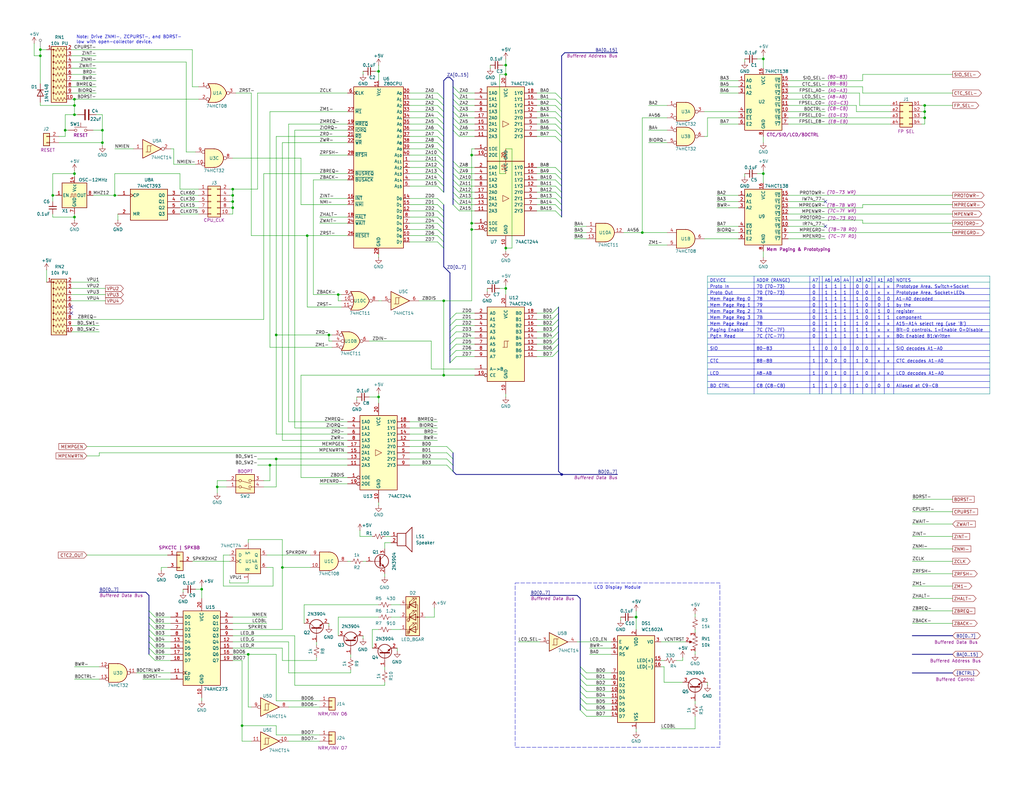
<source format=kicad_sch>
(kicad_sch (version 20250114) (generator "eeschema") (generator_version "9.0")
  (paper "User" 419.1 323.85)
  (title_block (title "Main Board - Z80, Memory, I/O, Exp") (date "2025-08-15") (rev "v1.0") (company "Silky Design") (comment 1 "Copyright AESilky 2025"))
  (lib_symbols
    (symbol "74xx:74AHC273"
      (property "Reference" "U" (at -7.62 16.51 0))
      (property "Value" "74AHC273" (at -7.62 -16.51 0))
      (symbol "74AHC273_1_0"
        (pin input line (at -12.7 12.7 0) (length 5.08) (name "D0") (number "3"))
        (pin input line (at -12.7 10.16 0) (length 5.08) (name "D1") (number "4"))
        (pin input line (at -12.7 7.62 0) (length 5.08) (name "D2") (number "7"))
        (pin input line (at -12.7 5.08 0) (length 5.08) (name "D3") (number "8"))
        (pin input line (at -12.7 2.54 0) (length 5.08) (name "D4") (number "13"))
        (pin input line (at -12.7 0 0) (length 5.08) (name "D5") (number "14"))
        (pin input line (at -12.7 -2.54 0) (length 5.08) (name "D6") (number "17"))
        (pin input line (at -12.7 -5.08 0) (length 5.08) (name "D7") (number "18"))
        (pin input clock (at -12.7 -10.16 0) (length 5.08) (name "Cp") (number "11"))
        (pin input line (at -12.7 -12.7 0) (length 5.08) (name "~{Mr}") (number "1"))
        (pin power_in line (at 0 20.32 270) (length 5.08) (name "VCC") (number "20"))
        (pin power_in line (at 0 -20.32 90) (length 5.08) (name "GND") (number "10"))
        (pin output line (at 12.7 12.7 180) (length 5.08) (name "Q0") (number "2"))
        (pin output line (at 12.7 10.16 180) (length 5.08) (name "Q1") (number "5"))
        (pin output line (at 12.7 7.62 180) (length 5.08) (name "Q2") (number "6"))
        (pin output line (at 12.7 5.08 180) (length 5.08) (name "Q3") (number "9"))
        (pin output line (at 12.7 2.54 180) (length 5.08) (name "Q4") (number "12"))
        (pin output line (at 12.7 0 180) (length 5.08) (name "Q5") (number "15"))
        (pin output line (at 12.7 -2.54 180) (length 5.08) (name "Q6") (number "16"))
        (pin output line (at 12.7 -5.08 180) (length 5.08) (name "Q7") (number "19"))
      )
    )
    (symbol "74xx:74AHCT244"
      (property "Reference" "U" (at -7.62 16.51 0))
      (property "Value" "74AHCT244" (at -7.62 -16.51 0))
      (symbol "74AHCT244_1_0"
        (pin input line (at -12.7 12.7 0) (length 5.08) (name "1A0") (number "2"))
        (pin input line (at -12.7 10.16 0) (length 5.08) (name "1A1") (number "4"))
        (pin input line (at -12.7 7.62 0) (length 5.08) (name "1A2") (number "6"))
        (pin input line (at -12.7 5.08 0) (length 5.08) (name "1A3") (number "8"))
        (pin input line (at -12.7 2.54 0) (length 5.08) (name "2A0") (number "17"))
        (pin input line (at -12.7 0 0) (length 5.08) (name "2A1") (number "15"))
        (pin input line (at -12.7 -2.54 0) (length 5.08) (name "2A2") (number "13"))
        (pin input line (at -12.7 -5.08 0) (length 5.08) (name "2A3") (number "11"))
        (pin input inverted (at -12.7 -10.16 0) (length 5.08) (name "1OE") (number "1"))
        (pin input inverted (at -12.7 -12.7 0) (length 5.08) (name "2OE") (number "19"))
        (pin power_in line (at 0 20.32 270) (length 5.08) (name "VCC") (number "20"))
        (pin power_in line (at 0 -20.32 90) (length 5.08) (name "GND") (number "10"))
        (pin tri_state line (at 12.7 12.7 180) (length 5.08) (name "1Y0") (number "18"))
        (pin tri_state line (at 12.7 10.16 180) (length 5.08) (name "1Y1") (number "16"))
        (pin tri_state line (at 12.7 7.62 180) (length 5.08) (name "1Y2") (number "14"))
        (pin tri_state line (at 12.7 5.08 180) (length 5.08) (name "1Y3") (number "12"))
        (pin tri_state line (at 12.7 2.54 180) (length 5.08) (name "2Y0") (number "3"))
        (pin tri_state line (at 12.7 0 180) (length 5.08) (name "2Y1") (number "5"))
        (pin tri_state line (at 12.7 -2.54 180) (length 5.08) (name "2Y2") (number "7"))
        (pin tri_state line (at 12.7 -5.08 180) (length 5.08) (name "2Y3") (number "9"))
      )
    )
    (symbol "74xx:74HC138"
      (property "Reference" "U" (at -7.62 13.97 0))
      (property "Value" "74HC138" (at 2.54 -11.43 0))
      (symbol "74HC138_1_1"
        (pin input line (at -10.16 10.16 0) (length 2.54) (name "A0") (number "1"))
        (pin input line (at -10.16 7.62 0) (length 2.54) (name "A1") (number "2"))
        (pin input line (at -10.16 5.08 0) (length 2.54) (name "A2") (number "3"))
        (pin input line (at -10.16 -2.54 0) (length 2.54) (name "~{E0}") (number "4"))
        (pin input line (at -10.16 -5.08 0) (length 2.54) (name "~{E1}") (number "5"))
        (pin input line (at -10.16 -7.62 0) (length 2.54) (name "E2") (number "6"))
        (pin power_in line (at 0 15.24 270) (length 2.54) (name "VCC") (number "16"))
        (pin power_in line (at 0 -12.7 90) (length 2.54) (name "GND") (number "8"))
        (pin output line (at 10.16 10.16 180) (length 2.54) (name "~{Y0}") (number "15"))
        (pin output line (at 10.16 7.62 180) (length 2.54) (name "~{Y1}") (number "14"))
        (pin output line (at 10.16 5.08 180) (length 2.54) (name "~{Y2}") (number "13"))
        (pin output line (at 10.16 2.54 180) (length 2.54) (name "~{Y3}") (number "12"))
        (pin output line (at 10.16 0 180) (length 2.54) (name "~{Y4}") (number "11"))
        (pin output line (at 10.16 -2.54 180) (length 2.54) (name "~{Y5}") (number "10"))
        (pin output line (at 10.16 -5.08 180) (length 2.54) (name "~{Y6}") (number "9"))
        (pin output line (at 10.16 -7.62 180) (length 2.54) (name "~{Y7}") (number "7"))
      )
    )
    (symbol "74xx:74HC245" (pin_names (offset 1.016))
      (property "Reference" "U" (at -7.62 16.51 0))
      (property "Value" "74HC245" (at -7.62 -16.51 0))
      (symbol "74HC245_1_0"
        (pin tri_state line (at -12.7 12.7 0) (length 5.08) (name "A0") (number "2"))
        (pin tri_state line (at -12.7 10.16 0) (length 5.08) (name "A1") (number "3"))
        (pin tri_state line (at -12.7 7.62 0) (length 5.08) (name "A2") (number "4"))
        (pin tri_state line (at -12.7 5.08 0) (length 5.08) (name "A3") (number "5"))
        (pin tri_state line (at -12.7 2.54 0) (length 5.08) (name "A4") (number "6"))
        (pin tri_state line (at -12.7 0 0) (length 5.08) (name "A5") (number "7"))
        (pin tri_state line (at -12.7 -2.54 0) (length 5.08) (name "A6") (number "8"))
        (pin tri_state line (at -12.7 -5.08 0) (length 5.08) (name "A7") (number "9"))
        (pin input line (at -12.7 -10.16 0) (length 5.08) (name "A->B") (number "1"))
        (pin input inverted (at -12.7 -12.7 0) (length 5.08) (name "CE") (number "19"))
        (pin power_in line (at 0 20.32 270) (length 5.08) (name "VCC") (number "20"))
        (pin power_in line (at 0 -20.32 90) (length 5.08) (name "GND") (number "10"))
        (pin tri_state line (at 12.7 12.7 180) (length 5.08) (name "B0") (number "18"))
        (pin tri_state line (at 12.7 10.16 180) (length 5.08) (name "B1") (number "17"))
        (pin tri_state line (at 12.7 7.62 180) (length 5.08) (name "B2") (number "16"))
        (pin tri_state line (at 12.7 5.08 180) (length 5.08) (name "B3") (number "15"))
        (pin tri_state line (at 12.7 2.54 180) (length 5.08) (name "B4") (number "14"))
        (pin tri_state line (at 12.7 0 180) (length 5.08) (name "B5") (number "13"))
        (pin tri_state line (at 12.7 -2.54 180) (length 5.08) (name "B6") (number "12"))
        (pin tri_state line (at 12.7 -5.08 180) (length 5.08) (name "B7") (number "11"))
      )
    )
    (symbol "74xx:74HCT74" (pin_names (offset 1.016))
      (property "Reference" "U" (at -7.62 8.89 0))
      (property "Value" "74HCT74" (at -7.62 -8.89 0))
      (symbol "74HCT74_1_0"
        (pin input line (at -7.62 2.54 0) (length 2.54) (name "D") (number "2"))
        (pin input clock (at -7.62 0 0) (length 2.54) (name "C") (number "3"))
        (pin input line (at 0 7.62 270) (length 2.54) (name "~{S}") (number "4"))
        (pin input line (at 0 -7.62 90) (length 2.54) (name "~{R}") (number "1"))
        (pin output line (at 7.62 2.54 180) (length 2.54) (name "Q") (number "5"))
        (pin output line (at 7.62 -2.54 180) (length 2.54) (name "~{Q}") (number "6"))
      )
      (symbol "74HCT74_2_0"
        (pin input line (at -7.62 2.54 0) (length 2.54) (name "D") (number "12"))
        (pin input clock (at -7.62 0 0) (length 2.54) (name "C") (number "11"))
        (pin input line (at 0 7.62 270) (length 2.54) (name "~{S}") (number "10"))
        (pin input line (at 0 -7.62 90) (length 2.54) (name "~{R}") (number "13"))
        (pin output line (at 7.62 2.54 180) (length 2.54) (name "Q") (number "9"))
        (pin output line (at 7.62 -2.54 180) (length 2.54) (name "~{Q}") (number "8"))
      )
      (symbol "74HCT74_3_0"
        (pin power_in line (at 0 10.16 270) (length 2.54) (name "VCC") (number "14"))
        (pin power_in line (at 0 -10.16 90) (length 2.54) (name "GND") (number "7"))
      )
    )
    (symbol "74xx:74LS08" (pin_names (offset 1.016))
      (property "Reference" "U" (at 0 1.27 0))
      (property "Value" "74LS08" (at 0 -1.27 0))
      (symbol "74LS08_1_1"
        (pin input line (at -7.62 2.54 0) (length 3.81) (name "~") (number "1"))
        (pin input line (at -7.62 -2.54 0) (length 3.81) (name "~") (number "2"))
        (pin output line (at 7.62 0 180) (length 3.81) (name "~") (number "3"))
      )
      (symbol "74LS08_1_2"
        (pin input inverted (at -7.62 2.54 0) (length 4.318) (name "~") (number "1"))
        (pin input inverted (at -7.62 -2.54 0) (length 4.318) (name "~") (number "2"))
        (pin output inverted (at 7.62 0 180) (length 3.81) (name "~") (number "3"))
      )
      (symbol "74LS08_2_1"
        (pin input line (at -7.62 2.54 0) (length 3.81) (name "~") (number "4"))
        (pin input line (at -7.62 -2.54 0) (length 3.81) (name "~") (number "5"))
        (pin output line (at 7.62 0 180) (length 3.81) (name "~") (number "6"))
      )
      (symbol "74LS08_2_2"
        (pin input inverted (at -7.62 2.54 0) (length 4.318) (name "~") (number "4"))
        (pin input inverted (at -7.62 -2.54 0) (length 4.318) (name "~") (number "5"))
        (pin output inverted (at 7.62 0 180) (length 3.81) (name "~") (number "6"))
      )
      (symbol "74LS08_3_1"
        (pin input line (at -7.62 2.54 0) (length 3.81) (name "~") (number "9"))
        (pin input line (at -7.62 -2.54 0) (length 3.81) (name "~") (number "10"))
        (pin output line (at 7.62 0 180) (length 3.81) (name "~") (number "8"))
      )
      (symbol "74LS08_3_2"
        (pin input inverted (at -7.62 2.54 0) (length 4.318) (name "~") (number "9"))
        (pin input inverted (at -7.62 -2.54 0) (length 4.318) (name "~") (number "10"))
        (pin output inverted (at 7.62 0 180) (length 3.81) (name "~") (number "8"))
      )
      (symbol "74LS08_4_1"
        (pin input line (at -7.62 2.54 0) (length 3.81) (name "~") (number "12"))
        (pin input line (at -7.62 -2.54 0) (length 3.81) (name "~") (number "13"))
        (pin output line (at 7.62 0 180) (length 3.81) (name "~") (number "11"))
      )
      (symbol "74LS08_4_2"
        (pin input inverted (at -7.62 2.54 0) (length 4.318) (name "~") (number "12"))
        (pin input inverted (at -7.62 -2.54 0) (length 4.318) (name "~") (number "13"))
        (pin output inverted (at 7.62 0 180) (length 3.81) (name "~") (number "11"))
      )
      (symbol "74LS08_5_0"
        (pin power_in line (at 0 12.7 270) (length 5.08) (name "VCC") (number "14"))
        (pin power_in line (at 0 -12.7 90) (length 5.08) (name "GND") (number "7"))
      )
    )
    (symbol "74xx:74LS11" (pin_names (offset 1.016))
      (property "Reference" "U" (at 0 1.27 0))
      (property "Value" "74LS11" (at 0 -1.27 0))
      (symbol "74LS11_1_1"
        (pin input line (at -7.62 2.54 0) (length 3.81) (name "~") (number "1"))
        (pin input line (at -7.62 0 0) (length 3.81) (name "~") (number "2"))
        (pin input line (at -7.62 -2.54 0) (length 3.81) (name "~") (number "13"))
        (pin output line (at 7.62 0 180) (length 3.81) (name "~") (number "12"))
      )
      (symbol "74LS11_1_2"
        (pin input inverted (at -7.62 2.54 0) (length 4.318) (name "~") (number "1"))
        (pin input inverted (at -7.62 0 0) (length 4.953) (name "~") (number "2"))
        (pin input inverted (at -7.62 -2.54 0) (length 4.318) (name "~") (number "13"))
        (pin output inverted (at 7.62 0 180) (length 3.81) (name "~") (number "12"))
      )
      (symbol "74LS11_2_1"
        (pin input line (at -7.62 2.54 0) (length 3.81) (name "~") (number "3"))
        (pin input line (at -7.62 0 0) (length 3.81) (name "~") (number "4"))
        (pin input line (at -7.62 -2.54 0) (length 3.81) (name "~") (number "5"))
        (pin output line (at 7.62 0 180) (length 3.81) (name "~") (number "6"))
      )
      (symbol "74LS11_2_2"
        (pin input inverted (at -7.62 2.54 0) (length 4.318) (name "~") (number "3"))
        (pin input inverted (at -7.62 0 0) (length 4.953) (name "~") (number "4"))
        (pin input inverted (at -7.62 -2.54 0) (length 4.318) (name "~") (number "5"))
        (pin output inverted (at 7.62 0 180) (length 3.81) (name "~") (number "6"))
      )
      (symbol "74LS11_3_1"
        (pin input line (at -7.62 2.54 0) (length 3.81) (name "~") (number "9"))
        (pin input line (at -7.62 0 0) (length 3.81) (name "~") (number "10"))
        (pin input line (at -7.62 -2.54 0) (length 3.81) (name "~") (number "11"))
        (pin output line (at 7.62 0 180) (length 3.81) (name "~") (number "8"))
      )
      (symbol "74LS11_3_2"
        (pin input inverted (at -7.62 2.54 0) (length 4.318) (name "~") (number "9"))
        (pin input inverted (at -7.62 0 0) (length 4.953) (name "~") (number "10"))
        (pin input inverted (at -7.62 -2.54 0) (length 4.318) (name "~") (number "11"))
        (pin output inverted (at 7.62 0 180) (length 3.81) (name "~") (number "8"))
      )
      (symbol "74LS11_4_0"
        (pin power_in line (at 0 12.7 270) (length 5.08) (name "VCC") (number "14"))
        (pin power_in line (at 0 -12.7 90) (length 5.08) (name "GND") (number "7"))
      )
    )
    (symbol "74xx:74LS32" (pin_names (offset 1.016))
      (property "Reference" "U" (at 0 1.27 0))
      (property "Value" "74LS32" (at 0 -1.27 0))
      (symbol "74LS32_1_1"
        (pin input line (at -7.62 2.54 0) (length 4.318) (name "~") (number "1"))
        (pin input line (at -7.62 -2.54 0) (length 4.318) (name "~") (number "2"))
        (pin output line (at 7.62 0 180) (length 3.81) (name "~") (number "3"))
      )
      (symbol "74LS32_1_2"
        (pin input inverted (at -7.62 2.54 0) (length 3.81) (name "~") (number "1"))
        (pin input inverted (at -7.62 -2.54 0) (length 3.81) (name "~") (number "2"))
        (pin output inverted (at 7.62 0 180) (length 3.81) (name "~") (number "3"))
      )
      (symbol "74LS32_2_1"
        (pin input line (at -7.62 2.54 0) (length 4.318) (name "~") (number "4"))
        (pin input line (at -7.62 -2.54 0) (length 4.318) (name "~") (number "5"))
        (pin output line (at 7.62 0 180) (length 3.81) (name "~") (number "6"))
      )
      (symbol "74LS32_2_2"
        (pin input inverted (at -7.62 2.54 0) (length 3.81) (name "~") (number "4"))
        (pin input inverted (at -7.62 -2.54 0) (length 3.81) (name "~") (number "5"))
        (pin output inverted (at 7.62 0 180) (length 3.81) (name "~") (number "6"))
      )
      (symbol "74LS32_3_1"
        (pin input line (at -7.62 2.54 0) (length 4.318) (name "~") (number "9"))
        (pin input line (at -7.62 -2.54 0) (length 4.318) (name "~") (number "10"))
        (pin output line (at 7.62 0 180) (length 3.81) (name "~") (number "8"))
      )
      (symbol "74LS32_3_2"
        (pin input inverted (at -7.62 2.54 0) (length 3.81) (name "~") (number "9"))
        (pin input inverted (at -7.62 -2.54 0) (length 3.81) (name "~") (number "10"))
        (pin output inverted (at 7.62 0 180) (length 3.81) (name "~") (number "8"))
      )
      (symbol "74LS32_4_1"
        (pin input line (at -7.62 2.54 0) (length 4.318) (name "~") (number "12"))
        (pin input line (at -7.62 -2.54 0) (length 4.318) (name "~") (number "13"))
        (pin output line (at 7.62 0 180) (length 3.81) (name "~") (number "11"))
      )
      (symbol "74LS32_4_2"
        (pin input inverted (at -7.62 2.54 0) (length 3.81) (name "~") (number "12"))
        (pin input inverted (at -7.62 -2.54 0) (length 3.81) (name "~") (number "13"))
        (pin output inverted (at 7.62 0 180) (length 3.81) (name "~") (number "11"))
      )
      (symbol "74LS32_5_0"
        (pin power_in line (at 0 12.7 270) (length 5.08) (name "VCC") (number "14"))
        (pin power_in line (at 0 -12.7 90) (length 5.08) (name "GND") (number "7"))
      )
    )
    (symbol "74xx:74LS393" (pin_names (offset 1.016))
      (property "Reference" "U" (at -7.62 8.89 0))
      (property "Value" "74LS393" (at -7.62 -8.89 0))
      (symbol "74LS393_1_0"
        (pin input clock (at -12.7 2.54 0) (length 5.08) (name "CP") (number "1"))
        (pin input line (at -12.7 -5.08 0) (length 5.08) (name "MR") (number "2"))
        (pin output line (at 12.7 2.54 180) (length 5.08) (name "Q0") (number "3"))
        (pin output line (at 12.7 0 180) (length 5.08) (name "Q1") (number "4"))
        (pin output line (at 12.7 -2.54 180) (length 5.08) (name "Q2") (number "5"))
        (pin output line (at 12.7 -5.08 180) (length 5.08) (name "Q3") (number "6"))
      )
      (symbol "74LS393_2_0"
        (pin input clock (at -12.7 2.54 0) (length 5.08) (name "CP") (number "13"))
        (pin input line (at -12.7 -5.08 0) (length 5.08) (name "MR") (number "12"))
        (pin output line (at 12.7 2.54 180) (length 5.08) (name "Q0") (number "11"))
        (pin output line (at 12.7 0 180) (length 5.08) (name "Q1") (number "10"))
        (pin output line (at 12.7 -2.54 180) (length 5.08) (name "Q2") (number "9"))
        (pin output line (at 12.7 -5.08 180) (length 5.08) (name "Q3") (number "8"))
      )
      (symbol "74LS393_3_0"
        (pin power_in line (at 0 12.7 270) (length 5.08) (name "VCC") (number "14"))
        (pin power_in line (at 0 -12.7 90) (length 5.08) (name "GND") (number "7"))
      )
    )
    (symbol "AES_Library:74HC14-AES" (pin_names (offset 1.016) (hide yes))
      (property "Reference" "U" (at 0 1.27 0))
      (property "Value" "74HC14-AES" (at 0 -1.27 0))
      (symbol "74HC14-AES_1_1"
        (pin input line (at -7.62 0 0) (length 3.81) (name "~") (number "1"))
        (pin output inverted (at 7.62 0 180) (length 3.81) (name "~") (number "2"))
      )
      (symbol "74HC14-AES_1_2"
        (pin input inverted (at -7.62 0 0) (length 3.81) (name "~") (number "1"))
        (pin output line (at 7.62 0 180) (length 3.81) (name "~") (number "2"))
      )
      (symbol "74HC14-AES_2_1"
        (pin input line (at -7.62 0 0) (length 3.81) (name "~") (number "3"))
        (pin output inverted (at 7.62 0 180) (length 3.81) (name "~") (number "4"))
      )
      (symbol "74HC14-AES_2_2"
        (pin input inverted (at -7.62 0 0) (length 3.81) (name "~") (number "3"))
        (pin output line (at 7.62 0 180) (length 3.81) (name "~") (number "4"))
      )
      (symbol "74HC14-AES_3_1"
        (pin input line (at -7.62 0 0) (length 3.81) (name "~") (number "5"))
        (pin output inverted (at 7.62 0 180) (length 3.81) (name "~") (number "6"))
      )
      (symbol "74HC14-AES_3_2"
        (pin input inverted (at -7.62 0 0) (length 3.81) (name "~") (number "5"))
        (pin output line (at 7.62 0 180) (length 3.81) (name "~") (number "6"))
      )
      (symbol "74HC14-AES_4_1"
        (pin input line (at -7.62 0 0) (length 3.81) (name "~") (number "9"))
        (pin output inverted (at 7.62 0 180) (length 3.81) (name "~") (number "8"))
      )
      (symbol "74HC14-AES_4_2"
        (pin input inverted (at -7.62 0 0) (length 3.81) (name "~") (number "9"))
        (pin output line (at 7.62 0 180) (length 3.81) (name "~") (number "8"))
      )
      (symbol "74HC14-AES_5_1"
        (pin input line (at -7.62 0 0) (length 3.81) (name "~") (number "11"))
        (pin output inverted (at 7.62 0 180) (length 3.81) (name "~") (number "10"))
      )
      (symbol "74HC14-AES_5_2"
        (pin input inverted (at -7.62 0 0) (length 3.81) (name "~") (number "11"))
        (pin output line (at 7.62 0 180) (length 3.81) (name "~") (number "10"))
      )
      (symbol "74HC14-AES_6_1"
        (pin input line (at -7.62 0 0) (length 3.81) (name "~") (number "13"))
        (pin output inverted (at 7.62 0 180) (length 3.81) (name "~") (number "12"))
      )
      (symbol "74HC14-AES_6_2"
        (pin input inverted (at -7.62 0 0) (length 3.81) (name "~") (number "13"))
        (pin output line (at 7.62 0 180) (length 3.81) (name "~") (number "12"))
      )
      (symbol "74HC14-AES_7_0"
        (pin power_in line (at 0 12.7 270) (length 5.08) (name "VCC") (number "14"))
        (pin power_in line (at 0 -12.7 90) (length 5.08) (name "GND") (number "7"))
      )
    )
    (symbol "AES_Library:AES-Opt_1_of_2" (pin_names (offset 1.016) (hide yes))
      (property "Reference" "Opt" (at 0 5.08 0))
      (property "Value" "AES-Opt_1_of_2" (at 0 -5.08 0))
      (symbol "AES-Opt_1_of_2_1_1"
        (pin passive line (at -5.08 2.54 0) (length 3.81) (name "Pin_A") (number "1"))
        (pin passive line (at -5.08 -2.54 0) (length 3.81) (name "Pin_B") (number "3"))
        (pin passive line (at 5.08 0 180) (length 3.81) (name "Pin_Common") (number "2"))
      )
    )
    (symbol "AES_Library:R_PWRSRC_sm-AES" (pin_numbers (hide yes)) (pin_names (offset 0.254) (hide yes))
      (property "Reference" "R" (at 0.762 0.508 0))
      (property "Value" "R_PWRSRC_sm-AES" (at 0.762 -1.016 0))
      (symbol "R_PWRSRC_sm-AES_1_1"
        (pin power_in line (at 0 2.54 270) (length 1.016) (name "~") (number "1"))
        (pin power_out line (at 0 -2.54 90) (length 1.016) (name "~") (number "2"))
      )
    )
    (symbol "CPU:Z84C00xxP"
      (property "Reference" "U" (at -9.652 34.798 0))
      (property "Value" "Z84C00xxP" (at 3.81 34.798 0))
      (symbol "Z84C00xxP_1_1"
        (pin input clock (at -12.7 30.48 0) (length 2.54) (name "CLK") (number "6"))
        (pin output line (at -12.7 22.86 0) (length 2.54) (name "~{M1}") (number "27"))
        (pin tri_state line (at -12.7 17.78 0) (length 2.54) (name "~{MREQ}") (number "19"))
        (pin tri_state line (at -12.7 15.24 0) (length 2.54) (name "~{IORQ}") (number "20"))
        (pin tri_state line (at -12.7 12.7 0) (length 2.54) (name "~{RD}") (number "21"))
        (pin tri_state line (at -12.7 10.16 0) (length 2.54) (name "~{WR}") (number "22"))
        (pin output line (at -12.7 5.08 0) (length 2.54) (name "~{RFSH}") (number "28"))
        (pin input line (at -12.7 -2.54 0) (length 2.54) (name "~{BUSREQ}") (number "25"))
        (pin output line (at -12.7 -5.08 0) (length 2.54) (name "~{BUSACK}") (number "23"))
        (pin input line (at -12.7 -12.7 0) (length 2.54) (name "~{INT}") (number "16"))
        (pin input line (at -12.7 -15.24 0) (length 2.54) (name "~{NMI}") (number "17"))
        (pin output line (at -12.7 -20.32 0) (length 2.54) (name "~{HALT}") (number "18"))
        (pin input line (at -12.7 -22.86 0) (length 2.54) (name "~{WAIT}") (number "24"))
        (pin input line (at -12.7 -27.94 0) (length 2.54) (name "~{RESET}") (number "26"))
        (pin power_in line (at 0 35.56 270) (length 2.54) (name "V_{CC}") (number "11"))
        (pin power_in line (at 0 -35.56 90) (length 2.54) (name "GND") (number "29"))
        (pin tri_state line (at 12.7 30.48 180) (length 2.54) (name "A_{0}") (number "30"))
        (pin tri_state line (at 12.7 27.94 180) (length 2.54) (name "A_{1}") (number "31"))
        (pin tri_state line (at 12.7 25.4 180) (length 2.54) (name "A_{2}") (number "32"))
        (pin tri_state line (at 12.7 22.86 180) (length 2.54) (name "A_{3}") (number "33"))
        (pin tri_state line (at 12.7 20.32 180) (length 2.54) (name "A_{4}") (number "34"))
        (pin tri_state line (at 12.7 17.78 180) (length 2.54) (name "A_{5}") (number "35"))
        (pin tri_state line (at 12.7 15.24 180) (length 2.54) (name "A_{6}") (number "36"))
        (pin tri_state line (at 12.7 12.7 180) (length 2.54) (name "A_{7}") (number "37"))
        (pin tri_state line (at 12.7 10.16 180) (length 2.54) (name "A_{8}") (number "38"))
        (pin tri_state line (at 12.7 7.62 180) (length 2.54) (name "A_{9}") (number "39"))
        (pin tri_state line (at 12.7 5.08 180) (length 2.54) (name "A_{10}") (number "40"))
        (pin tri_state line (at 12.7 2.54 180) (length 2.54) (name "A_{11}") (number "1"))
        (pin tri_state line (at 12.7 0 180) (length 2.54) (name "A_{12}") (number "2"))
        (pin tri_state line (at 12.7 -2.54 180) (length 2.54) (name "A_{13}") (number "3"))
        (pin tri_state line (at 12.7 -5.08 180) (length 2.54) (name "A_{14}") (number "4"))
        (pin tri_state line (at 12.7 -7.62 180) (length 2.54) (name "A_{15}") (number "5"))
        (pin bidirectional line (at 12.7 -12.7 180) (length 2.54) (name "D_{0}") (number "14"))
        (pin bidirectional line (at 12.7 -15.24 180) (length 2.54) (name "D_{1}") (number "15"))
        (pin bidirectional line (at 12.7 -17.78 180) (length 2.54) (name "D_{2}") (number "12"))
        (pin bidirectional line (at 12.7 -20.32 180) (length 2.54) (name "D_{3}") (number "8"))
        (pin bidirectional line (at 12.7 -22.86 180) (length 2.54) (name "D_{4}") (number "7"))
        (pin bidirectional line (at 12.7 -25.4 180) (length 2.54) (name "D_{5}") (number "9"))
        (pin bidirectional line (at 12.7 -27.94 180) (length 2.54) (name "D_{6}") (number "10"))
        (pin bidirectional line (at 12.7 -30.48 180) (length 2.54) (name "D_{7}") (number "13"))
      )
    )
    (symbol "Connector_Generic:Conn_01x02" (pin_names (offset 1.016) (hide yes))
      (property "Reference" "J" (at 0 2.54 0))
      (property "Value" "Conn_01x02" (at 0 -5.08 0))
      (symbol "Conn_01x02_1_1"
        (pin passive line (at -5.08 0 0) (length 3.81) (name "Pin_1") (number "1"))
        (pin passive line (at -5.08 -2.54 0) (length 3.81) (name "Pin_2") (number "2"))
      )
    )
    (symbol "Connector_Generic:Conn_02x04_Row_Letter_First" (pin_names (offset 1.016) (hide yes))
      (property "Reference" "J" (at 1.27 5.08 0))
      (property "Value" "Conn_02x04_Row_Letter_First" (at 1.27 -7.62 0))
      (symbol "Conn_02x04_Row_Letter_First_1_1"
        (pin passive line (at -5.08 2.54 0) (length 3.81) (name "Pin_a1") (number "a1"))
        (pin passive line (at -5.08 0 0) (length 3.81) (name "Pin_a2") (number "a2"))
        (pin passive line (at -5.08 -2.54 0) (length 3.81) (name "Pin_a3") (number "a3"))
        (pin passive line (at -5.08 -5.08 0) (length 3.81) (name "Pin_a4") (number "a4"))
        (pin passive line (at 7.62 2.54 180) (length 3.81) (name "Pin_b1") (number "b1"))
        (pin passive line (at 7.62 0 180) (length 3.81) (name "Pin_b2") (number "b2"))
        (pin passive line (at 7.62 -2.54 180) (length 3.81) (name "Pin_b3") (number "b3"))
        (pin passive line (at 7.62 -5.08 180) (length 3.81) (name "Pin_b4") (number "b4"))
      )
    )
    (symbol "Connector_Generic:Conn_02x05_Odd_Even" (pin_names (offset 1.016) (hide yes))
      (property "Reference" "J" (at 1.27 7.62 0))
      (property "Value" "Conn_02x05_Odd_Even" (at 1.27 -7.62 0))
      (symbol "Conn_02x05_Odd_Even_1_1"
        (pin passive line (at -5.08 5.08 0) (length 3.81) (name "Pin_1") (number "1"))
        (pin passive line (at -5.08 2.54 0) (length 3.81) (name "Pin_3") (number "3"))
        (pin passive line (at -5.08 0 0) (length 3.81) (name "Pin_5") (number "5"))
        (pin passive line (at -5.08 -2.54 0) (length 3.81) (name "Pin_7") (number "7"))
        (pin passive line (at -5.08 -5.08 0) (length 3.81) (name "Pin_9") (number "9"))
        (pin passive line (at 7.62 5.08 180) (length 3.81) (name "Pin_2") (number "2"))
        (pin passive line (at 7.62 2.54 180) (length 3.81) (name "Pin_4") (number "4"))
        (pin passive line (at 7.62 0 180) (length 3.81) (name "Pin_6") (number "6"))
        (pin passive line (at 7.62 -2.54 180) (length 3.81) (name "Pin_8") (number "8"))
        (pin passive line (at 7.62 -5.08 180) (length 3.81) (name "Pin_10") (number "10"))
      )
    )
    (symbol "Device:C" (pin_numbers (hide yes)) (pin_names (offset 0.254))
      (property "Reference" "C" (at 0.635 2.54 0))
      (property "Value" "C" (at 0.635 -2.54 0))
      (symbol "C_1_1"
        (pin passive line (at 0 3.81 270) (length 2.794) (name "~") (number "1"))
        (pin passive line (at 0 -3.81 90) (length 2.794) (name "~") (number "2"))
      )
    )
    (symbol "Device:C_Small" (pin_numbers (hide yes)) (pin_names (offset 0.254) (hide yes))
      (property "Reference" "C" (at 0.254 1.778 0))
      (property "Value" "C_Small" (at 0.254 -2.032 0))
      (symbol "C_Small_1_1"
        (pin passive line (at 0 2.54 270) (length 2.032) (name "~") (number "1"))
        (pin passive line (at 0 -2.54 90) (length 2.032) (name "~") (number "2"))
      )
    )
    (symbol "Device:LED_BGAR" (pin_names (offset 0) (hide yes))
      (property "Reference" "D" (at 0 9.398 0))
      (property "Value" "LED_BGAR" (at 0 -8.89 0))
      (symbol "LED_BGAR_0_0"
        (text "R" (at -1.905 3.81 0) (effects (font (size 1.27 1.27))))
        (text "G" (at -1.905 -1.27 0) (effects (font (size 1.27 1.27))))
        (text "B" (at -1.905 -6.35 0) (effects (font (size 1.27 1.27))))
      )
      (symbol "LED_BGAR_1_1"
        (pin passive line (at -5.08 5.08 0) (length 2.54) (name "RK") (number "4"))
        (pin passive line (at -5.08 0 0) (length 2.54) (name "GK") (number "2"))
        (pin passive line (at -5.08 -5.08 0) (length 2.54) (name "BK") (number "1"))
        (pin passive line (at 5.08 0 180) (length 2.54) (name "A") (number "3"))
      )
    )
    (symbol "Device:R_Network09_US" (pin_names (offset 0) (hide yes))
      (property "Reference" "RN" (at -12.7 0 90))
      (property "Value" "R_Network09_US" (at 12.7 0 90))
      (symbol "R_Network09_US_1_1"
        (pin passive line (at -10.16 5.08 270) (length 2.54) (name "common") (number "1"))
        (pin passive line (at -10.16 -5.08 90) (length 1.27) (name "R1") (number "2"))
        (pin passive line (at -7.62 -5.08 90) (length 1.27) (name "R2") (number "3"))
        (pin passive line (at -5.08 -5.08 90) (length 1.27) (name "R3") (number "4"))
        (pin passive line (at -2.54 -5.08 90) (length 1.27) (name "R4") (number "5"))
        (pin passive line (at 0 -5.08 90) (length 1.27) (name "R5") (number "6"))
        (pin passive line (at 2.54 -5.08 90) (length 1.27) (name "R6") (number "7"))
        (pin passive line (at 5.08 -5.08 90) (length 1.27) (name "R7") (number "8"))
        (pin passive line (at 7.62 -5.08 90) (length 1.27) (name "R8") (number "9"))
        (pin passive line (at 10.16 -5.08 90) (length 1.27) (name "R9") (number "10"))
      )
    )
    (symbol "Device:R_Potentiometer_US" (pin_names (offset 1.016) (hide yes))
      (property "Reference" "RV" (at -4.445 0 90))
      (property "Value" "R_Potentiometer_US" (at -2.54 0 90))
      (symbol "R_Potentiometer_US_1_1"
        (pin passive line (at 0 3.81 270) (length 1.27) (name "1") (number "1"))
        (pin passive line (at 0 -3.81 90) (length 1.27) (name "3") (number "3"))
        (pin passive line (at 3.81 0 180) (length 1.27) (name "2") (number "2"))
      )
    )
    (symbol "Device:R_Small_US" (pin_numbers (hide yes)) (pin_names (offset 0.254) (hide yes))
      (property "Reference" "R" (at 0.762 0.508 0))
      (property "Value" "R_Small_US" (at 0.762 -1.016 0))
      (symbol "R_Small_US_1_1"
        (pin passive line (at 0 2.54 270) (length 1.016) (name "~") (number "1"))
        (pin passive line (at 0 -2.54 90) (length 1.016) (name "~") (number "2"))
      )
    )
    (symbol "Device:Speaker" (pin_names (offset 0) (hide yes))
      (property "Reference" "LS" (at 1.27 5.715 0))
      (property "Value" "Speaker" (at 1.27 3.81 0))
      (symbol "Speaker_1_1"
        (pin input line (at -5.08 0 0) (length 2.54) (name "1") (number "1"))
        (pin input line (at -5.08 -2.54 0) (length 2.54) (name "2") (number "2"))
      )
    )
    (symbol "Diode:1N4148" (pin_numbers (hide yes)) (pin_names (hide yes))
      (property "Reference" "D" (at 0 2.54 0))
      (property "Value" "1N4148" (at 0 -2.54 0))
      (symbol "1N4148_1_1"
        (pin passive line (at -3.81 0 0) (length 2.54) (name "K") (number "1"))
        (pin passive line (at 3.81 0 180) (length 2.54) (name "A") (number "2"))
      )
    )
    (symbol "Display_Character:WC1602A"
      (property "Reference" "DS" (at -5.842 19.05 0))
      (property "Value" "WC1602A" (at 5.334 19.05 0))
      (symbol "WC1602A_1_1"
        (pin input line (at -10.16 15.24 0) (length 2.54) (name "E") (number "6"))
        (pin input line (at -10.16 12.7 0) (length 2.54) (name "R/W") (number "5"))
        (pin input line (at -10.16 10.16 0) (length 2.54) (name "RS") (number "4"))
        (pin input line (at -10.16 2.54 0) (length 2.54) (name "D0") (number "7"))
        (pin input line (at -10.16 0 0) (length 2.54) (name "D1") (number "8"))
        (pin input line (at -10.16 -2.54 0) (length 2.54) (name "D2") (number "9"))
        (pin input line (at -10.16 -5.08 0) (length 2.54) (name "D3") (number "10"))
        (pin input line (at -10.16 -7.62 0) (length 2.54) (name "D4") (number "11"))
        (pin input line (at -10.16 -10.16 0) (length 2.54) (name "D5") (number "12"))
        (pin input line (at -10.16 -12.7 0) (length 2.54) (name "D6") (number "13"))
        (pin input line (at -10.16 -15.24 0) (length 2.54) (name "D7") (number "14"))
        (pin power_in line (at 0 20.32 270) (length 2.54) (name "VDD") (number "2"))
        (pin power_in line (at 0 -20.32 90) (length 2.54) (name "VSS") (number "1"))
        (pin input line (at 10.16 15.24 180) (length 2.54) (name "VO") (number "3"))
        (pin power_in line (at 10.16 7.62 180) (length 2.54) (name "LED(+)") (number "15"))
        (pin power_in line (at 10.16 5.08 180) (length 2.54) (name "LED(-)") (number "16"))
      )
    )
    (symbol "Oscillator:CXO_DIP14" (pin_names (offset 0.254))
      (property "Reference" "Y" (at -5.08 6.35 0))
      (property "Value" "CXO_DIP14" (at 1.27 -6.35 0))
      (symbol "CXO_DIP14_1_1"
        (pin input line (at -7.62 0 0) (length 2.54) (name "EN") (number "1"))
        (pin power_in line (at 0 7.62 270) (length 2.54) (name "Vcc") (number "14"))
        (pin power_in line (at 0 -7.62 90) (length 2.54) (name "GND") (number "7"))
        (pin output line (at 7.62 0 180) (length 2.54) (name "OUT") (number "8"))
      )
    )
    (symbol "Switch:SW_DIP_x02" (pin_names (offset 0) (hide yes))
      (property "Reference" "SW" (at 0 6.35 0))
      (property "Value" "SW_DIP_x02" (at 0 -3.81 0))
      (symbol "SW_DIP_x02_1_1"
        (pin passive line (at -7.62 2.54 0) (length 5.08) (name "~") (number "1"))
        (pin passive line (at -7.62 0 0) (length 5.08) (name "~") (number "2"))
        (pin passive line (at 7.62 2.54 180) (length 5.08) (name "~") (number "4"))
        (pin passive line (at 7.62 0 180) (length 5.08) (name "~") (number "3"))
      )
    )
    (symbol "Switch:SW_Push" (pin_numbers (hide yes)) (pin_names (offset 1.016) (hide yes))
      (property "Reference" "SW" (at 1.27 2.54 0))
      (property "Value" "SW_Push" (at 0 -1.524 0))
      (symbol "SW_Push_0_1"
        (pin passive line (at -5.08 0 0) (length 2.54) (name "1") (number "1"))
        (pin passive line (at 5.08 0 180) (length 2.54) (name "2") (number "2"))
      )
    )
    (symbol "Transistor_BJT:MMBT3904" (pin_names (offset 0) (hide yes))
      (property "Reference" "Q" (at 5.08 1.905 0))
      (property "Value" "MMBT3904" (at 5.08 0 0))
      (symbol "MMBT3904_1_1"
        (pin input line (at -5.08 0 0) (length 2.54) (name "B") (number "1"))
        (pin passive line (at 2.54 5.08 270) (length 2.54) (name "C") (number "3"))
        (pin passive line (at 2.54 -5.08 90) (length 2.54) (name "E") (number "2"))
      )
    )
    (symbol "power:+5V" (power) (pin_numbers (hide yes)) (pin_names (offset 0) (hide yes))
      (property "Value" "+5V" (at 0 3.556 0))
      (symbol "+5V_1_1"
        (pin power_in line (at 0 0 90) (length 0) (name "~") (number "1"))
      )
    )
    (symbol "power:GND" (power) (pin_numbers (hide yes)) (pin_names (offset 0) (hide yes))
      (property "Value" "GND" (at 0 -3.81 0))
      (symbol "GND_1_1"
        (pin power_in line (at 0 0 270) (length 0) (name "~") (number "1"))
      )
    )
  )
  (bus_alias "BCTRL" (members "BMREQ-" "BIORQ-" "BRD-" "BWR-" "ZBREQ-" "ZBACK-"))
  (text "Note: Drive ZNMI-, ZCPURST-, and BDRST-\nlow with open-collector device." (at 31.242 16.256 0) (effects (font (size 1.27 1.27)) (justify left)))
  (text_box "LCD Display Module" (exclude_from_sim yes) (at 210.82 238.76 0) (size 83.82 67.31) (margins 0.9525 0.9525 0.9525 0.9525) (stroke (width 0) (type dash) (color 0 0 194 1)) (effects (font (size 1.27 1.27)) (justify top)))
  (junction (at 229.87 194.31))
  (junction (at 16.51 22.86))
  (junction (at 95.25 80.01))
  (junction (at 46.99 80.01))
  (junction (at 26.67 53.34))
  (junction (at 181.61 123.19))
  (junction (at 193.04 93.98))
  (junction (at 113.03 187.96))
  (junction (at 154.94 162.56))
  (junction (at 125.73 96.52))
  (junction (at 95.25 77.47))
  (junction (at 16.51 20.32))
  (junction (at 30.48 43.18))
  (junction (at 113.03 137.16))
  (junction (at 207.01 101.6))
  (junction (at 30.48 46.99))
  (junction (at 262.89 95.25))
  (junction (at 378.46 48.26))
  (junction (at 30.48 88.9))
  (junction (at 154.94 29.21))
  (junction (at 207.01 30.48))
  (junction (at 193.04 63.5))
  (junction (at 138.43 120.65))
  (junction (at 30.48 40.64))
  (junction (at 207.01 26.67))
  (junction (at 21.59 80.01))
  (junction (at 312.42 71.12))
  (junction (at 378.46 43.18))
  (junction (at 115.57 232.41))
  (junction (at 41.91 58.42))
  (junction (at 181.61 153.67))
  (junction (at 193.04 91.44))
  (junction (at 41.91 53.34))
  (junction (at 312.42 24.13))
  (junction (at 30.48 71.12))
  (junction (at 134.62 137.16))
  (junction (at 99.06 297.18))
  (junction (at 95.25 85.09))
  (junction (at 95.25 82.55))
  (junction (at 88.9 199.39))
  (junction (at 101.6 267.97))
  (junction (at 82.55 241.3))
  (junction (at 110.49 190.5))
  (junction (at 260.35 252.73))
  (junction (at 378.46 45.72))
  (junction (at 207.01 118.11))
  (no_connect (at 337.82 92.71))
  (no_connect (at 337.82 82.55))
  (no_connect (at 29.21 125.73))
  (no_connect (at 29.21 128.27))
  (bus_entry (at 179.07 40.64) (size 2.54 2.54))
  (bus_entry (at 185.42 43.18) (size 2.54 2.54))
  (bus_entry (at 179.07 43.18) (size 2.54 2.54))
  (bus_entry (at 60.96 267.97) (size 2.54 2.54))
  (bus_entry (at 186.69 133.35) (size -2.54 2.54))
  (bus_entry (at 237.49 285.75) (size 2.54 2.54))
  (bus_entry (at 185.42 48.26) (size 2.54 2.54))
  (bus_entry (at 185.42 50.8) (size 2.54 2.54))
  (bus_entry (at 227.33 48.26) (size 2.54 2.54))
  (bus_entry (at 237.49 283.21) (size 2.54 2.54))
  (bus_entry (at 179.07 86.36) (size 2.54 2.54))
  (bus_entry (at 179.07 68.58) (size 2.54 2.54))
  (bus_entry (at 227.33 45.72) (size 2.54 2.54))
  (bus_entry (at 227.33 43.18) (size 2.54 2.54))
  (bus_entry (at 179.07 99.06) (size 2.54 2.54))
  (bus_entry (at 185.42 83.82) (size 2.54 2.54))
  (bus_entry (at 179.07 83.82) (size 2.54 2.54))
  (bus_entry (at 228.6 128.27) (size -2.54 2.54))
  (bus_entry (at 227.33 73.66) (size 2.54 2.54))
  (bus_entry (at 185.42 38.1) (size 2.54 2.54))
  (bus_entry (at 227.33 68.58) (size 2.54 2.54))
  (bus_entry (at 228.6 135.89) (size -2.54 2.54))
  (bus_entry (at 179.07 66.04) (size 2.54 2.54))
  (bus_entry (at 227.33 38.1) (size 2.54 2.54))
  (bus_entry (at 179.07 38.1) (size 2.54 2.54))
  (bus_entry (at 227.33 86.36) (size 2.54 2.54))
  (bus_entry (at 228.6 143.51) (size -2.54 2.54))
  (bus_entry (at 185.42 45.72) (size 2.54 2.54))
  (bus_entry (at 185.42 68.58) (size 2.54 2.54))
  (bus_entry (at 227.33 76.2) (size 2.54 2.54))
  (bus_entry (at 182.88 185.42) (size 2.54 2.54))
  (bus_entry (at 237.49 290.83) (size 2.54 2.54))
  (bus_entry (at 185.42 81.28) (size 2.54 2.54))
  (bus_entry (at 237.49 278.13) (size 2.54 2.54))
  (bus_entry (at 60.96 257.81) (size 2.54 2.54))
  (bus_entry (at 227.33 78.74) (size 2.54 2.54))
  (bus_entry (at 227.33 55.88) (size 2.54 2.54))
  (bus_entry (at 237.49 288.29) (size 2.54 2.54))
  (bus_entry (at 182.88 190.5) (size 2.54 2.54))
  (bus_entry (at 179.07 76.2) (size 2.54 2.54))
  (bus_entry (at 179.07 81.28) (size 2.54 2.54))
  (bus_entry (at 60.96 252.73) (size 2.54 2.54))
  (bus_entry (at 182.88 187.96) (size 2.54 2.54))
  (bus_entry (at 179.07 63.5) (size 2.54 2.54))
  (bus_entry (at 228.6 125.73) (size -2.54 2.54))
  (bus_entry (at 185.42 40.64) (size 2.54 2.54))
  (bus_entry (at 185.42 78.74) (size 2.54 2.54))
  (bus_entry (at 179.07 53.34) (size 2.54 2.54))
  (bus_entry (at 60.96 262.89) (size 2.54 2.54))
  (bus_entry (at 185.42 53.34) (size 2.54 2.54))
  (bus_entry (at 186.69 138.43) (size -2.54 2.54))
  (bus_entry (at 186.69 135.89) (size -2.54 2.54))
  (bus_entry (at 179.07 58.42) (size 2.54 2.54))
  (bus_entry (at 186.69 146.05) (size -2.54 2.54))
  (bus_entry (at 227.33 53.34) (size 2.54 2.54))
  (bus_entry (at 186.69 128.27) (size -2.54 2.54))
  (bus_entry (at 227.33 50.8) (size 2.54 2.54))
  (bus_entry (at 186.69 143.51) (size -2.54 2.54))
  (bus_entry (at 237.49 275.59) (size 2.54 2.54))
  (bus_entry (at 179.07 60.96) (size 2.54 2.54))
  (bus_entry (at 185.42 73.66) (size 2.54 2.54))
  (bus_entry (at 179.07 91.44) (size 2.54 2.54))
  (bus_entry (at 185.42 66.04) (size 2.54 2.54))
  (bus_entry (at 186.69 140.97) (size -2.54 2.54))
  (bus_entry (at 228.6 140.97) (size -2.54 2.54))
  (bus_entry (at 227.33 40.64) (size 2.54 2.54))
  (bus_entry (at 228.6 133.35) (size -2.54 2.54))
  (bus_entry (at 227.33 83.82) (size 2.54 2.54))
  (bus_entry (at 186.69 130.81) (size -2.54 2.54))
  (bus_entry (at 227.33 71.12) (size 2.54 2.54))
  (bus_entry (at 185.42 35.56) (size 2.54 2.54))
  (bus_entry (at 179.07 88.9) (size 2.54 2.54))
  (bus_entry (at 60.96 265.43) (size 2.54 2.54))
  (bus_entry (at 237.49 280.67) (size 2.54 2.54))
  (bus_entry (at 237.49 273.05) (size 2.54 2.54))
  (bus_entry (at 227.33 81.28) (size 2.54 2.54))
  (bus_entry (at 228.6 138.43) (size -2.54 2.54))
  (bus_entry (at 182.88 182.88) (size 2.54 2.54))
  (bus_entry (at 60.96 250.19) (size 2.54 2.54))
  (bus_entry (at 60.96 255.27) (size 2.54 2.54))
  (bus_entry (at 228.6 130.81) (size -2.54 2.54))
  (bus_entry (at 179.07 71.12) (size 2.54 2.54))
  (bus_entry (at 179.07 96.52) (size 2.54 2.54))
  (bus_entry (at 185.42 76.2) (size 2.54 2.54))
  (bus_entry (at 179.07 73.66) (size 2.54 2.54))
  (bus_entry (at 60.96 260.35) (size 2.54 2.54))
  (bus_entry (at 179.07 48.26) (size 2.54 2.54))
  (bus_entry (at 179.07 50.8) (size 2.54 2.54))
  (bus_entry (at 185.42 71.12) (size 2.54 2.54))
  (bus_entry (at 179.07 55.88) (size 2.54 2.54))
  (bus_entry (at 179.07 93.98) (size 2.54 2.54))
  (bus_entry (at 179.07 45.72) (size 2.54 2.54))
  (wire (pts (xy 113.03 300.99) (xy 113.03 297.18)))
  (wire (pts (xy 377.19 45.72) (xy 378.46 45.72)))
  (wire (pts (xy 30.48 87.63) (xy 30.48 88.9)))
  (bus (pts (xy 229.87 22.86) (xy 231.14 21.59)))
  (wire (pts (xy 322.58 82.55) (xy 337.82 82.55)))
  (wire (pts (xy 91.44 227.33) (xy 93.98 227.33)))
  (wire (pts (xy 194.31 140.97) (xy 186.69 140.97)))
  (wire (pts (xy 187.96 55.88) (xy 194.31 55.88)))
  (wire (pts (xy 99.06 270.51) (xy 95.25 270.51)))
  (wire (pts (xy 373.38 240.03) (xy 389.89 240.03)))
  (wire (pts (xy 142.24 83.82) (xy 123.19 83.82)))
  (bus (pts (xy 181.61 66.04) (xy 181.61 68.58)))
  (wire (pts (xy 236.22 262.89) (xy 250.19 262.89)))
  (wire (pts (xy 63.5 262.89) (xy 69.85 262.89)))
  (wire (pts (xy 125.73 125.73) (xy 139.7 125.73)))
  (wire (pts (xy 130.81 198.12) (xy 142.24 198.12)))
  (wire (pts (xy 157.48 222.25) (xy 157.48 224.79)))
  (wire (pts (xy 101.6 267.97) (xy 101.6 289.56)))
  (wire (pts (xy 41.91 53.34) (xy 41.91 58.42)))
  (bus (pts (xy 181.61 43.18) (xy 181.61 45.72)))
  (wire (pts (xy 312.42 24.13) (xy 312.42 27.94)))
  (wire (pts (xy 22.86 80.01) (xy 21.59 80.01)))
  (wire (pts (xy 130.81 63.5) (xy 142.24 63.5)))
  (wire (pts (xy 29.21 130.81) (xy 107.95 130.81)))
  (wire (pts (xy 167.64 48.26) (xy 179.07 48.26)))
  (wire (pts (xy 171.45 123.19) (xy 181.61 123.19)))
  (bus (pts (xy 185.42 187.96) (xy 185.42 190.5)))
  (wire (pts (xy 373.38 245.11) (xy 389.89 245.11)))
  (wire (pts (xy 207.01 161.29) (xy 207.01 162.56)))
  (wire (pts (xy 207.01 60.96) (xy 209.55 60.96)))
  (wire (pts (xy 128.27 73.66) (xy 128.27 120.65)))
  (wire (pts (xy 157.48 236.22) (xy 157.48 234.95)))
  (wire (pts (xy 29.21 120.65) (xy 43.18 120.65)))
  (wire (pts (xy 260.35 252.73) (xy 260.35 257.81)))
  (bus (pts (xy 229.87 81.28) (xy 229.87 78.74)))
  (wire (pts (xy 143.51 275.59) (xy 118.11 275.59)))
  (wire (pts (xy 130.81 91.44) (xy 142.24 91.44)))
  (bus (pts (xy 229.87 194.31) (xy 252.73 194.31)))
  (wire (pts (xy 193.04 63.5) (xy 193.04 91.44)))
  (wire (pts (xy 177.8 252.73) (xy 177.8 248.92)))
  (wire (pts (xy 219.71 45.72) (xy 227.33 45.72)))
  (bus (pts (xy 184.15 133.35) (xy 184.15 135.89)))
  (wire (pts (xy 193.04 93.98) (xy 194.31 93.98)))
  (wire (pts (xy 128.27 120.65) (xy 138.43 120.65)))
  (wire (pts (xy 101.6 220.98) (xy 115.57 220.98)))
  (wire (pts (xy 35.56 186.69) (xy 40.64 186.69)))
  (wire (pts (xy 88.9 196.85) (xy 88.9 199.39)))
  (wire (pts (xy 26.67 46.99) (xy 26.67 53.34)))
  (wire (pts (xy 312.42 102.87) (xy 312.42 105.41)))
  (wire (pts (xy 351.79 43.18) (xy 364.49 43.18)))
  (wire (pts (xy 123.19 153.67) (xy 123.19 195.58)))
  (wire (pts (xy 99.06 297.18) (xy 99.06 270.51)))
  (wire (pts (xy 322.58 40.64) (xy 337.82 40.64)))
  (wire (pts (xy 55.88 275.59) (xy 69.85 275.59)))
  (wire (pts (xy 167.64 53.34) (xy 179.07 53.34)))
  (wire (pts (xy 29.21 118.11) (xy 43.18 118.11)))
  (wire (pts (xy 95.25 255.27) (xy 109.22 255.27)))
  (wire (pts (xy 154.94 162.56) (xy 154.94 161.29)))
  (wire (pts (xy 353.06 91.44) (xy 353.06 90.17)))
  (bus (pts (xy 181.61 68.58) (xy 181.61 71.12)))
  (wire (pts (xy 142.24 96.52) (xy 125.73 96.52)))
  (bus (pts (xy 60.96 250.19) (xy 60.96 243.84)))
  (wire (pts (xy 138.43 120.65) (xy 138.43 123.19)))
  (wire (pts (xy 102.87 289.56) (xy 101.6 289.56)))
  (wire (pts (xy 101.6 238.76) (xy 93.98 238.76)))
  (bus (pts (xy 181.61 73.66) (xy 181.61 76.2)))
  (wire (pts (xy 167.64 58.42) (xy 179.07 58.42)))
  (wire (pts (xy 353.06 30.48) (xy 353.06 33.02)))
  (wire (pts (xy 35.56 182.88) (xy 142.24 182.88)))
  (bus (pts (xy 184.15 138.43) (xy 184.15 140.97)))
  (wire (pts (xy 105.41 38.1) (xy 105.41 77.47)))
  (wire (pts (xy 30.48 46.99) (xy 31.75 46.99)))
  (bus (pts (xy 185.42 68.58) (xy 185.42 71.12)))
  (wire (pts (xy 113.03 199.39) (xy 113.03 187.96)))
  (wire (pts (xy 284.48 266.7) (xy 284.48 267.97)))
  (wire (pts (xy 284.48 252.73) (xy 284.48 251.46)))
  (wire (pts (xy 63.5 260.35) (xy 69.85 260.35)))
  (wire (pts (xy 63.5 257.81) (xy 69.85 257.81)))
  (wire (pts (xy 167.64 177.8) (xy 179.07 177.8)))
  (wire (pts (xy 73.66 77.47) (xy 73.66 71.12)))
  (wire (pts (xy 322.58 43.18) (xy 350.52 43.18)))
  (bus (pts (xy 228.6 128.27) (xy 228.6 130.81)))
  (wire (pts (xy 30.48 40.64) (xy 81.28 40.64)))
  (wire (pts (xy 194.31 60.96) (xy 193.04 60.96)))
  (wire (pts (xy 113.03 137.16) (xy 113.03 177.8)))
  (wire (pts (xy 95.25 262.89) (xy 118.11 262.89)))
  (wire (pts (xy 293.37 95.25) (xy 302.26 95.25)))
  (wire (pts (xy 294.64 35.56) (xy 302.26 35.56)))
  (wire (pts (xy 29.21 27.94) (xy 39.37 27.94)))
  (wire (pts (xy 219.71 43.18) (xy 227.33 43.18)))
  (wire (pts (xy 134.62 137.16) (xy 135.89 137.16)))
  (bus (pts (xy 181.61 58.42) (xy 181.61 60.96)))
  (wire (pts (xy 92.71 196.85) (xy 88.9 196.85)))
  (bus (pts (xy 228.6 125.73) (xy 228.6 128.27)))
  (wire (pts (xy 304.8 71.12) (xy 304.8 72.39)))
  (wire (pts (xy 187.96 40.64) (xy 194.31 40.64)))
  (wire (pts (xy 289.56 48.26) (xy 289.56 55.88)))
  (wire (pts (xy 260.35 298.45) (xy 260.35 299.72)))
  (wire (pts (xy 293.37 92.71) (xy 302.26 92.71)))
  (wire (pts (xy 265.43 58.42) (xy 273.05 58.42)))
  (wire (pts (xy 24.13 58.42) (xy 41.91 58.42)))
  (bus (pts (xy 237.49 288.29) (xy 237.49 290.83)))
  (wire (pts (xy 38.1 80.01) (xy 46.99 80.01)))
  (bus (pts (xy 229.87 40.64) (xy 229.87 22.86)))
  (wire (pts (xy 284.48 293.37) (xy 284.48 298.45)))
  (bus (pts (xy 184.15 135.89) (xy 184.15 138.43)))
  (wire (pts (xy 110.49 45.72) (xy 110.49 142.24)))
  (wire (pts (xy 120.65 53.34) (xy 120.65 175.26)))
  (wire (pts (xy 135.89 139.7) (xy 134.62 139.7)))
  (wire (pts (xy 123.19 64.77) (xy 95.25 64.77)))
  (bus (pts (xy 229.87 55.88) (xy 229.87 53.34)))
  (wire (pts (xy 226.06 130.81) (xy 219.71 130.81)))
  (wire (pts (xy 46.99 80.01) (xy 48.26 80.01)))
  (wire (pts (xy 152.4 257.81) (xy 152.4 265.43)))
  (bus (pts (xy 185.42 193.04) (xy 186.69 194.31)))
  (bus (pts (xy 237.49 278.13) (xy 237.49 280.67)))
  (wire (pts (xy 113.03 177.8) (xy 142.24 177.8)))
  (wire (pts (xy 259.08 252.73) (xy 260.35 252.73)))
  (wire (pts (xy 351.79 43.18) (xy 351.79 38.1)))
  (wire (pts (xy 29.21 133.35) (xy 40.64 133.35)))
  (wire (pts (xy 102.87 96.52) (xy 102.87 38.1)))
  (wire (pts (xy 111.76 240.03) (xy 111.76 232.41)))
  (wire (pts (xy 118.11 172.72) (xy 142.24 172.72)))
  (wire (pts (xy 78.74 20.32) (xy 78.74 35.56)))
  (wire (pts (xy 142.24 58.42) (xy 115.57 58.42)))
  (wire (pts (xy 377.19 43.18) (xy 378.46 43.18)))
  (wire (pts (xy 102.87 303.53) (xy 99.06 303.53)))
  (bus (pts (xy 228.6 133.35) (xy 228.6 135.89)))
  (wire (pts (xy 115.57 232.41) (xy 127 232.41)))
  (wire (pts (xy 240.03 275.59) (xy 250.19 275.59)))
  (wire (pts (xy 270.51 270.51) (xy 271.78 270.51)))
  (bus (pts (xy 181.61 91.44) (xy 181.61 93.98)))
  (wire (pts (xy 270.51 273.05) (xy 271.78 273.05)))
  (wire (pts (xy 30.48 278.13) (xy 40.64 278.13)))
  (bus (pts (xy 228.6 130.81) (xy 228.6 133.35)))
  (wire (pts (xy 82.55 240.03) (xy 82.55 241.3)))
  (wire (pts (xy 262.89 48.26) (xy 262.89 95.25)))
  (bus (pts (xy 181.61 101.6) (xy 181.61 109.22)))
  (wire (pts (xy 74.93 241.3) (xy 74.93 242.57)))
  (wire (pts (xy 95.25 82.55) (xy 95.25 80.01)))
  (wire (pts (xy 193.04 123.19) (xy 193.04 93.98)))
  (wire (pts (xy 167.64 76.2) (xy 179.07 76.2)))
  (bus (pts (xy 185.42 48.26) (xy 185.42 50.8)))
  (wire (pts (xy 29.21 123.19) (xy 43.18 123.19)))
  (wire (pts (xy 138.43 123.19) (xy 139.7 123.19)))
  (wire (pts (xy 312.42 55.88) (xy 312.42 58.42)))
  (wire (pts (xy 151.13 139.7) (xy 176.53 139.7)))
  (wire (pts (xy 167.64 43.18) (xy 179.07 43.18)))
  (wire (pts (xy 322.58 45.72) (xy 337.82 45.72)))
  (bus (pts (xy 181.61 40.64) (xy 181.61 43.18)))
  (wire (pts (xy 118.11 262.89) (xy 118.11 275.59)))
  (wire (pts (xy 21.59 71.12) (xy 30.48 71.12)))
  (wire (pts (xy 270.51 298.45) (xy 284.48 298.45)))
  (wire (pts (xy 78.74 35.56) (xy 81.28 35.56)))
  (wire (pts (xy 92.71 199.39) (xy 88.9 199.39)))
  (wire (pts (xy 240.03 285.75) (xy 250.19 285.75)))
  (wire (pts (xy 207.01 71.12) (xy 204.47 71.12)))
  (wire (pts (xy 289.56 280.67) (xy 289.56 279.4)))
  (bus (pts (xy 184.15 130.81) (xy 184.15 133.35)))
  (wire (pts (xy 124.46 247.65) (xy 124.46 255.27)))
  (wire (pts (xy 118.11 303.53) (xy 130.81 303.53)))
  (wire (pts (xy 30.48 40.64) (xy 30.48 43.18)))
  (wire (pts (xy 226.06 133.35) (xy 219.71 133.35)))
  (wire (pts (xy 219.71 55.88) (xy 227.33 55.88)))
  (wire (pts (xy 167.64 93.98) (xy 179.07 93.98)))
  (wire (pts (xy 146.05 162.56) (xy 146.05 163.83)))
  (wire (pts (xy 113.03 55.88) (xy 113.03 137.16)))
  (wire (pts (xy 377.19 48.26) (xy 378.46 48.26)))
  (wire (pts (xy 205.74 26.67) (xy 207.01 26.67)))
  (wire (pts (xy 110.49 196.85) (xy 110.49 190.5)))
  (bus (pts (xy 228.6 135.89) (xy 228.6 138.43)))
  (wire (pts (xy 219.71 38.1) (xy 227.33 38.1)))
  (wire (pts (xy 167.64 182.88) (xy 182.88 182.88)))
  (bus (pts (xy 60.96 250.19) (xy 60.96 252.73)))
  (wire (pts (xy 115.57 220.98) (xy 115.57 232.41)))
  (bus (pts (xy 229.87 43.18) (xy 229.87 40.64)))
  (bus (pts (xy 185.42 71.12) (xy 185.42 73.66)))
  (bus (pts (xy 181.61 96.52) (xy 181.61 99.06)))
  (bus (pts (xy 237.49 245.11) (xy 237.49 273.05)))
  (bus (pts (xy 229.87 86.36) (xy 229.87 83.82)))
  (wire (pts (xy 152.4 219.71) (xy 147.32 219.71)))
  (wire (pts (xy 95.25 257.81) (xy 115.57 257.81)))
  (wire (pts (xy 115.57 265.43) (xy 115.57 270.51)))
  (wire (pts (xy 76.2 25.4) (xy 76.2 62.23)))
  (wire (pts (xy 187.96 43.18) (xy 194.31 43.18)))
  (bus (pts (xy 181.61 71.12) (xy 181.61 73.66)))
  (wire (pts (xy 109.22 232.41) (xy 111.76 232.41)))
  (wire (pts (xy 30.48 88.9) (xy 30.48 90.17)))
  (wire (pts (xy 353.06 83.82) (xy 353.06 85.09)))
  (wire (pts (xy 21.59 87.63) (xy 21.59 88.9)))
  (bus (pts (xy 373.38 275.59) (xy 389.89 275.59)))
  (bus (pts (xy 229.87 45.72) (xy 229.87 43.18)))
  (wire (pts (xy 204.47 30.48) (xy 207.01 30.48)))
  (wire (pts (xy 167.64 68.58) (xy 179.07 68.58)))
  (wire (pts (xy 204.47 118.11) (xy 207.01 118.11)))
  (wire (pts (xy 240.03 278.13) (xy 250.19 278.13)))
  (wire (pts (xy 279.4 270.51) (xy 279.4 269.24)))
  (bus (pts (xy 185.42 35.56) (xy 185.42 38.1)))
  (wire (pts (xy 142.24 229.87) (xy 143.51 229.87)))
  (wire (pts (xy 143.51 269.24) (xy 143.51 267.97)))
  (wire (pts (xy 276.86 270.51) (xy 279.4 270.51)))
  (wire (pts (xy 389.89 30.48) (xy 353.06 30.48)))
  (wire (pts (xy 262.89 95.25) (xy 273.05 95.25)))
  (wire (pts (xy 167.64 190.5) (xy 182.88 190.5)))
  (wire (pts (xy 309.88 71.12) (xy 312.42 71.12)))
  (wire (pts (xy 142.24 53.34) (xy 120.65 53.34)))
  (wire (pts (xy 294.64 33.02) (xy 302.26 33.02)))
  (wire (pts (xy 193.04 63.5) (xy 194.31 63.5)))
  (wire (pts (xy 123.19 195.58) (xy 142.24 195.58)))
  (wire (pts (xy 40.64 185.42) (xy 142.24 185.42)))
  (wire (pts (xy 194.31 135.89) (xy 186.69 135.89)))
  (wire (pts (xy 110.49 45.72) (xy 142.24 45.72)))
  (wire (pts (xy 187.96 53.34) (xy 194.31 53.34)))
  (wire (pts (xy 129.54 269.24) (xy 129.54 270.51)))
  (bus (pts (xy 181.61 53.34) (xy 181.61 55.88)))
  (wire (pts (xy 265.43 43.18) (xy 273.05 43.18)))
  (wire (pts (xy 118.11 289.56) (xy 130.81 289.56)))
  (bus (pts (xy 181.61 88.9) (xy 181.61 91.44)))
  (wire (pts (xy 113.03 267.97) (xy 113.03 287.02)))
  (wire (pts (xy 167.64 55.88) (xy 179.07 55.88)))
  (wire (pts (xy 322.58 87.63) (xy 389.89 87.63)))
  (wire (pts (xy 30.48 273.05) (xy 40.64 273.05)))
  (wire (pts (xy 129.54 264.16) (xy 129.54 262.89)))
  (wire (pts (xy 73.66 80.01) (xy 81.28 80.01)))
  (wire (pts (xy 212.09 262.89) (xy 220.98 262.89)))
  (wire (pts (xy 39.37 46.99) (xy 41.91 46.99)))
  (bus (pts (xy 229.87 48.26) (xy 229.87 45.72)))
  (wire (pts (xy 167.64 91.44) (xy 179.07 91.44)))
  (wire (pts (xy 38.1 53.34) (xy 41.91 53.34)))
  (bus (pts (xy 185.42 50.8) (xy 185.42 53.34)))
  (wire (pts (xy 240.03 280.67) (xy 250.19 280.67)))
  (wire (pts (xy 167.64 40.64) (xy 179.07 40.64)))
  (wire (pts (xy 187.96 38.1) (xy 194.31 38.1)))
  (wire (pts (xy 260.35 250.19) (xy 260.35 252.73)))
  (wire (pts (xy 322.58 90.17) (xy 353.06 90.17)))
  (wire (pts (xy 270.51 262.89) (xy 280.67 262.89)))
  (wire (pts (xy 91.44 227.33) (xy 91.44 240.03)))
  (wire (pts (xy 240.03 293.37) (xy 250.19 293.37)))
  (wire (pts (xy 167.64 86.36) (xy 179.07 86.36)))
  (wire (pts (xy 176.53 151.13) (xy 194.31 151.13)))
  (wire (pts (xy 16.51 22.86) (xy 13.97 22.86)))
  (wire (pts (xy 71.12 67.31) (xy 80.01 67.31)))
  (wire (pts (xy 16.51 20.32) (xy 16.51 22.86)))
  (bus (pts (xy 373.38 267.97) (xy 389.89 267.97)))
  (wire (pts (xy 199.39 118.11) (xy 199.39 119.38)))
  (wire (pts (xy 19.05 110.49) (xy 19.05 115.57)))
  (bus (pts (xy 185.42 38.1) (xy 185.42 40.64)))
  (wire (pts (xy 16.51 43.18) (xy 30.48 43.18)))
  (wire (pts (xy 154.94 257.81) (xy 152.4 257.81)))
  (wire (pts (xy 265.43 53.34) (xy 273.05 53.34)))
  (wire (pts (xy 373.38 204.47) (xy 389.89 204.47)))
  (wire (pts (xy 389.89 83.82) (xy 353.06 83.82)))
  (wire (pts (xy 93.98 85.09) (xy 95.25 85.09)))
  (wire (pts (xy 154.94 104.14) (xy 154.94 105.41)))
  (wire (pts (xy 194.31 130.81) (xy 186.69 130.81)))
  (wire (pts (xy 95.25 77.47) (xy 105.41 77.47)))
  (wire (pts (xy 265.43 100.33) (xy 273.05 100.33)))
  (wire (pts (xy 29.21 115.57) (xy 40.64 115.57)))
  (wire (pts (xy 289.56 48.26) (xy 302.26 48.26)))
  (wire (pts (xy 167.64 99.06) (xy 179.07 99.06)))
  (wire (pts (xy 312.42 24.13) (xy 312.42 22.86)))
  (bus (pts (xy 181.61 109.22) (xy 184.15 111.76)))
  (bus (pts (xy 237.49 285.75) (xy 237.49 288.29)))
  (wire (pts (xy 234.95 95.25) (xy 240.03 95.25)))
  (wire (pts (xy 167.64 180.34) (xy 179.07 180.34)))
  (wire (pts (xy 219.71 78.74) (xy 227.33 78.74)))
  (wire (pts (xy 187.96 76.2) (xy 194.31 76.2)))
  (wire (pts (xy 29.21 30.48) (xy 39.37 30.48)))
  (wire (pts (xy 219.71 71.12) (xy 227.33 71.12)))
  (wire (pts (xy 226.06 138.43) (xy 219.71 138.43)))
  (wire (pts (xy 68.58 232.41) (xy 66.04 232.41)))
  (wire (pts (xy 219.71 68.58) (xy 227.33 68.58)))
  (bus (pts (xy 181.61 33.02) (xy 182.88 31.75)))
  (wire (pts (xy 154.94 252.73) (xy 138.43 252.73)))
  (wire (pts (xy 128.27 73.66) (xy 142.24 73.66)))
  (wire (pts (xy 63.5 265.43) (xy 69.85 265.43)))
  (bus (pts (xy 60.96 252.73) (xy 60.96 255.27)))
  (wire (pts (xy 194.31 133.35) (xy 186.69 133.35)))
  (wire (pts (xy 30.48 69.85) (xy 30.48 71.12)))
  (wire (pts (xy 378.46 48.26) (xy 378.46 50.8)))
  (wire (pts (xy 160.02 252.73) (xy 163.83 252.73)))
  (bus (pts (xy 229.87 83.82) (xy 229.87 81.28)))
  (wire (pts (xy 96.52 38.1) (xy 102.87 38.1)))
  (wire (pts (xy 312.42 71.12) (xy 312.42 74.93)))
  (wire (pts (xy 93.98 82.55) (xy 95.25 82.55)))
  (bus (pts (xy 60.96 257.81) (xy 60.96 260.35)))
  (wire (pts (xy 271.78 279.4) (xy 279.4 279.4)))
  (wire (pts (xy 167.64 66.04) (xy 179.07 66.04)))
  (bus (pts (xy 228.6 143.51) (xy 228.6 193.04)))
  (wire (pts (xy 226.06 140.97) (xy 219.71 140.97)))
  (wire (pts (xy 284.48 257.81) (xy 284.48 259.08)))
  (wire (pts (xy 95.25 252.73) (xy 109.22 252.73)))
  (wire (pts (xy 26.67 46.99) (xy 30.48 46.99)))
  (wire (pts (xy 16.51 34.29) (xy 16.51 22.86)))
  (bus (pts (xy 228.6 140.97) (xy 228.6 143.51)))
  (bus (pts (xy 237.49 245.11) (xy 236.22 243.84)))
  (wire (pts (xy 30.48 71.12) (xy 30.48 72.39)))
  (wire (pts (xy 219.71 53.34) (xy 227.33 53.34)))
  (wire (pts (xy 167.64 172.72) (xy 179.07 172.72)))
  (bus (pts (xy 60.96 255.27) (xy 60.96 257.81)))
  (wire (pts (xy 107.95 199.39) (xy 113.03 199.39)))
  (wire (pts (xy 58.42 278.13) (xy 69.85 278.13)))
  (wire (pts (xy 194.31 128.27) (xy 186.69 128.27)))
  (wire (pts (xy 118.11 50.8) (xy 118.11 172.72)))
  (wire (pts (xy 27.94 53.34) (xy 26.67 53.34)))
  (wire (pts (xy 101.6 237.49) (xy 101.6 238.76)))
  (wire (pts (xy 113.03 297.18) (xy 99.06 297.18)))
  (wire (pts (xy 40.64 186.69) (xy 40.64 185.42)))
  (wire (pts (xy 153.67 29.21) (xy 154.94 29.21)))
  (wire (pts (xy 167.64 60.96) (xy 179.07 60.96)))
  (wire (pts (xy 138.43 120.65) (xy 139.7 120.65)))
  (wire (pts (xy 124.46 247.65) (xy 154.94 247.65)))
  (wire (pts (xy 113.03 187.96) (xy 105.41 187.96)))
  (bus (pts (xy 181.61 60.96) (xy 181.61 63.5)))
  (bus (pts (xy 229.87 58.42) (xy 229.87 71.12)))
  (wire (pts (xy 255.27 95.25) (xy 262.89 95.25)))
  (bus (pts (xy 184.15 140.97) (xy 184.15 143.51)))
  (bus (pts (xy 181.61 99.06) (xy 181.61 101.6)))
  (wire (pts (xy 142.24 55.88) (xy 113.03 55.88)))
  (bus (pts (xy 186.69 194.31) (xy 229.87 194.31)))
  (bus (pts (xy 181.61 63.5) (xy 181.61 66.04)))
  (wire (pts (xy 81.28 77.47) (xy 73.66 77.47)))
  (wire (pts (xy 240.03 288.29) (xy 250.19 288.29)))
  (wire (pts (xy 125.73 96.52) (xy 102.87 96.52)))
  (bus (pts (xy 185.42 45.72) (xy 185.42 48.26)))
  (wire (pts (xy 194.31 143.51) (xy 186.69 143.51)))
  (bus (pts (xy 373.38 260.35) (xy 389.89 260.35)))
  (wire (pts (xy 322.58 33.02) (xy 353.06 33.02)))
  (wire (pts (xy 167.64 83.82) (xy 179.07 83.82)))
  (wire (pts (xy 288.29 97.79) (xy 302.26 97.79)))
  (wire (pts (xy 95.25 267.97) (xy 101.6 267.97)))
  (wire (pts (xy 241.3 265.43) (xy 250.19 265.43)))
  (wire (pts (xy 234.95 92.71) (xy 240.03 92.71)))
  (bus (pts (xy 228.6 138.43) (xy 228.6 140.97)))
  (wire (pts (xy 262.89 48.26) (xy 273.05 48.26)))
  (wire (pts (xy 46.99 60.96) (xy 54.61 60.96)))
  (bus (pts (xy 60.96 243.84) (xy 59.69 242.57)))
  (wire (pts (xy 194.31 146.05) (xy 186.69 146.05)))
  (wire (pts (xy 29.21 20.32) (xy 78.74 20.32)))
  (wire (pts (xy 293.37 82.55) (xy 302.26 82.55)))
  (wire (pts (xy 373.38 224.79) (xy 389.89 224.79)))
  (wire (pts (xy 322.58 48.26) (xy 364.49 48.26)))
  (bus (pts (xy 185.42 66.04) (xy 185.42 68.58)))
  (wire (pts (xy 167.64 63.5) (xy 179.07 63.5)))
  (wire (pts (xy 378.46 45.72) (xy 378.46 48.26)))
  (wire (pts (xy 294.64 38.1) (xy 302.26 38.1)))
  (wire (pts (xy 219.71 40.64) (xy 227.33 40.64)))
  (bus (pts (xy 181.61 76.2) (xy 181.61 78.74)))
  (bus (pts (xy 185.42 43.18) (xy 185.42 45.72)))
  (wire (pts (xy 322.58 80.01) (xy 389.89 80.01)))
  (wire (pts (xy 29.21 135.89) (xy 40.64 135.89)))
  (wire (pts (xy 322.58 95.25) (xy 389.89 95.25)))
  (wire (pts (xy 187.96 81.28) (xy 194.31 81.28)))
  (wire (pts (xy 209.55 60.96) (xy 209.55 101.6)))
  (wire (pts (xy 99.06 297.18) (xy 99.06 303.53)))
  (wire (pts (xy 364.49 45.72) (xy 350.52 45.72)))
  (wire (pts (xy 78.74 229.87) (xy 93.98 229.87)))
  (wire (pts (xy 207.01 101.6) (xy 207.01 102.87)))
  (wire (pts (xy 160.02 247.65) (xy 163.83 247.65)))
  (wire (pts (xy 322.58 97.79) (xy 337.82 97.79)))
  (wire (pts (xy 154.94 123.19) (xy 156.21 123.19)))
  (wire (pts (xy 93.98 87.63) (xy 95.25 87.63)))
  (wire (pts (xy 154.94 162.56) (xy 154.94 165.1)))
  (wire (pts (xy 157.48 274.32) (xy 157.48 273.05)))
  (wire (pts (xy 63.5 267.97) (xy 69.85 267.97)))
  (wire (pts (xy 91.44 240.03) (xy 111.76 240.03)))
  (wire (pts (xy 377.19 50.8) (xy 378.46 50.8)))
  (wire (pts (xy 21.59 80.01) (xy 21.59 71.12)))
  (wire (pts (xy 16.51 20.32) (xy 19.05 20.32)))
  (wire (pts (xy 130.81 300.99) (xy 113.03 300.99)))
  (wire (pts (xy 241.3 267.97) (xy 250.19 267.97)))
  (wire (pts (xy 181.61 123.19) (xy 193.04 123.19)))
  (wire (pts (xy 181.61 123.19) (xy 181.61 153.67)))
  (bus (pts (xy 60.96 265.43) (xy 60.96 267.97)))
  (wire (pts (xy 271.78 273.05) (xy 271.78 279.4)))
  (wire (pts (xy 142.24 50.8) (xy 118.11 50.8)))
  (bus (pts (xy 184.15 31.75) (xy 185.42 33.02)))
  (wire (pts (xy 154.94 205.74) (xy 154.94 207.01)))
  (wire (pts (xy 73.66 71.12) (xy 46.99 71.12)))
  (wire (pts (xy 134.62 255.27) (xy 134.62 256.54)))
  (wire (pts (xy 293.37 85.09) (xy 302.26 85.09)))
  (bus (pts (xy 185.42 81.28) (xy 185.42 83.82)))
  (wire (pts (xy 95.25 77.47) (xy 95.25 80.01)))
  (bus (pts (xy 185.42 78.74) (xy 185.42 81.28)))
  (bus (pts (xy 40.64 242.57) (xy 59.69 242.57)))
  (wire (pts (xy 309.88 24.13) (xy 312.42 24.13)))
  (wire (pts (xy 207.01 26.67) (xy 207.01 30.48)))
  (wire (pts (xy 322.58 85.09) (xy 353.06 85.09)))
  (wire (pts (xy 322.58 35.56) (xy 353.06 35.56)))
  (wire (pts (xy 125.73 125.73) (xy 125.73 96.52)))
  (wire (pts (xy 148.59 229.87) (xy 149.86 229.87)))
  (wire (pts (xy 304.8 24.13) (xy 304.8 25.4)))
  (wire (pts (xy 187.96 45.72) (xy 194.31 45.72)))
  (bus (pts (xy 229.87 53.34) (xy 229.87 50.8)))
  (wire (pts (xy 226.06 143.51) (xy 219.71 143.51)))
  (bus (pts (xy 231.14 21.59) (xy 252.73 21.59)))
  (wire (pts (xy 101.6 267.97) (xy 113.03 267.97)))
  (bus (pts (xy 237.49 280.67) (xy 237.49 283.21)))
  (wire (pts (xy 151.13 162.56) (xy 154.94 162.56)))
  (wire (pts (xy 29.21 38.1) (xy 39.37 38.1)))
  (wire (pts (xy 288.29 55.88) (xy 289.56 55.88)))
  (wire (pts (xy 115.57 232.41) (xy 115.57 257.81)))
  (wire (pts (xy 167.64 45.72) (xy 179.07 45.72)))
  (bus (pts (xy 182.88 31.75) (xy 184.15 31.75)))
  (wire (pts (xy 115.57 58.42) (xy 115.57 180.34)))
  (wire (pts (xy 46.99 71.12) (xy 46.99 80.01)))
  (wire (pts (xy 129.54 270.51) (xy 115.57 270.51)))
  (wire (pts (xy 167.64 96.52) (xy 179.07 96.52)))
  (wire (pts (xy 226.06 135.89) (xy 219.71 135.89)))
  (wire (pts (xy 120.65 260.35) (xy 95.25 260.35)))
  (wire (pts (xy 63.5 252.73) (xy 69.85 252.73)))
  (wire (pts (xy 41.91 46.99) (xy 41.91 53.34)))
  (bus (pts (xy 185.42 40.64) (xy 185.42 43.18)))
  (wire (pts (xy 193.04 60.96) (xy 193.04 63.5)))
  (wire (pts (xy 110.49 142.24) (xy 135.89 142.24)))
  (wire (pts (xy 187.96 50.8) (xy 194.31 50.8)))
  (wire (pts (xy 130.81 88.9) (xy 142.24 88.9)))
  (bus (pts (xy 181.61 33.02) (xy 181.61 40.64)))
  (wire (pts (xy 234.95 97.79) (xy 240.03 97.79)))
  (wire (pts (xy 312.42 71.12) (xy 312.42 69.85)))
  (bus (pts (xy 185.42 76.2) (xy 185.42 78.74)))
  (wire (pts (xy 71.12 60.96) (xy 71.12 67.31)))
  (wire (pts (xy 193.04 91.44) (xy 194.31 91.44)))
  (wire (pts (xy 66.04 232.41) (xy 66.04 233.68)))
  (wire (pts (xy 26.67 53.34) (xy 26.67 55.88)))
  (wire (pts (xy 110.49 190.5) (xy 142.24 190.5)))
  (wire (pts (xy 24.13 55.88) (xy 26.67 55.88)))
  (wire (pts (xy 204.47 71.12) (xy 204.47 30.48)))
  (wire (pts (xy 373.38 234.95) (xy 389.89 234.95)))
  (wire (pts (xy 167.64 50.8) (xy 179.07 50.8)))
  (wire (pts (xy 187.96 73.66) (xy 194.31 73.66)))
  (wire (pts (xy 73.66 87.63) (xy 81.28 87.63)))
  (wire (pts (xy 134.62 137.16) (xy 134.62 139.7)))
  (wire (pts (xy 240.03 283.21) (xy 250.19 283.21)))
  (wire (pts (xy 219.71 81.28) (xy 227.33 81.28)))
  (bus (pts (xy 181.61 45.72) (xy 181.61 48.26)))
  (wire (pts (xy 219.71 86.36) (xy 227.33 86.36)))
  (wire (pts (xy 21.59 80.01) (xy 21.59 82.55)))
  (wire (pts (xy 373.38 219.71) (xy 389.89 219.71)))
  (wire (pts (xy 187.96 48.26) (xy 194.31 48.26)))
  (wire (pts (xy 148.59 29.21) (xy 148.59 30.48)))
  (wire (pts (xy 120.65 175.26) (xy 142.24 175.26)))
  (bus (pts (xy 217.17 243.84) (xy 236.22 243.84)))
  (wire (pts (xy 82.55 241.3) (xy 82.55 245.11)))
  (wire (pts (xy 16.51 19.05) (xy 16.51 20.32)))
  (wire (pts (xy 207.01 118.11) (xy 207.01 116.84)))
  (wire (pts (xy 389.89 91.44) (xy 353.06 91.44)))
  (wire (pts (xy 378.46 43.18) (xy 378.46 45.72)))
  (wire (pts (xy 95.25 87.63) (xy 95.25 85.09)))
  (wire (pts (xy 187.96 68.58) (xy 194.31 68.58)))
  (wire (pts (xy 80.01 241.3) (xy 82.55 241.3)))
  (wire (pts (xy 167.64 81.28) (xy 179.07 81.28)))
  (bus (pts (xy 60.96 262.89) (xy 60.96 265.43)))
  (wire (pts (xy 240.03 290.83) (xy 250.19 290.83)))
  (bus (pts (xy 237.49 275.59) (xy 237.49 278.13)))
  (bus (pts (xy 181.61 83.82) (xy 181.61 86.36)))
  (wire (pts (xy 200.66 26.67) (xy 200.66 27.94)))
  (wire (pts (xy 157.48 280.67) (xy 120.65 280.67)))
  (wire (pts (xy 284.48 288.29) (xy 284.48 287.02)))
  (bus (pts (xy 229.87 78.74) (xy 229.87 76.2)))
  (wire (pts (xy 187.96 71.12) (xy 194.31 71.12)))
  (bus (pts (xy 229.87 58.42) (xy 229.87 55.88)))
  (wire (pts (xy 207.01 118.11) (xy 207.01 120.65)))
  (wire (pts (xy 29.21 40.64) (xy 30.48 40.64)))
  (bus (pts (xy 181.61 55.88) (xy 181.61 58.42)))
  (wire (pts (xy 95.25 85.09) (xy 95.25 82.55)))
  (wire (pts (xy 167.64 38.1) (xy 179.07 38.1)))
  (wire (pts (xy 148.59 260.35) (xy 148.59 261.62)))
  (wire (pts (xy 41.91 59.69) (xy 41.91 58.42)))
  (bus (pts (xy 184.15 111.76) (xy 184.15 130.81)))
  (wire (pts (xy 123.19 83.82) (xy 123.19 64.77)))
  (bus (pts (xy 185.42 190.5) (xy 185.42 193.04)))
  (wire (pts (xy 76.2 62.23) (xy 80.01 62.23)))
  (bus (pts (xy 237.49 283.21) (xy 237.49 285.75)))
  (wire (pts (xy 294.64 50.8) (xy 302.26 50.8)))
  (wire (pts (xy 293.37 80.01) (xy 302.26 80.01)))
  (bus (pts (xy 185.42 185.42) (xy 185.42 187.96)))
  (wire (pts (xy 109.22 227.33) (xy 127 227.33)))
  (wire (pts (xy 120.65 280.67) (xy 120.65 260.35)))
  (wire (pts (xy 157.48 279.4) (xy 157.48 280.67)))
  (wire (pts (xy 322.58 38.1) (xy 351.79 38.1)))
  (bus (pts (xy 185.42 33.02) (xy 185.42 35.56)))
  (wire (pts (xy 95.25 265.43) (xy 115.57 265.43)))
  (wire (pts (xy 176.53 139.7) (xy 176.53 151.13)))
  (bus (pts (xy 229.87 73.66) (xy 229.87 71.12)))
  (wire (pts (xy 167.64 187.96) (xy 182.88 187.96)))
  (wire (pts (xy 73.66 85.09) (xy 81.28 85.09)))
  (wire (pts (xy 181.61 153.67) (xy 194.31 153.67)))
  (wire (pts (xy 167.64 185.42) (xy 182.88 185.42)))
  (wire (pts (xy 207.01 24.13) (xy 207.01 26.67)))
  (wire (pts (xy 167.64 71.12) (xy 179.07 71.12)))
  (wire (pts (xy 389.89 38.1) (xy 353.06 38.1)))
  (wire (pts (xy 187.96 86.36) (xy 194.31 86.36)))
  (wire (pts (xy 226.06 128.27) (xy 219.71 128.27)))
  (bus (pts (xy 60.96 260.35) (xy 60.96 262.89)))
  (wire (pts (xy 13.97 17.78) (xy 13.97 22.86)))
  (bus (pts (xy 229.87 76.2) (xy 229.87 73.66)))
  (wire (pts (xy 143.51 274.32) (xy 143.51 275.59)))
  (wire (pts (xy 167.64 73.66) (xy 179.07 73.66)))
  (wire (pts (xy 373.38 229.87) (xy 389.89 229.87)))
  (wire (pts (xy 350.52 45.72) (xy 350.52 43.18)))
  (wire (pts (xy 21.59 88.9) (xy 30.48 88.9)))
  (wire (pts (xy 207.01 101.6) (xy 209.55 101.6)))
  (wire (pts (xy 167.64 175.26) (xy 179.07 175.26)))
  (wire (pts (xy 115.57 180.34) (xy 142.24 180.34)))
  (wire (pts (xy 373.38 214.63) (xy 389.89 214.63)))
  (wire (pts (xy 138.43 252.73) (xy 138.43 260.35)))
  (wire (pts (xy 219.71 48.26) (xy 227.33 48.26)))
  (bus (pts (xy 181.61 86.36) (xy 181.61 88.9)))
  (wire (pts (xy 173.99 252.73) (xy 177.8 252.73)))
  (wire (pts (xy 93.98 237.49) (xy 93.98 238.76)))
  (wire (pts (xy 147.32 219.71) (xy 147.32 217.17)))
  (bus (pts (xy 181.61 93.98) (xy 181.61 96.52)))
  (wire (pts (xy 226.06 146.05) (xy 219.71 146.05)))
  (bus (pts (xy 181.61 50.8) (xy 181.61 53.34)))
  (wire (pts (xy 288.29 45.72) (xy 302.26 45.72)))
  (wire (pts (xy 29.21 22.86) (xy 39.37 22.86)))
  (wire (pts (xy 187.96 78.74) (xy 194.31 78.74)))
  (wire (pts (xy 219.71 50.8) (xy 227.33 50.8)))
  (wire (pts (xy 353.06 38.1) (xy 353.06 35.56)))
  (wire (pts (xy 73.66 82.55) (xy 81.28 82.55)))
  (wire (pts (xy 154.94 29.21) (xy 154.94 33.02)))
  (wire (pts (xy 105.41 38.1) (xy 142.24 38.1)))
  (wire (pts (xy 107.95 71.12) (xy 142.24 71.12)))
  (wire (pts (xy 194.31 138.43) (xy 186.69 138.43)))
  (wire (pts (xy 16.51 41.91) (xy 16.51 43.18)))
  (bus (pts (xy 228.6 193.04) (xy 229.87 194.31)))
  (wire (pts (xy 113.03 187.96) (xy 142.24 187.96)))
  (bus (pts (xy 185.42 73.66) (xy 185.42 76.2)))
  (bus (pts (xy 185.42 53.34) (xy 185.42 66.04)))
  (wire (pts (xy 193.04 91.44) (xy 193.04 93.98)))
  (wire (pts (xy 160.02 257.81) (xy 163.83 257.81)))
  (wire (pts (xy 219.71 76.2) (xy 227.33 76.2)))
  (wire (pts (xy 93.98 80.01) (xy 95.25 80.01)))
  (wire (pts (xy 107.95 196.85) (xy 110.49 196.85)))
  (bus (pts (xy 229.87 50.8) (xy 229.87 48.26)))
  (wire (pts (xy 167.64 88.9) (xy 179.07 88.9)))
  (wire (pts (xy 219.71 73.66) (xy 227.33 73.66)))
  (wire (pts (xy 29.21 35.56) (xy 39.37 35.56)))
  (wire (pts (xy 88.9 199.39) (xy 88.9 201.93)))
  (wire (pts (xy 187.96 83.82) (xy 194.31 83.82)))
  (wire (pts (xy 29.21 25.4) (xy 76.2 25.4)))
  (wire (pts (xy 123.19 153.67) (xy 181.61 153.67)))
  (wire (pts (xy 378.46 43.18) (xy 389.89 43.18)))
  (wire (pts (xy 130.81 81.28) (xy 142.24 81.28)))
  (wire (pts (xy 113.03 287.02) (xy 130.81 287.02)))
  (bus (pts (xy 237.49 273.05) (xy 237.49 275.59)))
  (wire (pts (xy 48.26 87.63) (xy 48.26 90.17)))
  (wire (pts (xy 162.56 266.7) (xy 162.56 265.43)))
  (wire (pts (xy 157.48 219.71) (xy 160.02 219.71)))
  (wire (pts (xy 373.38 255.27) (xy 389.89 255.27)))
  (wire (pts (xy 71.12 60.96) (xy 69.85 60.96)))
  (wire (pts (xy 30.48 43.18) (xy 30.48 46.99)))
  (wire (pts (xy 35.56 227.33) (xy 68.58 227.33)))
  (wire (pts (xy 373.38 209.55) (xy 389.89 209.55)))
  (wire (pts (xy 322.58 50.8) (xy 364.49 50.8)))
  (bus (pts (xy 229.87 88.9) (xy 229.87 86.36)))
  (wire (pts (xy 63.5 270.51) (xy 69.85 270.51)))
  (wire (pts (xy 110.49 190.5) (xy 105.41 190.5)))
  (wire (pts (xy 322.58 92.71) (xy 337.82 92.71)))
  (wire (pts (xy 113.03 137.16) (xy 134.62 137.16)))
  (wire (pts (xy 101.6 220.98) (xy 101.6 222.25)))
  (wire (pts (xy 107.95 71.12) (xy 107.95 130.81)))
  (wire (pts (xy 93.98 77.47) (xy 95.25 77.47)))
  (wire (pts (xy 154.94 26.67) (xy 154.94 29.21)))
  (wire (pts (xy 82.55 285.75) (xy 82.55 287.02)))
  (wire (pts (xy 160.02 222.25) (xy 157.48 222.25)))
  (bus (pts (xy 184.15 146.05) (xy 184.15 148.59)))
  (bus (pts (xy 184.15 143.51) (xy 184.15 146.05)))
  (wire (pts (xy 254 252.73) (xy 254 254)))
  (wire (pts (xy 373.38 250.19) (xy 389.89 250.19)))
  (bus (pts (xy 181.61 48.26) (xy 181.61 50.8)))
  (wire (pts (xy 63.5 255.27) (xy 69.85 255.27)))
  (wire (pts (xy 29.21 33.02) (xy 39.37 33.02)))
  (wire (pts (xy 219.71 83.82) (xy 227.33 83.82)))
  (table (column_count 14) (border (external yes) (header yes) (stroke (width 0) (color 0 132 132 1))) (separators (rows yes) (cols yes)) (column_widths 19.05 22.86 3.81 1.27 3.81 3.81 3.81 1.27 3.81 3.81 1.27 3.81 3.81 39.37) (row_heights 2.54 2.54 2.54 2.54 2.54 2.54 2.54 2.54 2.54 2.54 2.54 2.54 2.54 2.54 2.54 2.54 2.54 2.54 2.54) (cells (table_cell "DEVICE" (at 289.56 113.03 0) (size 19.05 2.54) (margins 0.9525 0.9525 0.9525 0.9525) (span 1 1)) (table_cell "ADDR (RANGE)" (at 308.61 113.03 0) (size 22.86 2.54) (margins 0.9525 0.9525 0.9525 0.9525) (span 1 1)) (table_cell "A7" (at 331.47 113.03 0) (size 3.81 2.54) (margins 0.9525 0.9525 0.9525 0.9525) (span 1 1)) (table_cell "" (at 335.28 113.03 0) (size 1.27 2.54) (margins 0.9525 0.9525 0.9525 0.9525) (span 1 1)) (table_cell "A6" (at 336.55 113.03 0) (size 3.81 2.54) (margins 0.9525 0.9525 0.9525 0.9525) (span 1 1)) (table_cell "A5" (at 340.36 113.03 0) (size 3.81 2.54) (margins 0.9525 0.9525 0.9525 0.9525) (span 1 1)) (table_cell "A4" (at 344.17 113.03 0) (size 3.81 2.54) (margins 0.9525 0.9525 0.9525 0.9525) (span 1 1)) (table_cell "" (at 347.98 113.03 0) (size 1.27 2.54) (margins 0.9525 0.9525 0.9525 0.9525) (span 1 1)) (table_cell "A3" (at 349.25 113.03 0) (size 3.81 2.54) (margins 0.9525 0.9525 0.9525 0.9525) (span 1 1)) (table_cell "A2" (at 353.06 113.03 0) (size 3.81 2.54) (margins 0.9525 0.9525 0.9525 0.9525) (span 1 1)) (table_cell "" (at 356.87 113.03 0) (size 1.27 2.54) (margins 0.9525 0.9525 0.9525 0.9525) (span 1 1)) (table_cell "A1" (at 358.14 113.03 0) (size 3.81 2.54) (margins 0.9525 0.9525 0.9525 0.9525) (span 1 1)) (table_cell "A0" (at 361.95 113.03 0) (size 3.81 2.54) (margins 0.9525 0.9525 0.9525 0.9525) (span 1 1)) (table_cell "NOTES" (at 365.76 113.03 0) (size 39.37 2.54) (margins 0.9525 0.9525 0.9525 0.9525) (span 1 1)) (table_cell "Proto In" (at 289.56 115.57 0) (size 19.05 2.54) (margins 0.9525 0.9525 0.9525 0.9525) (span 1 1)) (table_cell "70 (70-73)" (at 308.61 115.57 0) (size 22.86 2.54) (margins 0.9525 0.9525 0.9525 0.9525) (span 1 1)) (table_cell "0" (at 331.47 115.57 0) (size 3.81 2.54) (margins 0.9525 0.9525 0.9525 0.9525) (span 1 1)) (table_cell "" (at 335.28 115.57 0) (size 1.27 2.54) (margins 0.9525 0.9525 0.9525 0.9525) (span 1 1)) (table_cell "1" (at 336.55 115.57 0) (size 3.81 2.54) (margins 0.9525 0.9525 0.9525 0.9525) (span 1 1)) (table_cell "1" (at 340.36 115.57 0) (size 3.81 2.54) (margins 0.9525 0.9525 0.9525 0.9525) (span 1 1)) (table_cell "1" (at 344.17 115.57 0) (size 3.81 2.54) (margins 0.9525 0.9525 0.9525 0.9525) (span 1 1)) (table_cell "" (at 347.98 115.57 0) (size 1.27 2.54) (margins 0.9525 0.9525 0.9525 0.9525) (span 1 1)) (table_cell "0" (at 349.25 115.57 0) (size 3.81 2.54) (margins 0.9525 0.9525 0.9525 0.9525) (span 1 1)) (table_cell "0" (at 353.06 115.57 0) (size 3.81 2.54) (margins 0.9525 0.9525 0.9525 0.9525) (span 1 1)) (table_cell "" (at 356.87 115.57 0) (size 1.27 2.54) (margins 0.9525 0.9525 0.9525 0.9525) (span 1 1)) (table_cell "x" (at 358.14 115.57 0) (size 3.81 2.54) (margins 0.9525 0.9525 0.9525 0.9525) (span 1 1)) (table_cell "x" (at 361.95 115.57 0) (size 3.81 2.54) (margins 0.9525 0.9525 0.9525 0.9525) (span 1 1)) (table_cell "Prototype Area. Switch+Socket" (at 365.76 115.57 0) (size 39.37 2.54) (margins 0.9525 0.9525 0.9525 0.9525) (span 1 1)) (table_cell "Proto Out" (at 289.56 118.11 0) (size 19.05 2.54) (margins 0.9525 0.9525 0.9525 0.9525) (span 1 1)) (table_cell "70 (70-73)" (at 308.61 118.11 0) (size 22.86 2.54) (margins 0.9525 0.9525 0.9525 0.9525) (span 1 1)) (table_cell "0" (at 331.47 118.11 0) (size 3.81 2.54) (margins 0.9525 0.9525 0.9525 0.9525) (span 1 1)) (table_cell "" (at 335.28 118.11 0) (size 1.27 2.54) (margins 0.9525 0.9525 0.9525 0.9525) (span 1 1)) (table_cell "1" (at 336.55 118.11 0) (size 3.81 2.54) (margins 0.9525 0.9525 0.9525 0.9525) (span 1 1)) (table_cell "1" (at 340.36 118.11 0) (size 3.81 2.54) (margins 0.9525 0.9525 0.9525 0.9525) (span 1 1)) (table_cell "1" (at 344.17 118.11 0) (size 3.81 2.54) (margins 0.9525 0.9525 0.9525 0.9525) (span 1 1)) (table_cell "" (at 347.98 118.11 0) (size 1.27 2.54) (margins 0.9525 0.9525 0.9525 0.9525) (span 1 1)) (table_cell "0" (at 349.25 118.11 0) (size 3.81 2.54) (margins 0.9525 0.9525 0.9525 0.9525) (span 1 1)) (table_cell "0" (at 353.06 118.11 0) (size 3.81 2.54) (margins 0.9525 0.9525 0.9525 0.9525) (span 1 1)) (table_cell "" (at 356.87 118.11 0) (size 1.27 2.54) (margins 0.9525 0.9525 0.9525 0.9525) (span 1 1)) (table_cell "x" (at 358.14 118.11 0) (size 3.81 2.54) (margins 0.9525 0.9525 0.9525 0.9525) (span 1 1)) (table_cell "x" (at 361.95 118.11 0) (size 3.81 2.54) (margins 0.9525 0.9525 0.9525 0.9525) (span 1 1)) (table_cell "Prototype Area, Socket+LEDs" (at 365.76 118.11 0) (size 39.37 2.54) (margins 0.9525 0.9525 0.9525 0.9525) (span 1 1)) (table_cell "Mem Page Reg 0" (at 289.56 120.65 0) (size 19.05 2.54) (margins 0.9525 0.9525 0.9525 0.9525) (span 1 1)) (table_cell "78" (at 308.61 120.65 0) (size 22.86 2.54) (margins 0.9525 0.9525 0.9525 0.9525) (span 1 1)) (table_cell "0" (at 331.47 120.65 0) (size 3.81 2.54) (margins 0.9525 0.9525 0.9525 0.9525) (span 1 1)) (table_cell "" (at 335.28 120.65 0) (size 1.27 2.54) (margins 0.9525 0.9525 0.9525 0.9525) (span 1 1)) (table_cell "1" (at 336.55 120.65 0) (size 3.81 2.54) (margins 0.9525 0.9525 0.9525 0.9525) (span 1 1)) (table_cell "1" (at 340.36 120.65 0) (size 3.81 2.54) (margins 0.9525 0.9525 0.9525 0.9525) (span 1 1)) (table_cell "1" (at 344.17 120.65 0) (size 3.81 2.54) (margins 0.9525 0.9525 0.9525 0.9525) (span 1 1)) (table_cell "" (at 347.98 120.65 0) (size 1.27 2.54) (margins 0.9525 0.9525 0.9525 0.9525) (span 1 1)) (table_cell "1" (at 349.25 120.65 0) (size 3.81 2.54) (margins 0.9525 0.9525 0.9525 0.9525) (span 1 1)) (table_cell "0" (at 353.06 120.65 0) (size 3.81 2.54) (margins 0.9525 0.9525 0.9525 0.9525) (span 1 1)) (table_cell "" (at 356.87 120.65 0) (size 1.27 2.54) (margins 0.9525 0.9525 0.9525 0.9525) (span 1 1)) (table_cell "0" (at 358.14 120.65 0) (size 3.81 2.54) (margins 0.9525 0.9525 0.9525 0.9525) (span 1 1)) (table_cell "0" (at 361.95 120.65 0) (size 3.81 2.54) (margins 0.9525 0.9525 0.9525 0.9525) (span 1 1)) (table_cell "A1-A0 decoded" (at 365.76 120.65 0) (size 39.37 2.54) (margins 0.9525 0.9525 0.9525 0.9525) (span 1 1)) (table_cell "Mem Page Reg 1" (at 289.56 123.19 0) (size 19.05 2.54) (margins 0.9525 0.9525 0.9525 0.9525) (span 1 1)) (table_cell "79" (at 308.61 123.19 0) (size 22.86 2.54) (margins 0.9525 0.9525 0.9525 0.9525) (span 1 1)) (table_cell "0" (at 331.47 123.19 0) (size 3.81 2.54) (margins 0.9525 0.9525 0.9525 0.9525) (span 1 1)) (table_cell "" (at 335.28 123.19 0) (size 1.27 2.54) (margins 0.9525 0.9525 0.9525 0.9525) (span 1 1)) (table_cell "1" (at 336.55 123.19 0) (size 3.81 2.54) (margins 0.9525 0.9525 0.9525 0.9525) (span 1 1)) (table_cell "1" (at 340.36 123.19 0) (size 3.81 2.54) (margins 0.9525 0.9525 0.9525 0.9525) (span 1 1)) (table_cell "1" (at 344.17 123.19 0) (size 3.81 2.54) (margins 0.9525 0.9525 0.9525 0.9525) (span 1 1)) (table_cell "" (at 347.98 123.19 0) (size 1.27 2.54) (margins 0.9525 0.9525 0.9525 0.9525) (span 1 1)) (table_cell "1" (at 349.25 123.19 0) (size 3.81 2.54) (margins 0.9525 0.9525 0.9525 0.9525) (span 1 1)) (table_cell "0" (at 353.06 123.19 0) (size 3.81 2.54) (margins 0.9525 0.9525 0.9525 0.9525) (span 1 1)) (table_cell "" (at 356.87 123.19 0) (size 1.27 2.54) (margins 0.9525 0.9525 0.9525 0.9525) (span 1 1)) (table_cell "0" (at 358.14 123.19 0) (size 3.81 2.54) (margins 0.9525 0.9525 0.9525 0.9525) (span 1 1)) (table_cell "1" (at 361.95 123.19 0) (size 3.81 2.54) (margins 0.9525 0.9525 0.9525 0.9525) (span 1 1)) (table_cell "by the" (at 365.76 123.19 0) (size 39.37 2.54) (margins 0.9525 0.9525 0.9525 0.9525) (span 1 1)) (table_cell "Mem Page Reg 2" (at 289.56 125.73 0) (size 19.05 2.54) (margins 0.9525 0.9525 0.9525 0.9525) (span 1 1)) (table_cell "7A" (at 308.61 125.73 0) (size 22.86 2.54) (margins 0.9525 0.9525 0.9525 0.9525) (span 1 1)) (table_cell "0" (at 331.47 125.73 0) (size 3.81 2.54) (margins 0.9525 0.9525 0.9525 0.9525) (span 1 1)) (table_cell "" (at 335.28 125.73 0) (size 1.27 2.54) (margins 0.9525 0.9525 0.9525 0.9525) (span 1 1)) (table_cell "1" (at 336.55 125.73 0) (size 3.81 2.54) (margins 0.9525 0.9525 0.9525 0.9525) (span 1 1)) (table_cell "1" (at 340.36 125.73 0) (size 3.81 2.54) (margins 0.9525 0.9525 0.9525 0.9525) (span 1 1)) (table_cell "1" (at 344.17 125.73 0) (size 3.81 2.54) (margins 0.9525 0.9525 0.9525 0.9525) (span 1 1)) (table_cell "" (at 347.98 125.73 0) (size 1.27 2.54) (margins 0.9525 0.9525 0.9525 0.9525) (span 1 1)) (table_cell "1" (at 349.25 125.73 0) (size 3.81 2.54) (margins 0.9525 0.9525 0.9525 0.9525) (span 1 1)) (table_cell "0" (at 353.06 125.73 0) (size 3.81 2.54) (margins 0.9525 0.9525 0.9525 0.9525) (span 1 1)) (table_cell "" (at 356.87 125.73 0) (size 1.27 2.54) (margins 0.9525 0.9525 0.9525 0.9525) (span 1 1)) (table_cell "1" (at 358.14 125.73 0) (size 3.81 2.54) (margins 0.9525 0.9525 0.9525 0.9525) (span 1 1)) (table_cell "0" (at 361.95 125.73 0) (size 3.81 2.54) (margins 0.9525 0.9525 0.9525 0.9525) (span 1 1)) (table_cell "register" (at 365.76 125.73 0) (size 39.37 2.54) (margins 0.9525 0.9525 0.9525 0.9525) (span 1 1)) (table_cell "Mem Page Reg 3" (at 289.56 128.27 0) (size 19.05 2.54) (margins 0.9525 0.9525 0.9525 0.9525) (span 1 1)) (table_cell "7B" (at 308.61 128.27 0) (size 22.86 2.54) (margins 0.9525 0.9525 0.9525 0.9525) (span 1 1)) (table_cell "0" (at 331.47 128.27 0) (size 3.81 2.54) (margins 0.9525 0.9525 0.9525 0.9525) (span 1 1)) (table_cell "" (at 335.28 128.27 0) (size 1.27 2.54) (margins 0.9525 0.9525 0.9525 0.9525) (span 1 1)) (table_cell "1" (at 336.55 128.27 0) (size 3.81 2.54) (margins 0.9525 0.9525 0.9525 0.9525) (span 1 1)) (table_cell "1" (at 340.36 128.27 0) (size 3.81 2.54) (margins 0.9525 0.9525 0.9525 0.9525) (span 1 1)) (table_cell "1" (at 344.17 128.27 0) (size 3.81 2.54) (margins 0.9525 0.9525 0.9525 0.9525) (span 1 1)) (table_cell "" (at 347.98 128.27 0) (size 1.27 2.54) (margins 0.9525 0.9525 0.9525 0.9525) (span 1 1)) (table_cell "1" (at 349.25 128.27 0) (size 3.81 2.54) (margins 0.9525 0.9525 0.9525 0.9525) (span 1 1)) (table_cell "0" (at 353.06 128.27 0) (size 3.81 2.54) (margins 0.9525 0.9525 0.9525 0.9525) (span 1 1)) (table_cell "" (at 356.87 128.27 0) (size 1.27 2.54) (margins 0.9525 0.9525 0.9525 0.9525) (span 1 1)) (table_cell "1" (at 358.14 128.27 0) (size 3.81 2.54) (margins 0.9525 0.9525 0.9525 0.9525) (span 1 1)) (table_cell "1" (at 361.95 128.27 0) (size 3.81 2.54) (margins 0.9525 0.9525 0.9525 0.9525) (span 1 1)) (table_cell "component" (at 365.76 128.27 0) (size 39.37 2.54) (margins 0.9525 0.9525 0.9525 0.9525) (span 1 1)) (table_cell "Mem Page Read" (at 289.56 130.81 0) (size 19.05 2.54) (margins 0.9525 0.9525 0.9525 0.9525) (span 1 1)) (table_cell "78" (at 308.61 130.81 0) (size 22.86 2.54) (margins 0.9525 0.9525 0.9525 0.9525) (span 1 1)) (table_cell "0" (at 331.47 130.81 0) (size 3.81 2.54) (margins 0.9525 0.9525 0.9525 0.9525) (span 1 1)) (table_cell "" (at 335.28 130.81 0) (size 1.27 2.54) (margins 0.9525 0.9525 0.9525 0.9525) (span 1 1)) (table_cell "1" (at 336.55 130.81 0) (size 3.81 2.54) (margins 0.9525 0.9525 0.9525 0.9525) (span 1 1)) (table_cell "1" (at 340.36 130.81 0) (size 3.81 2.54) (margins 0.9525 0.9525 0.9525 0.9525) (span 1 1)) (table_cell "1" (at 344.17 130.81 0) (size 3.81 2.54) (margins 0.9525 0.9525 0.9525 0.9525) (span 1 1)) (table_cell "" (at 347.98 130.81 0) (size 1.27 2.54) (margins 0.9525 0.9525 0.9525 0.9525) (span 1 1)) (table_cell "1" (at 349.25 130.81 0) (size 3.81 2.54) (margins 0.9525 0.9525 0.9525 0.9525) (span 1 1)) (table_cell "0" (at 353.06 130.81 0) (size 3.81 2.54) (margins 0.9525 0.9525 0.9525 0.9525) (span 1 1)) (table_cell "" (at 356.87 130.81 0) (size 1.27 2.54) (margins 0.9525 0.9525 0.9525 0.9525) (span 1 1)) (table_cell "x" (at 358.14 130.81 0) (size 3.81 2.54) (margins 0.9525 0.9525 0.9525 0.9525) (span 1 1)) (table_cell "x" (at 361.95 130.81 0) (size 3.81 2.54) (margins 0.9525 0.9525 0.9525 0.9525) (span 1 1)) (table_cell "A15-A14 select reg (use 'B')" (at 365.76 130.81 0) (size 39.37 2.54) (margins 0.9525 0.9525 0.9525 0.9525) (span 1 1)) (table_cell "Paging Enable" (at 289.56 133.35 0) (size 19.05 2.54) (margins 0.9525 0.9525 0.9525 0.9525) (span 1 1)) (table_cell "7C (7C-7F)" (at 308.61 133.35 0) (size 22.86 2.54) (margins 0.9525 0.9525 0.9525 0.9525) (span 1 1)) (table_cell "0" (at 331.47 133.35 0) (size 3.81 2.54) (margins 0.9525 0.9525 0.9525 0.9525) (span 1 1)) (table_cell "" (at 335.28 133.35 0) (size 1.27 2.54) (margins 0.9525 0.9525 0.9525 0.9525) (span 1 1)) (table_cell "1" (at 336.55 133.35 0) (size 3.81 2.54) (margins 0.9525 0.9525 0.9525 0.9525) (span 1 1)) (table_cell "1" (at 340.36 133.35 0) (size 3.81 2.54) (margins 0.9525 0.9525 0.9525 0.9525) (span 1 1)) (table_cell "1" (at 344.17 133.35 0) (size 3.81 2.54) (margins 0.9525 0.9525 0.9525 0.9525) (span 1 1)) (table_cell "" (at 347.98 133.35 0) (size 1.27 2.54) (margins 0.9525 0.9525 0.9525 0.9525) (span 1 1)) (table_cell "1" (at 349.25 133.35 0) (size 3.81 2.54) (margins 0.9525 0.9525 0.9525 0.9525) (span 1 1)) (table_cell "1" (at 353.06 133.35 0) (size 3.81 2.54) (margins 0.9525 0.9525 0.9525 0.9525) (span 1 1)) (table_cell "" (at 356.87 133.35 0) (size 1.27 2.54) (margins 0.9525 0.9525 0.9525 0.9525) (span 1 1)) (table_cell "x" (at 358.14 133.35 0) (size 3.81 2.54) (margins 0.9525 0.9525 0.9525 0.9525) (span 1 1)) (table_cell "x" (at 361.95 133.35 0) (size 3.81 2.54) (margins 0.9525 0.9525 0.9525 0.9525) (span 1 1)) (table_cell "Bit-0 controls. 1=Enable 0=Disable" (at 365.76 133.35 0) (size 39.37 2.54) (margins 0.9525 0.9525 0.9525 0.9525) (span 1 1)) (table_cell "PgEn Read" (at 289.56 135.89 0) (size 19.05 2.54) (margins 0.9525 0.9525 0.9525 0.9525) (span 1 1)) (table_cell "7C (7C-7F)" (at 308.61 135.89 0) (size 22.86 2.54) (margins 0.9525 0.9525 0.9525 0.9525) (span 1 1)) (table_cell "0" (at 331.47 135.89 0) (size 3.81 2.54) (margins 0.9525 0.9525 0.9525 0.9525) (span 1 1)) (table_cell "" (at 335.28 135.89 0) (size 1.27 2.54) (margins 0.9525 0.9525 0.9525 0.9525) (span 1 1)) (table_cell "1" (at 336.55 135.89 0) (size 3.81 2.54) (margins 0.9525 0.9525 0.9525 0.9525) (span 1 1)) (table_cell "1" (at 340.36 135.89 0) (size 3.81 2.54) (margins 0.9525 0.9525 0.9525 0.9525) (span 1 1)) (table_cell "1" (at 344.17 135.89 0) (size 3.81 2.54) (margins 0.9525 0.9525 0.9525 0.9525) (span 1 1)) (table_cell "" (at 347.98 135.89 0) (size 1.27 2.54) (margins 0.9525 0.9525 0.9525 0.9525) (span 1 1)) (table_cell "1" (at 349.25 135.89 0) (size 3.81 2.54) (margins 0.9525 0.9525 0.9525 0.9525) (span 1 1)) (table_cell "1" (at 353.06 135.89 0) (size 3.81 2.54) (margins 0.9525 0.9525 0.9525 0.9525) (span 1 1)) (table_cell "" (at 356.87 135.89 0) (size 1.27 2.54) (margins 0.9525 0.9525 0.9525 0.9525) (span 1 1)) (table_cell "x" (at 358.14 135.89 0) (size 3.81 2.54) (margins 0.9525 0.9525 0.9525 0.9525) (span 1 1)) (table_cell "x" (at 361.95 135.89 0) (size 3.81 2.54) (margins 0.9525 0.9525 0.9525 0.9525) (span 1 1)) (table_cell "B0: Enabled B1:Written\n" (at 365.76 135.89 0) (size 39.37 2.54) (margins 0.9525 0.9525 0.9525 0.9525) (span 1 1)) (table_cell "" (at 289.56 138.43 0) (size 19.05 2.54) (margins 0.9525 0.9525 0.9525 0.9525) (span 1 1)) (table_cell "" (at 308.61 138.43 0) (size 22.86 2.54) (margins 0.9525 0.9525 0.9525 0.9525) (span 1 1)) (table_cell "" (at 331.47 138.43 0) (size 3.81 2.54) (margins 0.9525 0.9525 0.9525 0.9525) (span 1 1)) (table_cell "" (at 335.28 138.43 0) (size 1.27 2.54) (margins 0.9525 0.9525 0.9525 0.9525) (span 1 1)) (table_cell "" (at 336.55 138.43 0) (size 3.81 2.54) (margins 0.9525 0.9525 0.9525 0.9525) (span 1 1)) (table_cell "" (at 340.36 138.43 0) (size 3.81 2.54) (margins 0.9525 0.9525 0.9525 0.9525) (span 1 1)) (table_cell "" (at 344.17 138.43 0) (size 3.81 2.54) (margins 0.9525 0.9525 0.9525 0.9525) (span 1 1)) (table_cell "" (at 347.98 138.43 0) (size 1.27 2.54) (margins 0.9525 0.9525 0.9525 0.9525) (span 1 1)) (table_cell "" (at 349.25 138.43 0) (size 3.81 2.54) (margins 0.9525 0.9525 0.9525 0.9525) (span 1 1)) (table_cell "" (at 353.06 138.43 0) (size 3.81 2.54) (margins 0.9525 0.9525 0.9525 0.9525) (span 1 1)) (table_cell "" (at 356.87 138.43 0) (size 1.27 2.54) (margins 0.9525 0.9525 0.9525 0.9525) (span 1 1)) (table_cell "" (at 358.14 138.43 0) (size 3.81 2.54) (margins 0.9525 0.9525 0.9525 0.9525) (span 1 1)) (table_cell "" (at 361.95 138.43 0) (size 3.81 2.54) (margins 0.9525 0.9525 0.9525 0.9525) (span 1 1)) (table_cell "" (at 365.76 138.43 0) (size 39.37 2.54) (margins 0.9525 0.9525 0.9525 0.9525) (span 1 1)) (table_cell "SIO" (at 289.56 140.97 0) (size 19.05 2.54) (margins 0.9525 0.9525 0.9525 0.9525) (span 1 1)) (table_cell "80-83" (at 308.61 140.97 0) (size 22.86 2.54) (margins 0.9525 0.9525 0.9525 0.9525) (span 1 1)) (table_cell "1" (at 331.47 140.97 0) (size 3.81 2.54) (margins 0.9525 0.9525 0.9525 0.9525) (span 1 1)) (table_cell "" (at 335.28 140.97 0) (size 1.27 2.54) (margins 0.9525 0.9525 0.9525 0.9525) (span 1 1)) (table_cell "0" (at 336.55 140.97 0) (size 3.81 2.54) (margins 0.9525 0.9525 0.9525 0.9525) (span 1 1)) (table_cell "0" (at 340.36 140.97 0) (size 3.81 2.54) (margins 0.9525 0.9525 0.9525 0.9525) (span 1 1)) (table_cell "0" (at 344.17 140.97 0) (size 3.81 2.54) (margins 0.9525 0.9525 0.9525 0.9525) (span 1 1)) (table_cell "" (at 347.98 140.97 0) (size 1.27 2.54) (margins 0.9525 0.9525 0.9525 0.9525) (span 1 1)) (table_cell "0" (at 349.25 140.97 0) (size 3.81 2.54) (margins 0.9525 0.9525 0.9525 0.9525) (span 1 1)) (table_cell "0" (at 353.06 140.97 0) (size 3.81 2.54) (margins 0.9525 0.9525 0.9525 0.9525) (span 1 1)) (table_cell "" (at 356.87 140.97 0) (size 1.27 2.54) (margins 0.9525 0.9525 0.9525 0.9525) (span 1 1)) (table_cell "x" (at 358.14 140.97 0) (size 3.81 2.54) (margins 0.9525 0.9525 0.9525 0.9525) (span 1 1)) (table_cell "x" (at 361.95 140.97 0) (size 3.81 2.54) (margins 0.9525 0.9525 0.9525 0.9525) (span 1 1)) (table_cell "SIO decodes A1-A0" (at 365.76 140.97 0) (size 39.37 2.54) (margins 0.9525 0.9525 0.9525 0.9525) (span 1 1)) (table_cell "" (at 289.56 143.51 0) (size 19.05 2.54) (margins 0.9525 0.9525 0.9525 0.9525) (span 1 1)) (table_cell "" (at 308.61 143.51 0) (size 22.86 2.54) (margins 0.9525 0.9525 0.9525 0.9525) (span 1 1)) (table_cell "" (at 331.47 143.51 0) (size 3.81 2.54) (margins 0.9525 0.9525 0.9525 0.9525) (span 1 1)) (table_cell "" (at 335.28 143.51 0) (size 1.27 2.54) (margins 0.9525 0.9525 0.9525 0.9525) (span 1 1)) (table_cell "" (at 336.55 143.51 0) (size 3.81 2.54) (margins 0.9525 0.9525 0.9525 0.9525) (span 1 1)) (table_cell "" (at 340.36 143.51 0) (size 3.81 2.54) (margins 0.9525 0.9525 0.9525 0.9525) (span 1 1)) (table_cell "" (at 344.17 143.51 0) (size 3.81 2.54) (margins 0.9525 0.9525 0.9525 0.9525) (span 1 1)) (table_cell "" (at 347.98 143.51 0) (size 1.27 2.54) (margins 0.9525 0.9525 0.9525 0.9525) (span 1 1)) (table_cell "" (at 349.25 143.51 0) (size 3.81 2.54) (margins 0.9525 0.9525 0.9525 0.9525) (span 1 1)) (table_cell "" (at 353.06 143.51 0) (size 3.81 2.54) (margins 0.9525 0.9525 0.9525 0.9525) (span 1 1)) (table_cell "" (at 356.87 143.51 0) (size 1.27 2.54) (margins 0.9525 0.9525 0.9525 0.9525) (span 1 1)) (table_cell "" (at 358.14 143.51 0) (size 3.81 2.54) (margins 0.9525 0.9525 0.9525 0.9525) (span 1 1)) (table_cell "" (at 361.95 143.51 0) (size 3.81 2.54) (margins 0.9525 0.9525 0.9525 0.9525) (span 1 1)) (table_cell "" (at 365.76 143.51 0) (size 39.37 2.54) (margins 0.9525 0.9525 0.9525 0.9525) (span 1 1)) (table_cell "CTC" (at 289.56 146.05 0) (size 19.05 2.54) (margins 0.9525 0.9525 0.9525 0.9525) (span 1 1)) (table_cell "88-8B" (at 308.61 146.05 0) (size 22.86 2.54) (margins 0.9525 0.9525 0.9525 0.9525) (span 1 1)) (table_cell "1" (at 331.47 146.05 0) (size 3.81 2.54) (margins 0.9525 0.9525 0.9525 0.9525) (span 1 1)) (table_cell "" (at 335.28 146.05 0) (size 1.27 2.54) (margins 0.9525 0.9525 0.9525 0.9525) (span 1 1)) (table_cell "0" (at 336.55 146.05 0) (size 3.81 2.54) (margins 0.9525 0.9525 0.9525 0.9525) (span 1 1)) (table_cell "0" (at 340.36 146.05 0) (size 3.81 2.54) (margins 0.9525 0.9525 0.9525 0.9525) (span 1 1)) (table_cell "0" (at 344.17 146.05 0) (size 3.81 2.54) (margins 0.9525 0.9525 0.9525 0.9525) (span 1 1)) (table_cell "" (at 347.98 146.05 0) (size 1.27 2.54) (margins 0.9525 0.9525 0.9525 0.9525) (span 1 1)) (table_cell "1" (at 349.25 146.05 0) (size 3.81 2.54) (margins 0.9525 0.9525 0.9525 0.9525) (span 1 1)) (table_cell "0" (at 353.06 146.05 0) (size 3.81 2.54) (margins 0.9525 0.9525 0.9525 0.9525) (span 1 1)) (table_cell "" (at 356.87 146.05 0) (size 1.27 2.54) (margins 0.9525 0.9525 0.9525 0.9525) (span 1 1)) (table_cell "x" (at 358.14 146.05 0) (size 3.81 2.54) (margins 0.9525 0.9525 0.9525 0.9525) (span 1 1)) (table_cell "x" (at 361.95 146.05 0) (size 3.81 2.54) (margins 0.9525 0.9525 0.9525 0.9525) (span 1 1)) (table_cell "CTC decodes A1-A0" (at 365.76 146.05 0) (size 39.37 2.54) (margins 0.9525 0.9525 0.9525 0.9525) (span 1 1)) (table_cell "" (at 289.56 148.59 0) (size 19.05 2.54) (margins 0.9525 0.9525 0.9525 0.9525) (span 1 1)) (table_cell "" (at 308.61 148.59 0) (size 22.86 2.54) (margins 0.9525 0.9525 0.9525 0.9525) (span 1 1)) (table_cell "" (at 331.47 148.59 0) (size 3.81 2.54) (margins 0.9525 0.9525 0.9525 0.9525) (span 1 1)) (table_cell "" (at 335.28 148.59 0) (size 1.27 2.54) (margins 0.9525 0.9525 0.9525 0.9525) (span 1 1)) (table_cell "" (at 336.55 148.59 0) (size 3.81 2.54) (margins 0.9525 0.9525 0.9525 0.9525) (span 1 1)) (table_cell "" (at 340.36 148.59 0) (size 3.81 2.54) (margins 0.9525 0.9525 0.9525 0.9525) (span 1 1)) (table_cell "" (at 344.17 148.59 0) (size 3.81 2.54) (margins 0.9525 0.9525 0.9525 0.9525) (span 1 1)) (table_cell "" (at 347.98 148.59 0) (size 1.27 2.54) (margins 0.9525 0.9525 0.9525 0.9525) (span 1 1)) (table_cell "" (at 349.25 148.59 0) (size 3.81 2.54) (margins 0.9525 0.9525 0.9525 0.9525) (span 1 1)) (table_cell "" (at 353.06 148.59 0) (size 3.81 2.54) (margins 0.9525 0.9525 0.9525 0.9525) (span 1 1)) (table_cell "" (at 356.87 148.59 0) (size 1.27 2.54) (margins 0.9525 0.9525 0.9525 0.9525) (span 1 1)) (table_cell "" (at 358.14 148.59 0) (size 3.81 2.54) (margins 0.9525 0.9525 0.9525 0.9525) (span 1 1)) (table_cell "" (at 361.95 148.59 0) (size 3.81 2.54) (margins 0.9525 0.9525 0.9525 0.9525) (span 1 1)) (table_cell "" (at 365.76 148.59 0) (size 39.37 2.54) (margins 0.9525 0.9525 0.9525 0.9525) (span 1 1)) (table_cell "LCD" (at 289.56 151.13 0) (size 19.05 2.54) (margins 0.9525 0.9525 0.9525 0.9525) (span 1 1)) (table_cell "A8-AB" (at 308.61 151.13 0) (size 22.86 2.54) (margins 0.9525 0.9525 0.9525 0.9525) (span 1 1)) (table_cell "1" (at 331.47 151.13 0) (size 3.81 2.54) (margins 0.9525 0.9525 0.9525 0.9525) (span 1 1)) (table_cell "" (at 335.28 151.13 0) (size 1.27 2.54) (margins 0.9525 0.9525 0.9525 0.9525) (span 1 1)) (table_cell "0" (at 336.55 151.13 0) (size 3.81 2.54) (margins 0.9525 0.9525 0.9525 0.9525) (span 1 1)) (table_cell "1" (at 340.36 151.13 0) (size 3.81 2.54) (margins 0.9525 0.9525 0.9525 0.9525) (span 1 1)) (table_cell "0" (at 344.17 151.13 0) (size 3.81 2.54) (margins 0.9525 0.9525 0.9525 0.9525) (span 1 1)) (table_cell "" (at 347.98 151.13 0) (size 1.27 2.54) (margins 0.9525 0.9525 0.9525 0.9525) (span 1 1)) (table_cell "1" (at 349.25 151.13 0) (size 3.81 2.54) (margins 0.9525 0.9525 0.9525 0.9525) (span 1 1)) (table_cell "0" (at 353.06 151.13 0) (size 3.81 2.54) (margins 0.9525 0.9525 0.9525 0.9525) (span 1 1)) (table_cell "" (at 356.87 151.13 0) (size 1.27 2.54) (margins 0.9525 0.9525 0.9525 0.9525) (span 1 1)) (table_cell "x" (at 358.14 151.13 0) (size 3.81 2.54) (margins 0.9525 0.9525 0.9525 0.9525) (span 1 1)) (table_cell "x" (at 361.95 151.13 0) (size 3.81 2.54) (margins 0.9525 0.9525 0.9525 0.9525) (span 1 1)) (table_cell "LCD decodes A1-A0" (at 365.76 151.13 0) (size 39.37 2.54) (margins 0.9525 0.9525 0.9525 0.9525) (span 1 1)) (table_cell "" (at 289.56 153.67 0) (size 19.05 2.54) (margins 0.9525 0.9525 0.9525 0.9525) (span 1 1)) (table_cell "" (at 308.61 153.67 0) (size 22.86 2.54) (margins 0.9525 0.9525 0.9525 0.9525) (span 1 1)) (table_cell "" (at 331.47 153.67 0) (size 3.81 2.54) (margins 0.9525 0.9525 0.9525 0.9525) (span 1 1)) (table_cell "" (at 335.28 153.67 0) (size 1.27 2.54) (margins 0.9525 0.9525 0.9525 0.9525) (span 1 1)) (table_cell "" (at 336.55 153.67 0) (size 3.81 2.54) (margins 0.9525 0.9525 0.9525 0.9525) (span 1 1)) (table_cell "" (at 340.36 153.67 0) (size 3.81 2.54) (margins 0.9525 0.9525 0.9525 0.9525) (span 1 1)) (table_cell "" (at 344.17 153.67 0) (size 3.81 2.54) (margins 0.9525 0.9525 0.9525 0.9525) (span 1 1)) (table_cell "" (at 347.98 153.67 0) (size 1.27 2.54) (margins 0.9525 0.9525 0.9525 0.9525) (span 1 1)) (table_cell "" (at 349.25 153.67 0) (size 3.81 2.54) (margins 0.9525 0.9525 0.9525 0.9525) (span 1 1)) (table_cell "" (at 353.06 153.67 0) (size 3.81 2.54) (margins 0.9525 0.9525 0.9525 0.9525) (span 1 1)) (table_cell "" (at 356.87 153.67 0) (size 1.27 2.54) (margins 0.9525 0.9525 0.9525 0.9525) (span 1 1)) (table_cell "" (at 358.14 153.67 0) (size 3.81 2.54) (margins 0.9525 0.9525 0.9525 0.9525) (span 1 1)) (table_cell "" (at 361.95 153.67 0) (size 3.81 2.54) (margins 0.9525 0.9525 0.9525 0.9525) (span 1 1)) (table_cell "" (at 365.76 153.67 0) (size 39.37 2.54) (margins 0.9525 0.9525 0.9525 0.9525) (span 1 1)) (table_cell "BD CTRL" (at 289.56 156.21 0) (size 19.05 2.54) (margins 0.9525 0.9525 0.9525 0.9525) (span 1 1)) (table_cell "C8 (C8-CB)" (at 308.61 156.21 0) (size 22.86 2.54) (margins 0.9525 0.9525 0.9525 0.9525) (span 1 1)) (table_cell "1" (at 331.47 156.21 0) (size 3.81 2.54) (margins 0.9525 0.9525 0.9525 0.9525) (span 1 1)) (table_cell "" (at 335.28 156.21 0) (size 1.27 2.54) (margins 0.9525 0.9525 0.9525 0.9525) (span 1 1)) (table_cell "1" (at 336.55 156.21 0) (size 3.81 2.54) (margins 0.9525 0.9525 0.9525 0.9525) (span 1 1)) (table_cell "0" (at 340.36 156.21 0) (size 3.81 2.54) (margins 0.9525 0.9525 0.9525 0.9525) (span 1 1)) (table_cell "0" (at 344.17 156.21 0) (size 3.81 2.54) (margins 0.9525 0.9525 0.9525 0.9525) (span 1 1)) (table_cell "" (at 347.98 156.21 0) (size 1.27 2.54) (margins 0.9525 0.9525 0.9525 0.9525) (span 1 1)) (table_cell "1" (at 349.25 156.21 0) (size 3.81 2.54) (margins 0.9525 0.9525 0.9525 0.9525) (span 1 1)) (table_cell "0" (at 353.06 156.21 0) (size 3.81 2.54) (margins 0.9525 0.9525 0.9525 0.9525) (span 1 1)) (table_cell "" (at 356.87 156.21 0) (size 1.27 2.54) (margins 0.9525 0.9525 0.9525 0.9525) (span 1 1)) (table_cell "0" (at 358.14 156.21 0) (size 3.81 2.54) (margins 0.9525 0.9525 0.9525 0.9525) (span 1 1)) (table_cell "0" (at 361.95 156.21 0) (size 3.81 2.54) (margins 0.9525 0.9525 0.9525 0.9525) (span 1 1)) (table_cell "Aliased at C9-CB" (at 365.76 156.21 0) (size 39.37 2.54) (margins 0.9525 0.9525 0.9525 0.9525) (span 1 1)) (table_cell "" (at 289.56 158.75 0) (size 19.05 2.54) (margins 0.9525 0.9525 0.9525 0.9525) (span 1 1)) (table_cell "" (at 308.61 158.75 0) (size 22.86 2.54) (margins 0.9525 0.9525 0.9525 0.9525) (span 1 1)) (table_cell "" (at 331.47 158.75 0) (size 3.81 2.54) (margins 0.9525 0.9525 0.9525 0.9525) (span 1 1)) (table_cell "" (at 335.28 158.75 0) (size 1.27 2.54) (margins 0.9525 0.9525 0.9525 0.9525) (span 1 1)) (table_cell "" (at 336.55 158.75 0) (size 3.81 2.54) (margins 0.9525 0.9525 0.9525 0.9525) (span 1 1)) (table_cell "" (at 340.36 158.75 0) (size 3.81 2.54) (margins 0.9525 0.9525 0.9525 0.9525) (span 1 1)) (table_cell "" (at 344.17 158.75 0) (size 3.81 2.54) (margins 0.9525 0.9525 0.9525 0.9525) (span 1 1)) (table_cell "" (at 347.98 158.75 0) (size 1.27 2.54) (margins 0.9525 0.9525 0.9525 0.9525) (span 1 1)) (table_cell "" (at 349.25 158.75 0) (size 3.81 2.54) (margins 0.9525 0.9525 0.9525 0.9525) (span 1 1)) (table_cell "" (at 353.06 158.75 0) (size 3.81 2.54) (margins 0.9525 0.9525 0.9525 0.9525) (span 1 1)) (table_cell "" (at 356.87 158.75 0) (size 1.27 2.54) (margins 0.9525 0.9525 0.9525 0.9525) (span 1 1)) (table_cell "" (at 358.14 158.75 0) (size 3.81 2.54) (margins 0.9525 0.9525 0.9525 0.9525) (span 1 1)) (table_cell "" (at 361.95 158.75 0) (size 3.81 2.54) (margins 0.9525 0.9525 0.9525 0.9525) (span 1 1)) (table_cell "" (at 365.76 158.75 0) (size 39.37 2.54) (margins 0.9525 0.9525 0.9525 0.9525) (span 1 1))))
  (label "BRD-" (at 179.07 177.8 180))
  (label "BD3" (at 243.84 283.21 0))
  (label "ZBDIS" (at 140.97 195.58 180))
  (label "ZA11" (at 187.96 76.2 0))
  (label "ZM1-" (at 373.38 240.03 0))
  (label "ZD3" (at 173.99 88.9 0))
  (label "BD6" (at 226.06 143.51 180))
  (label "BD_SW1-" (at 105.41 187.96 180))
  (label "ZIORQ-" (at 140.97 175.26 180))
  (label "ZD4" (at 173.99 91.44 0))
  (label "BD2" (at 63.5 257.81 0))
  (label "BA4" (at 234.95 92.71 0))
  (label "BD3" (at 63.5 260.35 0))
  (label "ZD6" (at 173.99 96.52 0))
  (label "SPKREN" (at 109.22 257.81 180))
  (label "BA7" (at 220.98 55.88 0))
  (label "CPURST-" (at 39.37 20.32 180))
  (label "ZA13" (at 187.96 81.28 0))
  (label "BD2" (at 226.06 133.35 180))
  (label "SPKR2XHZ" (at 78.74 229.87 0))
  (label "ZA3" (at 187.96 45.72 0))
  (label "BDO7-" (at 123.19 303.53 0))
  (label "LED_B" (at 104.14 260.35 180))
  (label "ZA[0..15]" (at 182.88 31.75 0))
  (label "BDCTRL-" (at 337.82 45.72 180) (property "Addr" "(C8-CB)" (at 338.582 44.45 0) (effects (font (italic yes)) (justify left))))
  (label "ZA15" (at 173.99 76.2 0))
  (label "ZBACK-" (at 129.54 120.65 0))
  (label "BA7" (at 294.64 50.8 0))
  (label "CLK075" (at 73.66 87.63 0))
  (label "BD5" (at 63.5 265.43 0))
  (label "ZRD-" (at 130.81 55.88 0))
  (label "BA[0..15]" (at 252.73 21.59 180) (property "Desc" "Buffered Address Bus" (at 252.73 22.86 0) (effects (font (italic yes)) (justify right))))
  (label "BD2" (at 176.53 187.96 180))
  (label "VPU1" (at 40.64 115.57 180))
  (label "BWR-" (at 30.48 273.05 0))
  (label "VPU4" (at 35.56 123.19 0))
  (label "ZA6" (at 187.96 53.34 0))
  (label "ZA7" (at 187.96 55.88 0))
  (label "MPENWR-" (at 337.82 87.63 180) (property "Addr" "(7C-7F WR)" (at 338.582 86.36 0) (effects (font (italic yes)) (justify left))))
  (label "BA6" (at 294.64 38.1 0))
  (label "BA10" (at 220.98 73.66 0))
  (label "ZRST-" (at 129.54 125.73 0))
  (label "ZA1" (at 187.96 40.64 0))
  (label "BD1" (at 63.5 255.27 0))
  (label "BD1" (at 176.53 185.42 180))
  (label "ZBACK-" (at 130.81 73.66 0))
  (label "ZD5" (at 193.04 140.97 180))
  (label "BDCTRL-" (at 30.48 278.13 0) (property "Function" "(EA E8-EB,A8-AB)" (effects (hide yes))))
  (label "MPREGWR-" (at 337.82 85.09 180) (property "Addr" "(78-7B WR)" (at 338.328 84.074 0) (effects (font (italic yes)) (justify left))))
  (label "ZWR-" (at 140.97 180.34 180))
  (label "IR74_77-" (at 337.82 92.71 180))
  (label "BD0" (at 63.5 252.73 0))
  (label "BD3" (at 176.53 190.5 180))
  (label "BWR-" (at 39.37 33.02 180))
  (label "MPENRD-" (at 337.82 97.79 180) (property "Addr" "(7C-7F RD)" (at 338.836 96.774 0) (effects (font (italic yes)) (justify left))))
  (label "MPREGRD-" (at 337.82 95.25 180) (property "Addr" "(78-7B RD)" (at 338.836 93.98 0) (effects (font (italic yes)) (justify left))))
  (label "SIO_SEL-" (at 337.82 33.02 180) (property "Addr" "(80-83)" (at 338.582 31.496 0) (effects (font (italic yes)) (justify left))))
  (label "ZA0" (at 173.99 38.1 0))
  (label "ZBREQ-" (at 31.75 130.81 0))
  (label "LCD_SEL-" (at 337.82 40.64 180) (property "Addr" "(A8-AB)" (at 338.582 39.624 0) (effects (font (italic yes)) (justify left))))
  (label "LCD_SEL-" (at 212.09 262.89 0))
  (label "ZA11" (at 173.99 66.04 0))
  (label "VPU2" (at 40.64 118.11 180))
  (label "BD2" (at 243.84 280.67 0))
  (label "BD7" (at 226.06 146.05 180))
  (label "BWR-" (at 293.37 85.09 0))
  (label "ZA2" (at 187.96 43.18 0))
  (label "BDRST-" (at 58.42 278.13 0))
  (label "VPU1" (at 93.98 237.49 0))
  (label "ZA4" (at 187.96 48.26 0))
  (label "ZA13" (at 173.99 71.12 0))
  (label "ZMREQ-" (at 140.97 172.72 180))
  (label "ZD1" (at 173.99 83.82 0))
  (label "ZINT-" (at 130.81 81.28 0))
  (label "BDO7" (at 123.19 300.99 0))
  (label "FPSEL_E8-" (at 337.82 50.8 180) (property "Addr" "(E8-EB)" (at 338.836 49.784 0) (effects (font (italic yes)) (justify left))))
  (label "ZBREQ-" (at 373.38 250.19 0))
  (label "PROTORD-" (at 337.82 90.17 180) (property "Addr" "(70-73 RD)" (at 338.582 89.408 0) (effects (font (italic yes)) (justify left))))
  (label "BDO6-" (at 123.19 289.56 0))
  (label "ZRFSH-" (at 130.81 63.5 0))
  (label "BD4" (at 63.5 262.89 0))
  (label "ZM1-" (at 265.43 100.33 0))
  (label "ZA1" (at 173.99 40.64 0))
  (label "BD4" (at 226.06 138.43 180))
  (label "ZWAIT-" (at 373.38 214.63 0))
  (label "ZA12" (at 173.99 68.58 0))
  (label "BD0" (at 243.84 275.59 0))
  (label "FPSEL_A0-" (at 337.82 38.1 180) (property "Addr" "(A0-A3)" (at 338.836 37.084 0) (effects (font (italic yes)) (justify left))))
  (label "ZNMI-" (at 373.38 224.79 0))
  (label "BD3" (at 226.06 135.89 180))
  (label "ZD0" (at 173.99 81.28 0))
  (label "ZD7" (at 173.99 99.06 0))
  (label "ZA8" (at 187.96 68.58 0))
  (label "BIORQ-" (at 293.37 95.25 0))
  (label "CTC_SEL-" (at 337.82 35.56 180) (property "Addr" "(88-8B)" (at 338.582 34.29 0) (effects (font (italic yes)) (justify left))))
  (label "ZWAIT-" (at 39.37 27.94 180))
  (label "BA3" (at 293.37 82.55 0))
  (label "PROTOWR-" (at 337.82 80.01 180) (property "Addr" "(70-73 WR)" (at 338.328 78.74 0) (effects (font (italic yes)) (justify left))))
  (label "BD1" (at 243.84 278.13 0))
  (label "MPENRD-" (at 130.81 198.12 0))
  (label "BA4" (at 265.43 53.34 0))
  (label "BMREQ-" (at 179.07 172.72 180))
  (label "ZBDIS" (at 172.72 123.19 0))
  (label "BD_SW2-" (at 40.64 135.89 180))
  (label "ZWAIT-" (at 130.81 91.44 0))
  (label "BDRST-" (at 373.38 204.47 0))
  (label "ZRFSH-" (at 373.38 234.95 0))
  (label "ZD7" (at 193.04 146.05 180))
  (label "BA7" (at 293.37 92.71 0))
  (label "CLK30" (at 73.66 82.55 0))
  (label "BA2" (at 293.37 80.01 0))
  (label "ZA3" (at 173.99 45.72 0))
  (label "ZRST-" (at 130.81 96.52 0))
  (label "LED_G" (at 104.14 262.89 180))
  (label "BDO7" (at 95.25 270.51 0))
  (label "ZA14" (at 187.96 83.82 0))
  (label "ZA9" (at 187.96 71.12 0))
  (label "ZIORQ-" (at 130.81 53.34 0))
  (label "BA0" (at 241.3 267.97 0))
  (label "BDO6" (at 123.19 287.02 0))
  (label "BD[0..7]" (at 252.73 194.31 180) (property "Desc" "Buffered Data Bus" (at 252.73 195.58 0) (effects (font (italic yes)) (justify right))))
  (label "ZHALT-" (at 373.38 245.11 0))
  (label "BIORQ-" (at 179.07 175.26 180))
  (label "ZA0" (at 187.96 38.1 0))
  (label "ZA2" (at 173.99 43.18 0))
  (label "ZRD-" (at 134.62 137.16 180))
  (label "ZRST-" (at 97.79 38.1 0))
  (label "ZD6" (at 193.04 143.51 180))
  (label "BDCTRLWR-" (at 67.31 275.59 180))
  (label "NMI-" (at 130.81 83.82 0))
  (label "MHZ12" (at 38.1 80.01 0))
  (label "ZBACK-" (at 373.38 255.27 0))
  (label "BD[0..7]" (at 217.17 243.84 0) (property "Desc" "Buffered Data Bus" (at 217.17 245.11 0) (effects (font (italic yes)) (justify left))))
  (label "ZMREQ-" (at 130.81 50.8 0))
  (label "BD6" (at 243.84 290.83 0))
  (label "LCDBL" (at 270.51 298.45 0))
  (label "VPU3" (at 35.56 120.65 0))
  (label "CPURST-" (at 373.38 209.55 0))
  (label "BIORQ-" (at 265.43 58.42 0))
  (label "BA3" (at 294.64 33.02 0))
  (label "BA5" (at 234.95 95.25 0))
  (label "BA0" (at 220.98 38.1 0))
  (label "ZD2" (at 173.99 86.36 0))
  (label "BA4" (at 220.98 48.26 0))
  (label "ZA14" (at 173.99 73.66 0))
  (label "BD4" (at 243.84 285.75 0))
  (label "BA14" (at 220.98 83.82 0))
  (label "ZA4" (at 173.99 48.26 0))
  (label "ZA10" (at 173.99 63.5 0))
  (label "ZDIN-" (at 152.4 139.7 0))
  (label "ZWR-" (at 130.81 58.42 0))
  (label "BA6" (at 234.95 97.79 0))
  (label "BMREQ-" (at 39.37 35.56 180))
  (label "ZD3" (at 193.04 135.89 180))
  (label "ZNMI-" (at 33.02 25.4 0))
  (label "ZHALT-" (at 130.81 88.9 0))
  (label "MEMPGEN" (at 140.97 182.88 180))
  (label "IW74_77-" (at 337.82 82.55 180))
  (label "BIORQ-" (at 39.37 38.1 180))
  (label "BA9" (at 220.98 71.12 0))
  (label "ZCLK" (at 373.38 229.87 0))
  (label "ZINT-" (at 373.38 219.71 0))
  (label "SPKRDRV" (at 125.73 227.33 180))
  (label "A456" (at 261.62 95.25 180))
  (label "BD0" (at 176.53 182.88 180))
  (label "BA8" (at 220.98 68.58 0))
  (label "LED_R" (at 104.14 265.43 180))
  (label "BA3" (at 220.98 45.72 0))
  (label "ZA7" (at 173.99 55.88 0))
  (label "BD5" (at 243.84 288.29 0))
  (label "BA15" (at 220.98 86.36 0))
  (label "BD5" (at 226.06 140.97 180))
  (label "BD_SW1-" (at 40.64 133.35 180))
  (label "BD[0..7]" (at 40.64 242.57 0) (property "Desc" "Buffered Data Bus" (at 40.64 243.84 0) (effects (font (italic yes)) (justify left))))
  (label "BRD-" (at 39.37 30.48 180))
  (label "BA2" (at 265.43 43.18 0))
  (label "CLK15" (at 73.66 85.09 0))
  (label "ZA12" (at 187.96 78.74 0))
  (label "VCNTRST" (at 271.78 262.89 0))
  (label "BD0" (at 226.06 128.27 180))
  (label "BA2" (at 220.98 43.18 0))
  (label "MPENWRTN" (at 140.97 185.42 180))
  (label "BA5" (at 220.98 50.8 0))
  (label "ZA5" (at 173.99 50.8 0))
  (label "ZA6" (at 173.99 53.34 0))
  (label "BDRST-" (at 39.37 40.64 180))
  (label "ZD4" (at 193.04 138.43 180))
  (label "BA6" (at 220.98 53.34 0))
  (label "NMIEN-" (at 72.39 67.31 0))
  (label "NMIEN" (at 46.99 60.96 0))
  (label "BWR-" (at 179.07 180.34 180))
  (label "BD7" (at 63.5 270.51 0))
  (label "ZD2" (at 193.04 133.35 180))
  (label "LCDBL" (at 109.22 255.27 180))
  (label "A456" (at 265.43 48.26 0))
  (label "BD6" (at 63.5 267.97 0))
  (label "ZD0" (at 193.04 128.27 180))
  (label "BD7" (at 243.84 293.37 0))
  (label "BDO6" (at 95.25 267.97 0))
  (label "ZCLK" (at 130.81 38.1 0))
  (label "BD_SW2-" (at 105.41 190.5 180))
  (label "ZM1-" (at 134.62 142.24 180))
  (label "ZA8" (at 173.99 58.42 0))
  (label "BA5" (at 294.64 35.56 0))
  (label "BWR-" (at 241.3 265.43 0))
  (label "ZD5" (at 173.99 93.98 0))
  (label "FPSEL_C0-" (at 337.82 43.18 180) (property "Addr" "(C0-C3)" (at 338.836 42.164 0) (effects (font (italic yes)) (justify left))))
  (label "CLK60" (at 73.66 80.01 0))
  (label "ZD[0..7]" (at 182.88 110.49 0))
  (label "ZRD-" (at 140.97 177.8 180))
  (label "ZD1" (at 193.04 130.81 180))
  (label "ZINT-" (at 39.37 22.86 180))
  (label "ZA15" (at 187.96 86.36 0))
  (label "ZM1-" (at 130.81 45.72 0))
  (label "ZA10" (at 187.96 73.66 0))
  (label "ZA9" (at 173.99 60.96 0))
  (label "BA1" (at 220.98 40.64 0))
  (label "ZBREQ-" (at 130.81 71.12 0))
  (label "BA13" (at 220.98 81.28 0))
  (label "ZA5" (at 187.96 50.8 0))
  (label "FPSEL_E0-" (at 337.82 48.26 180) (property "Addr" "(E0-E3)" (at 338.836 47.244 0) (effects (font (italic yes)) (justify left))))
  (label "BA12" (at 220.98 78.74 0))
  (label "BD1" (at 226.06 130.81 180))
  (label "BA11" (at 220.98 76.2 0))
  (label "LCD_EN" (at 241.3 262.89 0))
  (label "NMIEN" (at 109.22 252.73 180))
  (global_label "CPURST-" (shape passive) (at 389.89 209.55 0) (property "Intersheetrefs" "${INTERSHEET_REFS}" (at 400.6539 209.55 0) (effects (justify left))))
  (global_label "PROTOWR-" (shape output) (at 389.89 80.01 0) (property "Intersheetrefs" "${INTERSHEET_REFS}" (at 403.3376 80.01 0) (effects (justify left))))
  (global_label "ZHALT-" (shape output) (at 389.89 245.11 0) (property "Intersheetrefs" "${INTERSHEET_REFS}" (at 400.0719 245.11 0) (effects (justify left))))
  (global_label "VPU3" (shape output) (at 43.18 120.65 0) (property "Intersheetrefs" "${INTERSHEET_REFS}" (at 51.0638 120.65 0) (effects (justify left))))
  (global_label "ZM1-" (shape output) (at 389.89 240.03 0) (property "Intersheetrefs" "${INTERSHEET_REFS}" (at 398.318 240.03 0) (effects (justify left))))
  (global_label "BDRST-" (shape passive) (at 389.89 204.47 0) (property "Intersheetrefs" "${INTERSHEET_REFS}" (at 399.3234 204.47 0) (effects (justify left))))
  (global_label "ZINT-" (shape passive) (at 389.89 219.71 0) (property "Intersheetrefs" "${INTERSHEET_REFS}" (at 397.4487 219.71 0) (effects (justify left))))
  (global_label "ZRFSH-" (shape output) (at 389.89 234.95 0) (property "Intersheetrefs" "${INTERSHEET_REFS}" (at 400.5557 234.95 0) (effects (justify left))))
  (global_label "PROTORD-" (shape output) (at 389.89 91.44 0) (property "Intersheetrefs" "${INTERSHEET_REFS}" (at 403.1562 91.44 0) (effects (justify left))))
  (global_label "ZBREQ-" (shape passive) (at 389.89 250.19 0) (property "Intersheetrefs" "${INTERSHEET_REFS}" (at 399.5653 250.19 0) (effects (justify left))))
  (global_label "BA[0..15]" (shape tri_state) (at 389.89 267.97 0) (property "Intersheetrefs" "${INTERSHEET_REFS}" (at 401.32 267.97 0) (effects (justify left))) (property "Desc" "Buffered Address Bus" (at 400.05 270.51 0) (effects (justify right))))
  (global_label "MPENWR-" (shape output) (at 389.89 87.63 0) (property "Intersheetrefs" "${INTERSHEET_REFS}" (at 402.3699 87.63 0) (effects (justify left))))
  (global_label "MEMPGEN" (shape input) (at 35.56 182.88 180) (property "Intersheetrefs" "${INTERSHEET_REFS}" (at 23.5035 182.88 0) (effects (justify right))))
  (global_label "{BCTRL}" (shape tri_state) (at 389.89 275.59 0) (property "Intersheetrefs" "${INTERSHEET_REFS}" (at 402.59 275.59 0) (effects (justify right))) (property "Desc" "Buffered Control" (at 397.51 278.13 0) (effects (justify right))))
  (global_label "ZBACK-" (shape output) (at 389.89 255.27 0) (property "Intersheetrefs" "${INTERSHEET_REFS}" (at 400.5557 255.27 0) (effects (justify left))))
  (global_label "MPENWRTN" (shape input) (at 35.56 186.69 180) (property "Intersheetrefs" "${INTERSHEET_REFS}" (at 22.3544 186.69 0) (effects (justify right))))
  (global_label "ZNMI-" (shape passive) (at 389.89 224.79 0) (property "Intersheetrefs" "${INTERSHEET_REFS}" (at 397.9325 224.79 0) (effects (justify left))))
  (global_label "MPREGWR-" (shape output) (at 389.89 83.82 0) (property "Intersheetrefs" "${INTERSHEET_REFS}" (at 403.5794 83.82 0) (effects (justify left))))
  (global_label "ZWAIT-" (shape input) (at 389.89 214.63 0) (property "Intersheetrefs" "${INTERSHEET_REFS}" (at 399.7695 214.63 0) (effects (justify left))))
  (global_label "VPU2" (shape output) (at 43.18 118.11 0) (property "Intersheetrefs" "${INTERSHEET_REFS}" (at 51.0638 118.11 0) (effects (justify left))))
  (global_label "MPREGRD-" (shape output) (at 389.89 95.25 0) (property "Intersheetrefs" "${INTERSHEET_REFS}" (at 403.398 95.25 0) (effects (justify left))))
  (global_label "SIO_SEL-" (shape output) (at 389.89 30.48 0) (property "Intersheetrefs" "${INTERSHEET_REFS}" (at 401.0395 30.48 0) (effects (justify left))))
  (global_label "CTC2_OUT" (shape input) (at 35.56 227.33 180) (property "Intersheetrefs" "${INTERSHEET_REFS}" (at 23.2615 227.33 0) (effects (justify right))))
  (global_label "CTC_SEL-" (shape output) (at 389.89 38.1 0) (property "Intersheetrefs" "${INTERSHEET_REFS}" (at 401.4023 38.1 0) (effects (justify left))))
  (global_label "ZCLK" (shape output) (at 389.89 229.87 0) (property "Intersheetrefs" "${INTERSHEET_REFS}" (at 397.6528 229.87 0) (effects (justify left))))
  (global_label "FP_SEL-" (shape output) (at 389.89 43.18 0) (property "Intersheetrefs" "${INTERSHEET_REFS}" (at 401.1604 43.18 0) (effects (justify left))))
  (global_label "VPU4" (shape output) (at 43.18 123.19 0) (property "Intersheetrefs" "${INTERSHEET_REFS}" (at 51.0638 123.19 0) (effects (justify left))))
  (global_label "BD[0..7]" (shape tri_state) (at 389.89 260.35 0) (property "Intersheetrefs" "${INTERSHEET_REFS}" (at 400.812 260.35 0) (effects (justify left))) (property "Desc" "Buffered Data Bus" (at 398.78 262.89 0) (effects (justify right))))
  (netclass_flag "" (length 2.54) (shape round) (at 16.51 19.05 0) (property "Netclass" "+5V" (effects (hide yes))))
  (symbol (lib_id "Connector_Generic:Conn_02x04_Row_Letter_First") (at 369.57 45.72 0) (unit 1)
    (property "Reference" "J1" (at 370.84 40.64 0))
    (property "Value" "Conn_02x04 HDR" (effects (hide yes)))
    (property "Description" "Generic connector, double row, 02x04, row letter first pin numbering scheme (pin number consists of a letter for the row and a number for the pin index in this row. a1, ..., aN; b1, ..., bN), script generated (kicad-library-utils/schlib/autogen/connector/)" (effects (hide yes)))
    (property "Function" "FP SEL" (at 370.84 53.848 0))
  )
  (symbol (lib_id "Device:R_Small_US") (at 284.48 290.83 180) (unit 1)
    (property "Reference" "R34" (at 287.02 290.83 90))
    (property "Value" "1k" (at 281.94 290.83 90))
    (property "Description" "Resistor, small US symbol" (effects (hide yes)))
  )
  (symbol (lib_id "Display_Character:WC1602A") (at 260.35 278.13 0) (unit 1)
    (property "Reference" "DS1" (at 262.4933 255.27 0) (effects (justify left)))
    (property "Value" "WC1602A" (at 262.4933 257.81 0) (effects (justify left)))
    (property "Footprint" "Display:WC1602A" (effects (hide yes)))
    (property "Datasheet" "http://www.wincomlcd.com/pdf/WC1602A-SFYLYHTC06.pdf" (effects (hide yes)))
    (property "Description" "LCD 16x2 Alphanumeric , 8 bit parallel bus, 5V VDD" (effects (hide yes)))
  )
  (symbol (lib_id "power:GND") (at 82.55 287.02 0) (unit 1)
    (property "Reference" "#PWR037" (effects (hide yes)))
    (property "Value" "GND" (at 82.55 290.83 0))
    (property "Description" "Power symbol creates a global label with name \"GND\" , ground" (effects (hide yes)))
  )
  (symbol (lib_id "74xx:74LS393") (at 60.96 82.55 0) (unit 1)
    (property "Reference" "U8" (at 60.96 73.66 0))
    (property "Value" "74HCT393" (at 60.96 76.2 0))
    (property "Datasheet" "74xx\\74LS393.pdf" (effects (hide yes)))
    (property "Description" "Dual BCD 4-bit counter" (effects (hide yes)))
  )
  (symbol (lib_id "power:GND") (at 162.56 266.7 0) (mirror y) (unit 1)
    (property "Reference" "#PWR040" (effects (hide yes)))
    (property "Value" "GND" (at 162.433 271.0942 0))
    (property "Description" "Power symbol creates a global label with name \"GND\" , ground" (effects (hide yes)))
  )
  (symbol (lib_id "power:+5V") (at 207.01 24.13 0) (unit 1)
    (property "Reference" "#PWR04" (effects (hide yes)))
    (property "Value" "+5V" (at 207.01 20.32 0))
    (property "Description" "Power symbol creates a global label with name \"+5V\"" (effects (hide yes)))
  )
  (symbol (lib_id "Connector_Generic:Conn_01x02") (at 19.05 58.42 180) (unit 1)
    (property "Reference" "J2" (at 20.066 52.832 0) (effects (justify left)))
    (property "Value" "Conn_01x02" (effects (hide yes)))
    (property "Description" "Generic connector, single row, 01x02, script generated (kicad-library-utils/schlib/autogen/connector/)" (effects (hide yes)))
    (property "Function" "RESET" (at 19.558 61.468 0))
  )
  (symbol (lib_id "Device:C_Small") (at 201.93 118.11 90) (unit 1)
    (property "Reference" "C7" (at 203.2 120.65 90))
    (property "Value" "0.1uF" (at 201.9363 115.57 90))
    (property "Description" "Unpolarized capacitor, small symbol" (effects (hide yes)))
  )
  (symbol (lib_id "74xx:74LS32") (at 87.63 64.77 0) (unit 3) (convert 2)
    (property "Reference" "U3" (at 87.63 64.77 0))
    (property "Value" "74HCT32" (at 87.63 69.85 0))
    (property "Datasheet" "http://www.ti.com/lit/gpn/sn74LS32" (effects (hide yes)))
    (property "Description" "Quad 2-input OR" (effects (hide yes)))
  )
  (symbol (lib_id "power:GND") (at 154.94 105.41 0) (unit 1)
    (property "Reference" "#PWR017" (effects (hide yes)))
    (property "Value" "GND" (at 154.94 109.22 0))
    (property "Description" "Power symbol creates a global label with name \"GND\" , ground" (effects (hide yes)))
  )
  (symbol (lib_id "power:+5V") (at 312.42 69.85 0) (unit 1)
    (property "Reference" "#PWR011" (effects (hide yes)))
    (property "Value" "+5V" (at 312.42 66.04 0))
    (property "Description" "Power symbol creates a global label with name \"+5V\"" (effects (hide yes)))
  )
  (symbol (lib_id "Diode:1N4148") (at 16.51 38.1 270) (unit 1)
    (property "Reference" "D1" (at 12.7 35.56 90) (effects (justify left)))
    (property "Value" "1N4148" (at 19.05 34.29 0) (effects (justify left)))
    (property "Footprint" "Diode_THT:D_DO-35_SOD27_P7.62mm_Horizontal" (effects (hide yes)))
    (property "Datasheet" "https://assets.nexperia.com/documents/data-sheet/1N4148_1N4448.pdf" (effects (hide yes)))
    (property "Description" "100V 0.15A standard switching diode, DO-35" (effects (hide yes)))
    (property "Sim.Device" "D" (effects (hide yes)))
    (property "Sim.Pins" "1=K 2=A" (effects (hide yes)))
  )
  (symbol (lib_id "74xx:74LS08") (at 88.9 38.1 0) (unit 1) (convert 2)
    (property "Reference" "U1" (at 88.9 38.1 0))
    (property "Value" "74HCT08" (at 88.646 43.434 0))
    (property "Datasheet" "http://www.ti.com/lit/gpn/sn74LS08" (effects (hide yes)))
    (property "Description" "Quad And2" (effects (hide yes)))
  )
  (symbol (lib_id "Device:C_Small") (at 77.47 241.3 90) (unit 1)
    (property "Reference" "C9" (at 78.74 243.84 90))
    (property "Value" "0.1uF" (at 77.4763 238.76 90))
    (property "Description" "Unpolarized capacitor, small symbol" (effects (hide yes)))
  )
  (symbol (lib_id "power:GND") (at 260.35 299.72 0) (unit 1)
    (property "Reference" "#PWR041" (effects (hide yes)))
    (property "Value" "GND" (at 260.35 303.53 0))
    (property "Description" "Power symbol creates a global label with name \"GND\" , ground" (effects (hide yes)))
  )
  (symbol (lib_id "power:+5V") (at 13.97 17.78 0) (unit 1)
    (property "Reference" "#PWR01" (effects (hide yes)))
    (property "Value" "+5V" (at 13.97 13.97 0))
    (property "Description" "Power symbol creates a global label with name \"+5V\"" (effects (hide yes)))
  )
  (symbol (lib_id "power:+5V") (at 30.48 69.85 0) (unit 1)
    (property "Reference" "#PWR010" (effects (hide yes)))
    (property "Value" "+5V" (at 30.48 66.04 0))
    (property "Description" "Power symbol creates a global label with name \"+5V\"" (effects (hide yes)))
  )
  (symbol (lib_id "power:+5V") (at 19.05 110.49 0) (unit 1)
    (property "Reference" "#PWR018" (effects (hide yes)))
    (property "Value" "+5V" (at 19.05 106.68 0))
    (property "Description" "Power symbol creates a global label with name \"+5V\"" (effects (hide yes)))
  )
  (symbol (lib_id "AES_Library:74HC14-AES") (at 228.6 262.89 0) (unit 2) (convert 2)
    (property "Reference" "U5" (at 230.124 259.334 0))
    (property "Value" "74HCT14" (at 232.664 266.446 0))
    (property "Datasheet" "http://www.ti.com/lit/gpn/sn74HC14" (effects (hide yes)))
    (property "Description" "Hex inverter schmitt trigger" (effects (hide yes)))
  )
  (symbol (lib_id "Transistor_BJT:MMBT3904") (at 284.48 281.94 90) (unit 1)
    (property "Reference" "Q5" (at 281.94 283.21 90) (effects (justify left)))
    (property "Value" "2N3904" (at 288.29 275.59 90) (effects (justify left)))
    (property "Footprint" "Package_TO_SOT_SMD:SOT-23" (effects (hide yes)))
    (property "Datasheet" "https://www.onsemi.com/pdf/datasheet/pzt3904-d.pdf" (effects (hide yes)))
    (property "Description" "0.2A Ic, 40V Vce, Small Signal NPN Transistor, SOT-23" (effects (hide yes)))
  )
  (symbol (lib_id "74xx:74LS32") (at 280.67 45.72 0) (unit 1) (convert 2)
    (property "Reference" "U3" (at 280.67 45.72 0))
    (property "Value" "74HCT32" (at 280.67 50.8 0))
    (property "Datasheet" "http://www.ti.com/lit/gpn/sn74LS32" (effects (hide yes)))
    (property "Description" "Quad 2-input OR" (effects (hide yes)))
  )
  (symbol (lib_id "Connector_Generic:Conn_01x02") (at 135.89 287.02 0) (unit 1)
    (property "Reference" "J14" (at 137.668 288.29 0) (effects (justify left)))
    (property "Value" "Conn_01x02 HDR" (effects (hide yes)))
    (property "Description" "Generic connector, single row, 01x02, script generated (kicad-library-utils/schlib/autogen/connector/)" (effects (hide yes)))
    (property "Function" "NRM/INV O6" (at 136.144 292.354 0))
  )
  (symbol (lib_id "Device:R_Potentiometer_US") (at 284.48 262.89 180) (unit 1)
    (property "Reference" "RV1" (at 287.02 261.6199 0) (effects (justify right)))
    (property "Value" "10k" (at 287.02 264.1599 0) (effects (justify right)))
    (property "Description" "Potentiometer, US symbol" (effects (hide yes)))
  )
  (symbol (lib_id "power:+5V") (at 82.55 240.03 0) (unit 1)
    (property "Reference" "#PWR027" (effects (hide yes)))
    (property "Value" "+5V" (at 85.344 237.998 0))
    (property "Description" "Power symbol creates a global label with name \"+5V\"" (effects (hide yes)))
  )
  (symbol (lib_id "power:GND") (at 304.8 25.4 0) (unit 1)
    (property "Reference" "#PWR05" (effects (hide yes)))
    (property "Value" "GND" (at 304.8 29.21 0))
    (property "Description" "Power symbol creates a global label with name \"GND\" , ground" (effects (hide yes)))
  )
  (symbol (lib_id "Device:R_Small_US") (at 129.54 266.7 180) (unit 1)
    (property "Reference" "R8" (at 132.08 266.7 90))
    (property "Value" "1k" (at 127 266.7 90))
    (property "Description" "Resistor, small US symbol" (effects (hide yes)))
  )
  (symbol (lib_id "74xx:74AHCT244") (at 207.01 50.8 0) (unit 1)
    (property "Reference" "U4" (at 200.66 34.29 0) (effects (justify left)))
    (property "Value" "74ACT244" (at 208.9659 34.29 0) (effects (justify left)))
    (property "Datasheet" "https://assets.nexperia.com/documents/data-sheet/74AHC_AHCT244.pdf" (effects (hide yes)))
    (property "Description" "8-bit Buffer/Line Driver 3-state" (effects (hide yes)))
  )
  (symbol (lib_id "74xx:74LS32") (at 280.67 55.88 0) (unit 2) (convert 2)
    (property "Reference" "U3" (at 280.67 55.88 0))
    (property "Value" "74HCT32" (at 280.67 60.96 0))
    (property "Datasheet" "http://www.ti.com/lit/gpn/sn74LS32" (effects (hide yes)))
    (property "Description" "Quad 2-input OR" (effects (hide yes)))
  )
  (symbol (lib_id "74xx:74HC138") (at 312.42 90.17 0) (unit 1)
    (property "Reference" "U9" (at 310.388 88.646 0) (effects (justify left)))
    (property "Value" "74HCT138" (at 312.928 76.2 0) (effects (justify left)))
    (property "Datasheet" "http://www.ti.com/lit/ds/symlink/cd74hc238.pdf" (effects (hide yes)))
    (property "Description" "3-to-8 line decoder/multiplexer inverting, DIP-16/SOIC-16/SSOP-16" (effects (hide yes)))
    (property "Function" "Mem Paging & Prototyping" (at 313.69 102.108 0) (effects (justify left)))
  )
  (symbol (lib_id "power:GND") (at 284.48 267.97 0) (unit 1)
    (property "Reference" "#PWR035" (effects (hide yes)))
    (property "Value" "GND" (at 284.48 271.78 0))
    (property "Description" "Power symbol creates a global label with name \"GND\" , ground" (effects (hide yes)))
  )
  (symbol (lib_id "power:GND") (at 74.93 242.57 0) (unit 1)
    (property "Reference" "#PWR028" (effects (hide yes)))
    (property "Value" "GND" (at 74.93 246.38 0))
    (property "Description" "Power symbol creates a global label with name \"GND\" , ground" (effects (hide yes)))
  )
  (symbol (lib_id "74xx:74LS08") (at 134.62 229.87 0) (unit 3)
    (property "Reference" "U1" (at 134.62 229.87 0))
    (property "Value" "74HCT08" (at 134.62 234.95 0))
    (property "Datasheet" "http://www.ti.com/lit/gpn/sn74LS08" (effects (hide yes)))
    (property "Description" "Quad And2" (effects (hide yes)))
  )
  (symbol (lib_id "power:GND") (at 312.42 105.41 0) (unit 1)
    (property "Reference" "#PWR016" (effects (hide yes)))
    (property "Value" "GND" (at 312.42 109.22 0))
    (property "Description" "Power symbol creates a global label with name \"GND\" , ground" (effects (hide yes)))
  )
  (symbol (lib_id "power:+5V") (at 147.32 217.17 0) (unit 1)
    (property "Reference" "#PWR029" (effects (hide yes)))
    (property "Value" "+5V" (at 150.114 215.138 0))
    (property "Description" "Power symbol creates a global label with name \"+5V\"" (effects (hide yes)))
  )
  (symbol (lib_id "AES_Library:74HC14-AES") (at 163.83 123.19 0) (unit 3) (convert 2)
    (property "Reference" "U5" (at 165.1 119.38 0))
    (property "Value" "74HCT14" (at 165.1 128.27 0))
    (property "Datasheet" "http://www.ti.com/lit/gpn/sn74HC14" (effects (hide yes)))
    (property "Description" "Hex inverter schmitt trigger" (effects (hide yes)))
  )
  (symbol (lib_id "power:GND") (at 312.42 58.42 0) (unit 1)
    (property "Reference" "#PWR08" (effects (hide yes)))
    (property "Value" "GND" (at 312.42 62.23 0))
    (property "Description" "Power symbol creates a global label with name \"GND\" , ground" (effects (hide yes)))
  )
  (symbol (lib_id "power:GND") (at 207.01 102.87 0) (unit 1)
    (property "Reference" "#PWR015" (effects (hide yes)))
    (property "Value" "GND" (at 207.01 106.68 0))
    (property "Description" "Power symbol creates a global label with name \"GND\" , ground" (effects (hide yes)))
  )
  (symbol (lib_id "power:+5V") (at 207.01 116.84 0) (unit 1)
    (property "Reference" "#PWR019" (effects (hide yes)))
    (property "Value" "+5V" (at 207.01 113.03 0))
    (property "Description" "Power symbol creates a global label with name \"+5V\"" (effects (hide yes)))
  )
  (symbol (lib_id "74xx:74LS11") (at 143.51 139.7 0) (unit 2) (convert 2)
    (property "Reference" "U10" (at 143.51 139.7 0))
    (property "Value" "74HCT11" (at 143.51 144.78 0))
    (property "Datasheet" "http://www.ti.com/lit/gpn/sn74LS11" (effects (hide yes)))
    (property "Description" "Triple 3-input AND" (effects (hide yes)))
  )
  (symbol (lib_id "Device:R_Network09_US") (at 24.13 30.48 90) (mirror x) (unit 1)
    (property "Reference" "RN1" (at 24.384 15.24 90))
    (property "Value" "10k PU" (at 24.384 17.78 90))
    (property "Footprint" "Resistor_THT:R_Array_SIP10" (effects (hide yes)))
    (property "Datasheet" "http://www.vishay.com/docs/31509/csc.pdf" (effects (hide yes)))
    (property "Description" "9 resistor network, star topology, bussed resistors, small US symbol" (effects (hide yes)))
  )
  (symbol (lib_id "74xx:74HCT74") (at 101.6 229.87 0) (unit 1)
    (property "Reference" "U14" (at 100.33 229.87 0) (effects (justify left)))
    (property "Value" "74HCT74" (at 90.17 223.52 0) (effects (justify left)))
    (property "Datasheet" "https://assets.nexperia.com/documents/data-sheet/74HC_HCT74.pdf" (effects (hide yes)))
    (property "Description" "Dual D Flip-flop, Set & Reset" (effects (hide yes)))
  )
  (symbol (lib_id "Switch:SW_Push") (at 33.02 53.34 0) (unit 1)
    (property "Reference" "SW1" (at 30.734 50.8 0))
    (property "Value" "SW_Push" (effects (hide yes)))
    (property "Description" "Push button switch, generic, two pins" (effects (hide yes)))
    (property "Function" "RESET" (at 33.02 55.372 0))
  )
  (symbol (lib_id "Switch:SW_DIP_x02") (at 100.33 196.85 0) (mirror x) (unit 1)
    (property "Reference" "SW2" (at 100.33 203.2 0))
    (property "Value" "SW_DIP_x02" (effects (hide yes)))
    (property "Description" "2x DIP Switch, Single Pole Single Throw (SPST) switch, small symbol" (effects (hide yes)))
    (property "Function" "BDOPT" (at 100.33 193.04 0))
  )
  (symbol (lib_id "AES_Library:74HC14-AES") (at 110.49 303.53 0) (unit 5)
    (property "Reference" "U5" (at 109.474 298.958 0))
    (property "Value" "74HCT14" (at 114.3 307.34 0))
    (property "Datasheet" "http://www.ti.com/lit/gpn/sn74HC14" (effects (hide yes)))
    (property "Description" "Hex inverter schmitt trigger" (effects (hide yes)))
  )
  (symbol (lib_id "Transistor_BJT:MMBT3904") (at 157.48 267.97 90) (unit 1)
    (property "Reference" "Q4" (at 154.94 269.24 90) (effects (justify left)))
    (property "Value" "2N3904" (at 161.29 261.62 90) (effects (justify left)))
    (property "Footprint" "Package_TO_SOT_SMD:SOT-23" (effects (hide yes)))
    (property "Datasheet" "https://www.onsemi.com/pdf/datasheet/pzt3904-d.pdf" (effects (hide yes)))
    (property "Description" "0.2A Ic, 40V Vce, Small Signal NPN Transistor, SOT-23" (effects (hide yes)))
  )
  (symbol (lib_id "Device:C") (at 35.56 46.99 90) (unit 1)
    (property "Reference" "C4" (at 38.862 45.466 90))
    (property "Value" "22uf" (at 39.116 48.768 90))
    (property "Description" "Unpolarized capacitor" (effects (hide yes)))
  )
  (symbol (lib_id "Transistor_BJT:MMBT3904") (at 143.51 262.89 90) (unit 1)
    (property "Reference" "Q3" (at 140.97 264.16 90) (effects (justify left)))
    (property "Value" "2N3904" (at 147.32 256.54 90) (effects (justify left)))
    (property "Footprint" "Package_TO_SOT_SMD:SOT-23" (effects (hide yes)))
    (property "Datasheet" "https://www.onsemi.com/pdf/datasheet/pzt3904-d.pdf" (effects (hide yes)))
    (property "Description" "0.2A Ic, 40V Vce, Small Signal NPN Transistor, SOT-23" (effects (hide yes)))
  )
  (symbol (lib_id "74xx:74HC138") (at 312.42 43.18 0) (unit 1)
    (property "Reference" "U2" (at 310.388 41.656 0) (effects (justify left)))
    (property "Value" "74HCT138" (at 312.928 29.21 0) (effects (justify left)))
    (property "Datasheet" "http://www.ti.com/lit/ds/symlink/cd74hc238.pdf" (effects (hide yes)))
    (property "Description" "3-to-8 line decoder/multiplexer inverting, DIP-16/SOIC-16/SSOP-16" (effects (hide yes)))
    (property "Function" "CTC/SIO/LCD/BDCTRL" (at 313.69 55.88 0) (effects (justify left bottom)))
  )
  (symbol (lib_id "power:GND") (at 304.8 72.39 0) (unit 1)
    (property "Reference" "#PWR012" (effects (hide yes)))
    (property "Value" "GND" (at 304.8 76.2 0))
    (property "Description" "Power symbol creates a global label with name \"GND\" , ground" (effects (hide yes)))
  )
  (symbol (lib_id "power:GND") (at 254 254 0) (unit 1)
    (property "Reference" "#PWR032" (effects (hide yes)))
    (property "Value" "GND" (at 254 257.81 0))
    (property "Description" "Power symbol creates a global label with name \"GND\" , ground" (effects (hide yes)))
  )
  (symbol (lib_id "74xx:74AHCT244") (at 207.01 81.28 0) (unit 1)
    (property "Reference" "U7" (at 200.66 99.06 0) (effects (justify left)))
    (property "Value" "74ACT244" (at 210.82 99.06 0) (effects (justify left)))
    (property "Datasheet" "https://assets.nexperia.com/documents/data-sheet/74AHC_AHCT244.pdf" (effects (hide yes)))
    (property "Description" "8-bit Buffer/Line Driver 3-state" (effects (hide yes)))
  )
  (symbol (lib_id "Device:C_Small") (at 148.59 162.56 90) (unit 1)
    (property "Reference" "C8" (at 149.86 165.1 90))
    (property "Value" "0.1uF" (at 148.5963 160.02 90))
    (property "Description" "Unpolarized capacitor, small symbol" (effects (hide yes)))
  )
  (symbol (lib_id "Device:C_Small") (at 307.34 71.12 90) (unit 1)
    (property "Reference" "C5" (at 308.61 73.66 90))
    (property "Value" "0.1uF" (at 307.3463 68.58 90))
    (property "Description" "Unpolarized capacitor, small symbol" (effects (hide yes)))
  )
  (symbol (lib_id "AES_Library:74HC14-AES") (at 62.23 60.96 0) (unit 1)
    (property "Reference" "U5" (at 64.262 57.658 0))
    (property "Value" "74HCT14" (at 66.04 64.516 0))
    (property "Datasheet" "http://www.ti.com/lit/gpn/sn74HC14" (effects (hide yes)))
    (property "Description" "Hex inverter schmitt trigger" (effects (hide yes)))
  )
  (symbol (lib_id "Device:R_Small_US") (at 157.48 257.81 90) (unit 1)
    (property "Reference" "R7" (at 154.94 255.27 90))
    (property "Value" "910" (at 160.02 255.27 90))
    (property "Description" "Resistor, small US symbol" (effects (hide yes)))
  )
  (symbol (lib_id "74xx:74LS11") (at 147.32 123.19 0) (unit 3) (convert 2)
    (property "Reference" "U10" (at 147.32 123.19 0))
    (property "Value" "74HCT11" (at 147.32 128.27 0))
    (property "Datasheet" "http://www.ti.com/lit/gpn/sn74LS11" (effects (hide yes)))
    (property "Description" "Triple 3-input AND" (effects (hide yes)))
  )
  (symbol (lib_id "power:GND") (at 207.01 162.56 0) (unit 1)
    (property "Reference" "#PWR022" (effects (hide yes)))
    (property "Value" "GND" (at 207.01 166.37 0))
    (property "Description" "Power symbol creates a global label with name \"GND\" , ground" (effects (hide yes)))
  )
  (symbol (lib_id "Device:C_Small") (at 21.59 85.09 180) (unit 1)
    (property "Reference" "C6" (at 19.05 82.55 0))
    (property "Value" "0.1uF" (at 17.78 87.63 0))
    (property "Description" "Unpolarized capacitor, small symbol" (effects (hide yes)))
  )
  (symbol (lib_id "power:GND") (at 289.56 280.67 0) (mirror y) (unit 1)
    (property "Reference" "#PWR0130" (effects (hide yes)))
    (property "Value" "GND" (at 289.433 285.0642 0))
    (property "Description" "Power symbol creates a global label with name \"GND\" , ground" (effects (hide yes)))
  )
  (symbol (lib_id "Transistor_BJT:MMBT3904") (at 154.94 229.87 0) (unit 1)
    (property "Reference" "Q1" (at 152.4 226.06 0) (effects (justify left)))
    (property "Value" "2N3904" (at 161.29 233.68 90) (effects (justify left)))
    (property "Footprint" "Package_TO_SOT_SMD:SOT-23" (effects (hide yes)))
    (property "Datasheet" "https://www.onsemi.com/pdf/datasheet/pzt3904-d.pdf" (effects (hide yes)))
    (property "Description" "0.2A Ic, 40V Vce, Small Signal NPN Transistor, SOT-23" (effects (hide yes)))
  )
  (symbol (lib_id "power:GND") (at 66.04 233.68 0) (unit 1)
    (property "Reference" "#PWR026" (effects (hide yes)))
    (property "Value" "GND" (at 66.04 237.49 0))
    (property "Description" "Power symbol creates a global label with name \"GND\" , ground" (effects (hide yes)))
  )
  (symbol (lib_id "Device:Speaker") (at 165.1 219.71 0) (unit 1)
    (property "Reference" "LS1" (at 170.18 219.7099 0) (effects (justify left)))
    (property "Value" "Speaker" (at 170.18 222.2499 0) (effects (justify left)))
    (property "Description" "Speaker" (effects (hide yes)))
  )
  (symbol (lib_id "Device:C_Small") (at 151.13 29.21 90) (unit 1)
    (property "Reference" "C2" (at 152.4 31.75 90))
    (property "Value" "0.1uF" (at 151.1363 26.67 90))
    (property "Description" "Unpolarized capacitor, small symbol" (effects (hide yes)))
  )
  (symbol (lib_id "power:GND") (at 148.59 30.48 0) (unit 1)
    (property "Reference" "#PWR06" (effects (hide yes)))
    (property "Value" "GND" (at 148.59 34.29 0))
    (property "Description" "Power symbol creates a global label with name \"GND\" , ground" (effects (hide yes)))
  )
  (symbol (lib_id "Device:R_Small_US") (at 157.48 252.73 90) (unit 1)
    (property "Reference" "R6" (at 154.94 250.19 90))
    (property "Value" "1.2k" (at 160.02 250.19 90))
    (property "Description" "Resistor, small US symbol" (effects (hide yes)))
  )
  (symbol (lib_id "74xx:74LS08") (at 280.67 97.79 0) (unit 2)
    (property "Reference" "U1" (at 280.67 97.79 0))
    (property "Value" "74HCT08" (at 280.67 102.87 0))
    (property "Datasheet" "http://www.ti.com/lit/gpn/sn74LS08" (effects (hide yes)))
    (property "Description" "Quad And2" (effects (hide yes)))
  )
  (symbol (lib_id "power:+5V") (at 312.42 22.86 0) (unit 1)
    (property "Reference" "#PWR02" (effects (hide yes)))
    (property "Value" "+5V" (at 312.42 19.05 0))
    (property "Description" "Power symbol creates a global label with name \"+5V\"" (effects (hide yes)))
  )
  (symbol (lib_id "power:GND") (at 157.48 236.22 0) (mirror y) (unit 1)
    (property "Reference" "#PWR033" (effects (hide yes)))
    (property "Value" "GND" (at 157.353 240.6142 0))
    (property "Description" "Power symbol creates a global label with name \"GND\" , ground" (effects (hide yes)))
  )
  (symbol (lib_id "Connector_Generic:Conn_02x05_Odd_Even") (at 86.36 82.55 0) (unit 1)
    (property "Reference" "J3" (at 87.63 74.93 0))
    (property "Value" "Conn_02x05_Odd_Even" (effects (hide yes)))
    (property "Description" "Generic connector, double row, 02x05, odd/even pin numbering scheme (row 1 odd numbers, row 2 even numbers), script generated (kicad-library-utils/schlib/autogen/connector/)" (effects (hide yes)))
    (property "Function" "CPU_CLK" (at 87.63 90.17 0))
  )
  (symbol (lib_id "Device:R_Network09_US") (at 24.13 125.73 90) (mirror x) (unit 1)
    (property "Reference" "RN2" (at 24.384 109.22 90))
    (property "Value" "10k PU" (at 24.384 111.76 90))
    (property "Footprint" "Resistor_THT:R_Array_SIP10" (effects (hide yes)))
    (property "Datasheet" "http://www.vishay.com/docs/31509/csc.pdf" (effects (hide yes)))
    (property "Description" "9 resistor network, star topology, bussed resistors, small US symbol" (effects (hide yes)))
  )
  (symbol (lib_id "Device:LED_BGAR") (at 168.91 252.73 0) (unit 1)
    (property "Reference" "D2" (at 168.91 242.824 0))
    (property "Value" "LED_BGAR" (at 168.91 261.874 0))
    (property "Description" "RGB LED, blue/green/anode/red" (effects (hide yes)))
  )
  (symbol (lib_id "power:+5V") (at 177.8 248.92 0) (unit 1)
    (property "Reference" "#PWR036" (effects (hide yes)))
    (property "Value" "+5V" (at 180.594 246.888 0))
    (property "Description" "Power symbol creates a global label with name \"+5V\"" (effects (hide yes)))
  )
  (symbol (lib_id "power:+5V") (at 279.4 269.24 0) (unit 1)
    (property "Reference" "#PWR034" (effects (hide yes)))
    (property "Value" "+5V" (at 279.4 265.43 0))
    (property "Description" "Power symbol creates a global label with name \"+5V\"" (effects (hide yes)))
  )
  (symbol (lib_id "Device:C_Small") (at 203.2 26.67 90) (unit 1)
    (property "Reference" "C3" (at 204.47 29.21 90))
    (property "Value" "0.1uF" (at 203.2063 24.13 90))
    (property "Description" "Unpolarized capacitor, small symbol" (effects (hide yes)))
  )
  (symbol (lib_id "Transistor_BJT:MMBT3904") (at 129.54 257.81 90) (unit 1)
    (property "Reference" "Q2" (at 127 259.08 90) (effects (justify left)))
    (property "Value" "2N3904" (at 133.35 251.46 90) (effects (justify left)))
    (property "Footprint" "Package_TO_SOT_SMD:SOT-23" (effects (hide yes)))
    (property "Datasheet" "https://www.onsemi.com/pdf/datasheet/pzt3904-d.pdf" (effects (hide yes)))
    (property "Description" "0.2A Ic, 40V Vce, Small Signal NPN Transistor, SOT-23" (effects (hide yes)))
  )
  (symbol (lib_id "power:GND") (at 200.66 27.94 0) (unit 1)
    (property "Reference" "#PWR07" (effects (hide yes)))
    (property "Value" "GND" (at 200.66 31.75 0))
    (property "Description" "Power symbol creates a global label with name \"GND\" , ground" (effects (hide yes)))
  )
  (symbol (lib_id "Device:C_Small") (at 256.54 252.73 90) (unit 1)
    (property "Reference" "C10" (at 257.81 255.27 90))
    (property "Value" "0.1uF" (at 256.5463 250.19 90))
    (property "Description" "Unpolarized capacitor, small symbol" (effects (hide yes)))
  )
  (symbol (lib_id "power:GND") (at 30.48 90.17 0) (unit 1)
    (property "Reference" "#PWR013" (effects (hide yes)))
    (property "Value" "GND" (at 30.48 93.98 0))
    (property "Description" "Power symbol creates a global label with name \"GND\" , ground" (effects (hide yes)))
  )
  (symbol (lib_id "Device:R_Small_US") (at 284.48 255.27 0) (unit 1)
    (property "Reference" "R3" (at 287.02 253.9999 0) (effects (justify left)))
    (property "Value" "15k" (at 287.02 256.5399 0) (effects (justify left)))
    (property "Description" "Resistor, small US symbol" (effects (hide yes)))
  )
  (symbol (lib_id "power:GND") (at 41.91 59.69 0) (unit 1)
    (property "Reference" "#PWR09" (effects (hide yes)))
    (property "Value" "GND" (at 41.91 63.5 0))
    (property "Description" "Power symbol creates a global label with name \"GND\" , ground" (effects (hide yes)))
  )
  (symbol (lib_id "power:+5V") (at 154.94 161.29 0) (unit 1)
    (property "Reference" "#PWR021" (effects (hide yes)))
    (property "Value" "+5V" (at 154.94 157.48 0))
    (property "Description" "Power symbol creates a global label with name \"+5V\"" (effects (hide yes)))
  )
  (symbol (lib_id "Device:C_Small") (at 307.34 24.13 90) (unit 1)
    (property "Reference" "C1" (at 308.61 26.67 90))
    (property "Value" "0.1uF" (at 307.3463 21.59 90))
    (property "Description" "Unpolarized capacitor, small symbol" (effects (hide yes)))
  )
  (symbol (lib_id "AES_Library:R_PWRSRC_sm-AES") (at 274.32 270.51 270) (unit 1)
    (property "Reference" "R4" (at 275.59 272.796 90))
    (property "Value" "330" (at 274.32 268.478 90))
    (property "Description" "Resistor, small US symbol (as power source)" (effects (hide yes)))
  )
  (symbol (lib_id "power:GND") (at 199.39 119.38 0) (unit 1)
    (property "Reference" "#PWR020" (effects (hide yes)))
    (property "Value" "GND" (at 199.39 123.19 0))
    (property "Description" "Power symbol creates a global label with name \"GND\" , ground" (effects (hide yes)))
  )
  (symbol (lib_id "74xx:74LS11") (at 247.65 95.25 0) (unit 1)
    (property "Reference" "U10" (at 247.65 95.25 0))
    (property "Value" "74HCT11" (at 248.92 100.33 0))
    (property "Datasheet" "http://www.ti.com/lit/gpn/sn74LS11" (effects (hide yes)))
    (property "Description" "Triple 3-input AND" (effects (hide yes)))
  )
  (symbol (lib_id "74xx:74AHCT244") (at 154.94 185.42 0) (unit 1)
    (property "Reference" "U13" (at 148.59 203.2 0) (effects (justify left)))
    (property "Value" "74ACT244" (at 158.75 203.2 0) (effects (justify left)))
    (property "Datasheet" "https://assets.nexperia.com/documents/data-sheet/74AHC_AHCT244.pdf" (effects (hide yes)))
    (property "Description" "8-bit Buffer/Line Driver 3-state" (effects (hide yes)))
  )
  (symbol (lib_id "CPU:Z84C00xxP") (at 154.94 68.58 0) (unit 1)
    (property "Reference" "U6" (at 156.718 32.258 0) (effects (justify left)))
    (property "Value" "Z80CPU" (at 156.972 34.29 0) (effects (justify left)))
    (property "Footprint" "Package_DIP:DIP-40_W15.24mm" (effects (hide yes)))
    (property "Datasheet" "https://archive.org/details/zilog-z-8400" (effects (hide yes)))
    (property "Description" "8-bit General Purpose Microprocessor, 8-bit data bus, 16-bit address bus, up to 6.17 / 8 / 10 / 20 MHz, CMOS version, DIP-40 (600 mil)" (effects (hide yes)))
  )
  (symbol (lib_id "Oscillator:CXO_DIP14") (at 30.48 80.01 0) (unit 1)
    (property "Reference" "X1" (at 26.67 86.36 0))
    (property "Value" "OSC-12MHz" (at 38.1 73.66 0))
    (property "Footprint" "Oscillator:Oscillator_DIP-14" (effects (hide yes)))
    (property "Datasheet" "http://cdn-reichelt.de/documents/datenblatt/B400/OSZI.pdf" (effects (hide yes)))
    (property "Description" "Crystal Clock Oscillator, DIP14-style metal package" (effects (hide yes)))
  )
  (symbol (lib_id "AES_Library:74HC14-AES") (at 110.49 289.56 0) (unit 4) (convert 2)
    (property "Reference" "U5" (at 109.474 284.988 0))
    (property "Value" "74HCT14" (at 113.03 293.37 0))
    (property "Datasheet" "http://www.ti.com/lit/gpn/sn74HC14" (effects (hide yes)))
    (property "Description" "Hex inverter schmitt trigger" (effects (hide yes)))
  )
  (symbol (lib_id "Device:R_Small_US") (at 157.48 276.86 180) (unit 1)
    (property "Reference" "R10" (at 160.02 276.86 90))
    (property "Value" "1k" (at 154.94 276.86 90))
    (property "Description" "Resistor, small US symbol" (effects (hide yes)))
  )
  (symbol (lib_id "power:GND") (at 154.94 207.01 0) (unit 1)
    (property "Reference" "#PWR025" (effects (hide yes)))
    (property "Value" "GND" (at 154.94 210.82 0))
    (property "Description" "Power symbol creates a global label with name \"GND\" , ground" (effects (hide yes)))
  )
  (symbol (lib_id "74xx:74AHC273") (at 82.55 265.43 0) (unit 1)
    (property "Reference" "U15" (at 84.074 248.666 0) (effects (justify left)))
    (property "Value" "74AHC273" (at 83.312 282.194 0) (effects (justify left)))
    (property "Datasheet" "https://assets.nexperia.com/documents/data-sheet/74AHC_AHCT273.pdf" (effects (hide yes)))
    (property "Description" "8-bit D Flip-Flop, reset" (effects (hide yes)))
  )
  (symbol (lib_id "power:+5V") (at 154.94 26.67 0) (unit 1)
    (property "Reference" "#PWR03" (effects (hide yes)))
    (property "Value" "+5V" (at 154.94 22.86 0))
    (property "Description" "Power symbol creates a global label with name \"+5V\"" (effects (hide yes)))
  )
  (symbol (lib_id "power:GND") (at 148.59 261.62 0) (mirror y) (unit 1)
    (property "Reference" "#PWR039" (effects (hide yes)))
    (property "Value" "GND" (at 148.463 266.0142 0))
    (property "Description" "Power symbol creates a global label with name \"GND\" , ground" (effects (hide yes)))
  )
  (symbol (lib_id "AES_Library:AES-Opt_1_of_2") (at 73.66 229.87 0) (unit 1)
    (property "Reference" "Opt1" (at 73.66 235.966 0))
    (property "Value" "1x3 HDR" (effects (hide yes)))
    (property "Description" "1 of 2 signal option, uses 1x3 header" (effects (hide yes)))
    (property "Function" "SPKCTC | SPKBB" (at 73.406 224.282 0))
  )
  (symbol (lib_id "power:+5V") (at 260.35 250.19 0) (unit 1)
    (property "Reference" "#PWR030" (effects (hide yes)))
    (property "Value" "+5V" (at 260.35 246.38 0))
    (property "Description" "Power symbol creates a global label with name \"+5V\"" (effects (hide yes)))
  )
  (symbol (lib_id "power:GND") (at 88.9 201.93 0) (unit 1)
    (property "Reference" "#PWR024" (effects (hide yes)))
    (property "Value" "GND" (at 88.9 205.74 0))
    (property "Description" "Power symbol creates a global label with name \"GND\" , ground" (effects (hide yes)))
  )
  (symbol (lib_id "Device:R_Small_US") (at 146.05 229.87 90) (unit 1)
    (property "Reference" "R2" (at 146.05 232.41 90))
    (property "Value" "1k" (at 146.05 227.33 90))
    (property "Description" "Resistor, small US symbol" (effects (hide yes)))
  )
  (symbol (lib_id "power:+5V") (at 284.48 251.46 0) (unit 1)
    (property "Reference" "#PWR031" (effects (hide yes)))
    (property "Value" "+5V" (at 284.48 247.65 0))
    (property "Description" "Power symbol creates a global label with name \"+5V\"" (effects (hide yes)))
  )
  (symbol (lib_id "Connector_Generic:Conn_01x02") (at 135.89 300.99 0) (unit 1)
    (property "Reference" "J24" (at 137.668 302.26 0) (effects (justify left)))
    (property "Value" "Conn_01x02 HDR" (effects (hide yes)))
    (property "Description" "Generic connector, single row, 01x02, script generated (kicad-library-utils/schlib/autogen/connector/)" (effects (hide yes)))
    (property "Function" "NRM/INV O7" (at 136.144 306.324 0))
  )
  (symbol (lib_id "74xx:74HC245") (at 207.01 140.97 0) (unit 1)
    (property "Reference" "U12" (at 208.28 121.92 0) (effects (justify left)))
    (property "Value" "74ACT245" (at 208.28 124.46 0) (effects (justify left)))
    (property "Datasheet" "http://www.ti.com/lit/gpn/sn74HC245" (effects (hide yes)))
    (property "Description" "Octal BUS Transceivers, 3-State outputs" (effects (hide yes)))
  )
  (symbol (lib_id "Device:R_Small_US") (at 154.94 219.71 90) (unit 1)
    (property "Reference" "R1" (at 151.13 218.44 90))
    (property "Value" "100" (at 157.48 218.44 90))
    (property "Description" "Resistor, small US symbol" (effects (hide yes)))
  )
  (symbol (lib_id "74xx:74LS32") (at 48.26 275.59 0) (unit 4) (convert 2)
    (property "Reference" "U3" (at 48.26 275.59 0))
    (property "Value" "74HCT32" (at 48.26 280.67 0))
    (property "Datasheet" "http://www.ti.com/lit/gpn/sn74LS32" (effects (hide yes)))
    (property "Description" "Quad 2-input OR" (effects (hide yes)))
  )
  (symbol (lib_id "Device:R_Small_US") (at 157.48 247.65 90) (unit 1)
    (property "Reference" "R5" (at 154.94 245.11 90))
    (property "Value" "430" (at 160.02 245.11 90))
    (property "Description" "Resistor, small US symbol" (effects (hide yes)))
  )
  (symbol (lib_id "power:GND") (at 48.26 90.17 0) (unit 1)
    (property "Reference" "#PWR014" (effects (hide yes)))
    (property "Value" "GND" (at 48.26 93.98 0))
    (property "Description" "Power symbol creates a global label with name \"GND\" , ground" (effects (hide yes)))
  )
  (symbol (lib_id "power:GND") (at 134.62 256.54 0) (mirror y) (unit 1)
    (property "Reference" "#PWR038" (effects (hide yes)))
    (property "Value" "GND" (at 134.493 260.9342 0))
    (property "Description" "Power symbol creates a global label with name \"GND\" , ground" (effects (hide yes)))
  )
  (symbol (lib_id "Device:R_Small_US") (at 143.51 271.78 180) (unit 1)
    (property "Reference" "R9" (at 146.05 271.78 90))
    (property "Value" "1k" (at 140.97 271.78 90))
    (property "Description" "Resistor, small US symbol" (effects (hide yes)))
  )
  (symbol (lib_id "power:GND") (at 146.05 163.83 0) (unit 1)
    (property "Reference" "#PWR023" (effects (hide yes)))
    (property "Value" "GND" (at 146.05 167.64 0))
    (property "Description" "Power symbol creates a global label with name \"GND\" , ground" (effects (hide yes)))
  )
)
</source>
